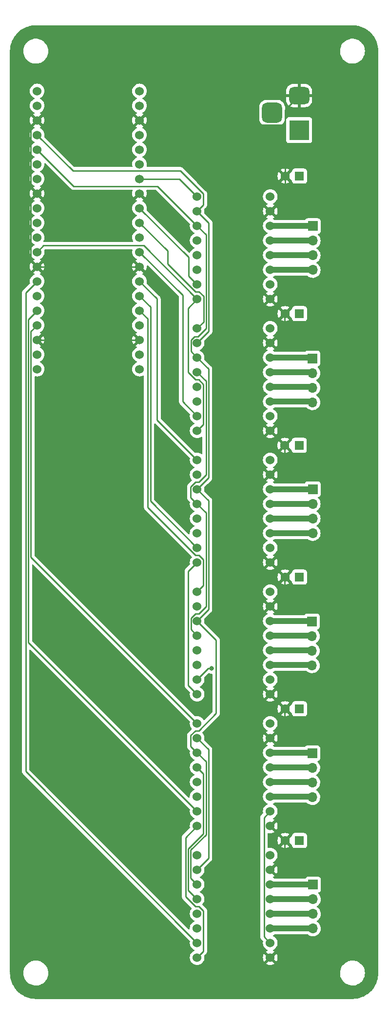
<source format=gbl>
G04 #@! TF.GenerationSoftware,KiCad,Pcbnew,(6.0.7)*
G04 #@! TF.CreationDate,2023-02-18T18:42:52+09:00*
G04 #@! TF.ProjectId,driver,64726976-6572-42e6-9b69-6361645f7063,rev?*
G04 #@! TF.SameCoordinates,Original*
G04 #@! TF.FileFunction,Copper,L2,Bot*
G04 #@! TF.FilePolarity,Positive*
%FSLAX46Y46*%
G04 Gerber Fmt 4.6, Leading zero omitted, Abs format (unit mm)*
G04 Created by KiCad (PCBNEW (6.0.7)) date 2023-02-18 18:42:52*
%MOMM*%
%LPD*%
G01*
G04 APERTURE LIST*
G04 Aperture macros list*
%AMRoundRect*
0 Rectangle with rounded corners*
0 $1 Rounding radius*
0 $2 $3 $4 $5 $6 $7 $8 $9 X,Y pos of 4 corners*
0 Add a 4 corners polygon primitive as box body*
4,1,4,$2,$3,$4,$5,$6,$7,$8,$9,$2,$3,0*
0 Add four circle primitives for the rounded corners*
1,1,$1+$1,$2,$3*
1,1,$1+$1,$4,$5*
1,1,$1+$1,$6,$7*
1,1,$1+$1,$8,$9*
0 Add four rect primitives between the rounded corners*
20,1,$1+$1,$2,$3,$4,$5,0*
20,1,$1+$1,$4,$5,$6,$7,0*
20,1,$1+$1,$6,$7,$8,$9,0*
20,1,$1+$1,$8,$9,$2,$3,0*%
G04 Aperture macros list end*
G04 #@! TA.AperFunction,ComponentPad*
%ADD10O,1.700000X1.700000*%
G04 #@! TD*
G04 #@! TA.AperFunction,ComponentPad*
%ADD11R,1.700000X1.700000*%
G04 #@! TD*
G04 #@! TA.AperFunction,ComponentPad*
%ADD12C,1.524000*%
G04 #@! TD*
G04 #@! TA.AperFunction,ComponentPad*
%ADD13R,1.600000X1.600000*%
G04 #@! TD*
G04 #@! TA.AperFunction,ComponentPad*
%ADD14C,1.600000*%
G04 #@! TD*
G04 #@! TA.AperFunction,ComponentPad*
%ADD15R,3.500000X3.500000*%
G04 #@! TD*
G04 #@! TA.AperFunction,ComponentPad*
%ADD16RoundRect,0.750000X-1.000000X0.750000X-1.000000X-0.750000X1.000000X-0.750000X1.000000X0.750000X0*%
G04 #@! TD*
G04 #@! TA.AperFunction,ComponentPad*
%ADD17RoundRect,0.875000X-0.875000X0.875000X-0.875000X-0.875000X0.875000X-0.875000X0.875000X0.875000X0*%
G04 #@! TD*
G04 #@! TA.AperFunction,ViaPad*
%ADD18C,0.800000*%
G04 #@! TD*
G04 #@! TA.AperFunction,Conductor*
%ADD19C,0.250000*%
G04 #@! TD*
G04 #@! TA.AperFunction,Conductor*
%ADD20C,1.000000*%
G04 #@! TD*
G04 APERTURE END LIST*
D10*
X136850000Y-149945000D03*
X136850000Y-147405000D03*
X136850000Y-144865000D03*
D11*
X136850000Y-142325000D03*
D12*
X116840000Y-137160000D03*
X116840000Y-139700000D03*
X116840000Y-142240000D03*
X116840000Y-144780000D03*
X116840000Y-147320000D03*
X116840000Y-149860000D03*
X116840000Y-152400000D03*
X116840000Y-154940000D03*
X129540000Y-137160000D03*
X129540000Y-139700000D03*
X129540000Y-142240000D03*
X129540000Y-144780000D03*
X129540000Y-147320000D03*
X129540000Y-149860000D03*
X129540000Y-152400000D03*
X129540000Y-154940000D03*
D13*
X134620000Y-157480000D03*
D14*
X132120000Y-157480000D03*
D12*
X116840000Y-45720000D03*
X116840000Y-48260000D03*
X116840000Y-50800000D03*
X116840000Y-53340000D03*
X116840000Y-55880000D03*
X116840000Y-58420000D03*
X116840000Y-60960000D03*
X116840000Y-63500000D03*
X129540000Y-45720000D03*
X129540000Y-48260000D03*
X129540000Y-50800000D03*
X129540000Y-53340000D03*
X129540000Y-55880000D03*
X129540000Y-58420000D03*
X129540000Y-60960000D03*
X129540000Y-63500000D03*
D15*
X134561500Y-34194000D03*
D16*
X134561500Y-28194000D03*
D17*
X129861500Y-31194000D03*
D12*
X116840000Y-160020000D03*
X116840000Y-162560000D03*
X116840000Y-165100000D03*
X116840000Y-167640000D03*
X116840000Y-170180000D03*
X116840000Y-172720000D03*
X116840000Y-175260000D03*
X116840000Y-177800000D03*
X129540000Y-160020000D03*
X129540000Y-162560000D03*
X129540000Y-165100000D03*
X129540000Y-167640000D03*
X129540000Y-170180000D03*
X129540000Y-172720000D03*
X129540000Y-175260000D03*
X129540000Y-177800000D03*
X116840000Y-114300000D03*
X116840000Y-116840000D03*
X116840000Y-119380000D03*
X116840000Y-121920000D03*
X116840000Y-124460000D03*
X116840000Y-127000000D03*
X116840000Y-129540000D03*
X116840000Y-132080000D03*
X129540000Y-114300000D03*
X129540000Y-116840000D03*
X129540000Y-119380000D03*
X129540000Y-121920000D03*
X129540000Y-124460000D03*
X129540000Y-127000000D03*
X129540000Y-129540000D03*
X129540000Y-132080000D03*
X116840000Y-91440000D03*
X116840000Y-93980000D03*
X116840000Y-96520000D03*
X116840000Y-99060000D03*
X116840000Y-101600000D03*
X116840000Y-104140000D03*
X116840000Y-106680000D03*
X116840000Y-109220000D03*
X129540000Y-91440000D03*
X129540000Y-93980000D03*
X129540000Y-96520000D03*
X129540000Y-99060000D03*
X129540000Y-101600000D03*
X129540000Y-104140000D03*
X129540000Y-106680000D03*
X129540000Y-109220000D03*
D13*
X134620000Y-111760000D03*
D14*
X132120000Y-111760000D03*
D13*
X134620000Y-66040000D03*
D14*
X132120000Y-66040000D03*
D13*
X134620000Y-134620000D03*
D14*
X132120000Y-134620000D03*
D12*
X116840000Y-68580000D03*
X116840000Y-71120000D03*
X116840000Y-73660000D03*
X116840000Y-76200000D03*
X116840000Y-78740000D03*
X116840000Y-81280000D03*
X116840000Y-83820000D03*
X116840000Y-86360000D03*
X129540000Y-68580000D03*
X129540000Y-71120000D03*
X129540000Y-73660000D03*
X129540000Y-76200000D03*
X129540000Y-78740000D03*
X129540000Y-81280000D03*
X129540000Y-83820000D03*
X129540000Y-86360000D03*
D13*
X134580000Y-88900000D03*
D14*
X132080000Y-88900000D03*
D12*
X89060400Y-27401000D03*
X89060400Y-29941000D03*
X89060400Y-32481000D03*
X89060400Y-35021000D03*
X89060400Y-37561000D03*
X89060400Y-40101000D03*
X89060400Y-42641000D03*
X89060400Y-45181000D03*
X89060400Y-47721000D03*
X89060400Y-50261000D03*
X89060400Y-52801000D03*
X89060400Y-55341000D03*
X89060400Y-57881000D03*
X89060400Y-60421000D03*
X89060400Y-62961000D03*
X89060400Y-65501000D03*
X89060400Y-68041000D03*
X89060400Y-70581000D03*
X89060400Y-73121000D03*
X89060400Y-75661000D03*
X106840400Y-75661000D03*
X106840400Y-73121000D03*
X106840400Y-70581000D03*
X106840400Y-68041000D03*
X106840400Y-65501000D03*
X106840400Y-62961000D03*
X106840400Y-60421000D03*
X106840400Y-57881000D03*
X106840400Y-55341000D03*
X106840400Y-52801000D03*
X106840400Y-50261000D03*
X106840400Y-47721000D03*
X106840400Y-45181000D03*
X106840400Y-42641000D03*
X106840400Y-40101000D03*
X106840400Y-37561000D03*
X106840400Y-35021000D03*
X106840400Y-32481000D03*
X106840400Y-29941000D03*
X106840400Y-27401000D03*
D13*
X134620000Y-42164000D03*
D14*
X132120000Y-42164000D03*
D11*
X136875000Y-73800000D03*
D10*
X136875000Y-76340000D03*
X136875000Y-78880000D03*
X136875000Y-81420000D03*
D11*
X136800000Y-119450000D03*
D10*
X136800000Y-121990000D03*
X136800000Y-124530000D03*
X136800000Y-127070000D03*
D11*
X136925000Y-50850000D03*
D10*
X136925000Y-53390000D03*
X136925000Y-55930000D03*
X136925000Y-58470000D03*
D11*
X136925000Y-96500000D03*
D10*
X136925000Y-99040000D03*
X136925000Y-101580000D03*
X136925000Y-104120000D03*
D11*
X136975000Y-165125000D03*
D10*
X136975000Y-167665000D03*
X136975000Y-170205000D03*
X136975000Y-172745000D03*
D18*
X137525000Y-31150000D03*
X137525000Y-24925000D03*
X131325000Y-24925000D03*
X97825000Y-73300000D03*
X98000000Y-32925000D03*
X140250000Y-169375000D03*
X140250000Y-146075000D03*
X139775000Y-123550000D03*
X140600000Y-100025000D03*
X141250000Y-79775000D03*
X141575000Y-58375000D03*
X125225000Y-58325000D03*
X125725000Y-79650000D03*
X125725000Y-99975000D03*
X125725000Y-123750000D03*
X125325000Y-146050000D03*
X126125000Y-169575000D03*
X112900000Y-169325000D03*
X112875000Y-153450000D03*
X113000000Y-146150000D03*
X112925000Y-100800000D03*
X119380000Y-127636400D03*
D19*
X132080000Y-157480000D02*
X129540000Y-154940000D01*
X89060400Y-32481000D02*
X87967900Y-33573500D01*
X129540000Y-71120000D02*
X132080000Y-68580000D01*
X132120000Y-33321000D02*
X107680400Y-33321000D01*
X132120000Y-45680000D02*
X129540000Y-48260000D01*
X132080000Y-137160000D02*
X129540000Y-139700000D01*
X132120000Y-66040000D02*
X132080000Y-66040000D01*
X132120000Y-30635500D02*
X132120000Y-33321000D01*
X132120000Y-111760000D02*
X132080000Y-111760000D01*
X132080000Y-91440000D02*
X132080000Y-88900000D01*
X107680400Y-33321000D02*
X106840400Y-32481000D01*
X132120000Y-134620000D02*
X132080000Y-134620000D01*
X132080000Y-114300000D02*
X129540000Y-116840000D01*
X87967900Y-44088500D02*
X89060400Y-45181000D01*
X132080000Y-111760000D02*
X129540000Y-109220000D01*
X87973000Y-46268400D02*
X89060400Y-45181000D01*
X132080000Y-68580000D02*
X132080000Y-66040000D01*
X97950400Y-57881000D02*
X89060400Y-57881000D01*
X132080000Y-134620000D02*
X132080000Y-137160000D01*
X132080000Y-66040000D02*
X129540000Y-63500000D01*
X97950400Y-70581000D02*
X89060400Y-70581000D01*
X106840400Y-70581000D02*
X97950400Y-70581000D01*
X134561500Y-28194000D02*
X132120000Y-30635500D01*
X132120000Y-42164000D02*
X132120000Y-45680000D01*
X132080000Y-111760000D02*
X132080000Y-114300000D01*
X87973000Y-56793600D02*
X87973000Y-46268400D01*
X89060400Y-57881000D02*
X87973000Y-56793600D01*
X129540000Y-162560000D02*
X132080000Y-160020000D01*
X132120000Y-33321000D02*
X132120000Y-42164000D01*
X129540000Y-93980000D02*
X132080000Y-91440000D01*
X87967900Y-33573500D02*
X87967900Y-44088500D01*
X132080000Y-134620000D02*
X129540000Y-132080000D01*
X132080000Y-160020000D02*
X132080000Y-157480000D01*
X97950400Y-70581000D02*
X97950400Y-57881000D01*
X132120000Y-157480000D02*
X132080000Y-157480000D01*
X132080000Y-88900000D02*
X129540000Y-86360000D01*
X106840400Y-57881000D02*
X97950400Y-57881000D01*
D20*
X136875000Y-50800000D02*
X136925000Y-50850000D01*
X129540000Y-50800000D02*
X136875000Y-50800000D01*
X136875000Y-53340000D02*
X136925000Y-53390000D01*
X129540000Y-53340000D02*
X136875000Y-53340000D01*
X129540000Y-55880000D02*
X136875000Y-55880000D01*
X136875000Y-55880000D02*
X136925000Y-55930000D01*
X129540000Y-58420000D02*
X136875000Y-58420000D01*
X136875000Y-58420000D02*
X136925000Y-58470000D01*
X129540000Y-73660000D02*
X136735000Y-73660000D01*
X136735000Y-73660000D02*
X136875000Y-73800000D01*
X136735000Y-76200000D02*
X136875000Y-76340000D01*
X129540000Y-76200000D02*
X136735000Y-76200000D01*
X129540000Y-78740000D02*
X136735000Y-78740000D01*
X136735000Y-78740000D02*
X136875000Y-78880000D01*
X129540000Y-81280000D02*
X136735000Y-81280000D01*
X136735000Y-81280000D02*
X136875000Y-81420000D01*
X129540000Y-96520000D02*
X136905000Y-96520000D01*
X136905000Y-96520000D02*
X136925000Y-96500000D01*
X129540000Y-99060000D02*
X136905000Y-99060000D01*
X136905000Y-99060000D02*
X136925000Y-99040000D01*
X136905000Y-101600000D02*
X136925000Y-101580000D01*
X129540000Y-101600000D02*
X136905000Y-101600000D01*
X136905000Y-104140000D02*
X136925000Y-104120000D01*
X129540000Y-104140000D02*
X136905000Y-104140000D01*
X136730000Y-119380000D02*
X136800000Y-119450000D01*
X129540000Y-119380000D02*
X136730000Y-119380000D01*
X129540000Y-121920000D02*
X136730000Y-121920000D01*
X136730000Y-121920000D02*
X136800000Y-121990000D01*
X136730000Y-124460000D02*
X136800000Y-124530000D01*
X129540000Y-124460000D02*
X136730000Y-124460000D01*
X136730000Y-127000000D02*
X136800000Y-127070000D01*
X129540000Y-127000000D02*
X136730000Y-127000000D01*
X136765000Y-142240000D02*
X136850000Y-142325000D01*
X129540000Y-142240000D02*
X136765000Y-142240000D01*
X136765000Y-144780000D02*
X136850000Y-144865000D01*
X129540000Y-144780000D02*
X136765000Y-144780000D01*
X129540000Y-147320000D02*
X136765000Y-147320000D01*
X136765000Y-147320000D02*
X136850000Y-147405000D01*
X136765000Y-149860000D02*
X136850000Y-149945000D01*
X129540000Y-149860000D02*
X136765000Y-149860000D01*
X136950000Y-165100000D02*
X136975000Y-165125000D01*
X129540000Y-165100000D02*
X136950000Y-165100000D01*
X136950000Y-167640000D02*
X136975000Y-167665000D01*
X129540000Y-167640000D02*
X136950000Y-167640000D01*
X129540000Y-170180000D02*
X136950000Y-170180000D01*
X136950000Y-170180000D02*
X136975000Y-170205000D01*
X129540000Y-172720000D02*
X136950000Y-172720000D01*
X136950000Y-172720000D02*
X136975000Y-172745000D01*
D19*
X128450500Y-153489500D02*
X129540000Y-152400000D01*
X129540000Y-175260000D02*
X128450500Y-174170500D01*
X128450500Y-174170500D02*
X128450500Y-153489500D01*
X113761000Y-42641000D02*
X116840000Y-45720000D01*
X106840400Y-42641000D02*
X113761000Y-42641000D01*
X115387400Y-56268000D02*
X115387400Y-59507400D01*
X106840400Y-47721000D02*
X115387400Y-56268000D01*
X115387400Y-59507400D02*
X116840000Y-60960000D01*
X117951800Y-63029200D02*
X117951800Y-67468200D01*
X117152600Y-62230000D02*
X117951800Y-63029200D01*
X111702700Y-55123300D02*
X111702700Y-57392700D01*
X111702700Y-57392700D02*
X116540000Y-62230000D01*
X106840400Y-50261000D02*
X111702700Y-55123300D01*
X116540000Y-62230000D02*
X117152600Y-62230000D01*
X117951800Y-67468200D02*
X116840000Y-68580000D01*
X106840400Y-55341000D02*
X114340200Y-62840800D01*
X114340200Y-81320200D02*
X116840000Y-83820000D01*
X114340200Y-62840800D02*
X114340200Y-81320200D01*
X109868500Y-63449100D02*
X109868500Y-84468500D01*
X106840400Y-60421000D02*
X109868500Y-63449100D01*
X109868500Y-84468500D02*
X116840000Y-91440000D01*
X108754700Y-64875300D02*
X106840400Y-62961000D01*
X108754800Y-64875300D02*
X108754700Y-64875300D01*
X116840000Y-106680000D02*
X108754800Y-98594800D01*
X108754800Y-98594800D02*
X108754800Y-64875300D01*
X116550200Y-107950000D02*
X108248100Y-99647900D01*
X108248100Y-66908700D02*
X106840400Y-65501000D01*
X116840000Y-114300000D02*
X117929400Y-113210600D01*
X117929400Y-113210600D02*
X117929400Y-108760900D01*
X117118500Y-107950000D02*
X116550200Y-107950000D01*
X108248100Y-99647900D02*
X108248100Y-66908700D01*
X117929400Y-108760900D02*
X117118500Y-107950000D01*
X116840000Y-129540000D02*
X118743600Y-127636400D01*
X118743600Y-127636400D02*
X119380000Y-127636400D01*
X87972200Y-108292200D02*
X87972200Y-69129200D01*
X116840000Y-137160000D02*
X87972200Y-108292200D01*
X87972200Y-69129200D02*
X89060400Y-68041000D01*
X87521900Y-123081900D02*
X87521900Y-67039500D01*
X116840000Y-152400000D02*
X87521900Y-123081900D01*
X87521900Y-67039500D02*
X89060400Y-65501000D01*
X87067400Y-145487400D02*
X116840000Y-175260000D01*
X89060400Y-60421000D02*
X87067400Y-62414000D01*
X87067400Y-62414000D02*
X87067400Y-145487400D01*
X117929400Y-45235800D02*
X117929400Y-47170600D01*
X117929400Y-47170600D02*
X116840000Y-48260000D01*
X95267100Y-41227700D02*
X113921300Y-41227700D01*
X116840000Y-139700000D02*
X118837500Y-141697500D01*
X116840000Y-48260000D02*
X118852900Y-50272900D01*
X118852900Y-69107100D02*
X116840000Y-71120000D01*
X113921300Y-41227700D02*
X117929400Y-45235800D01*
X118837500Y-141697500D02*
X118837500Y-160562500D01*
X118837500Y-160562500D02*
X116840000Y-162560000D01*
X89060400Y-35021000D02*
X95267100Y-41227700D01*
X118852900Y-50272900D02*
X118852900Y-69107100D01*
X115745700Y-159126200D02*
X115745700Y-164005700D01*
X115745700Y-164005700D02*
X116840000Y-165100000D01*
X115752300Y-72572300D02*
X116840000Y-73660000D01*
X118386200Y-143786200D02*
X118386200Y-156485700D01*
X120136100Y-135406200D02*
X117112300Y-138430000D01*
X118402200Y-52362200D02*
X118402200Y-68591500D01*
X115740500Y-139206900D02*
X115740500Y-141140500D01*
X109951000Y-43911000D02*
X116840000Y-50800000D01*
X89060400Y-37561000D02*
X95410400Y-43911000D01*
X115740500Y-141140500D02*
X116840000Y-142240000D01*
X118830000Y-75650000D02*
X116840000Y-73660000D01*
X116392900Y-70021000D02*
X115752300Y-70661600D01*
X95410400Y-43911000D02*
X109951000Y-43911000D01*
X118830000Y-94530000D02*
X118830000Y-75650000D01*
X120136100Y-122676100D02*
X120136100Y-135406200D01*
X115752300Y-70661600D02*
X115752300Y-72572300D01*
X116517400Y-138430000D02*
X115740500Y-139206900D01*
X116840000Y-50800000D02*
X118402200Y-52362200D01*
X116972700Y-70021000D02*
X116392900Y-70021000D01*
X118830000Y-98510000D02*
X116840000Y-96520000D01*
X116840000Y-119380000D02*
X118830000Y-117390000D01*
X116840000Y-119380000D02*
X120136100Y-122676100D01*
X116840000Y-96520000D02*
X118830000Y-94530000D01*
X116840000Y-142240000D02*
X118386200Y-143786200D01*
X117112300Y-138430000D02*
X116517400Y-138430000D01*
X118402200Y-68591500D02*
X116972700Y-70021000D01*
X118386200Y-156485700D02*
X115745700Y-159126200D01*
X118830000Y-117390000D02*
X118830000Y-98510000D01*
X118379700Y-93982600D02*
X118379700Y-77739700D01*
X117935900Y-145875900D02*
X116840000Y-144780000D01*
X117935900Y-156299100D02*
X117935900Y-145875900D01*
X115735400Y-97955400D02*
X115735400Y-96085900D01*
X118379700Y-100599700D02*
X116840000Y-99060000D01*
X117107900Y-118110000D02*
X118379700Y-116838200D01*
X117112300Y-95250000D02*
X118379700Y-93982600D01*
X115750500Y-120830500D02*
X115750500Y-118920900D01*
X116840000Y-167640000D02*
X115288700Y-166088700D01*
X115288700Y-166088700D02*
X115288700Y-158946300D01*
X116561400Y-118110000D02*
X117107900Y-118110000D01*
X115288700Y-158946300D02*
X117935900Y-156299100D01*
X116571300Y-95250000D02*
X117112300Y-95250000D01*
X118379700Y-116838200D02*
X118379700Y-100599700D01*
X118379700Y-77739700D02*
X116840000Y-76200000D01*
X116840000Y-99060000D02*
X115735400Y-97955400D01*
X115735400Y-96085900D02*
X116571300Y-95250000D01*
X116840000Y-121920000D02*
X115750500Y-120830500D01*
X115750500Y-118920900D02*
X116561400Y-118110000D01*
X117134300Y-168910000D02*
X117930600Y-169706300D01*
X116524100Y-77470000D02*
X117112500Y-77470000D01*
X115247800Y-65092200D02*
X115247800Y-76193700D01*
X117929400Y-78286900D02*
X117929400Y-85270600D01*
X117930600Y-176709400D02*
X116840000Y-177800000D01*
X107576400Y-54236400D02*
X116840000Y-63500000D01*
X117112500Y-77470000D02*
X117929400Y-78286900D01*
X115247800Y-76193700D02*
X116524100Y-77470000D01*
X116840000Y-154940000D02*
X114826300Y-156953700D01*
X115300200Y-110759800D02*
X115300200Y-130540200D01*
X89060400Y-55341000D02*
X90165000Y-54236400D01*
X114826300Y-167218900D02*
X116517400Y-168910000D01*
X116840000Y-109220000D02*
X115300200Y-110759800D01*
X116840000Y-63500000D02*
X115247800Y-65092200D01*
X115300200Y-130540200D02*
X116840000Y-132080000D01*
X117929400Y-85270600D02*
X116840000Y-86360000D01*
X116517400Y-168910000D02*
X117134300Y-168910000D01*
X117930600Y-169706300D02*
X117930600Y-176709400D01*
X114826300Y-156953700D02*
X114826300Y-167218900D01*
X90165000Y-54236400D02*
X107576400Y-54236400D01*
G04 #@! TA.AperFunction,Conductor*
G36*
X143795018Y-15985000D02*
G01*
X143809851Y-15987310D01*
X143809855Y-15987310D01*
X143818724Y-15988691D01*
X143839183Y-15986016D01*
X143861007Y-15985072D01*
X144210965Y-16000352D01*
X144221913Y-16001310D01*
X144599498Y-16051019D01*
X144610307Y-16052926D01*
X144982114Y-16135353D01*
X144992731Y-16138198D01*
X145355939Y-16252718D01*
X145366254Y-16256471D01*
X145718123Y-16402220D01*
X145728067Y-16406858D01*
X146065867Y-16582705D01*
X146075387Y-16588201D01*
X146396574Y-16792820D01*
X146405578Y-16799124D01*
X146707716Y-17030962D01*
X146716137Y-17038028D01*
X146996914Y-17295314D01*
X147004686Y-17303086D01*
X147261972Y-17583863D01*
X147269038Y-17592284D01*
X147500876Y-17894422D01*
X147507180Y-17903426D01*
X147711799Y-18224613D01*
X147717294Y-18234132D01*
X147886881Y-18559904D01*
X147893138Y-18571924D01*
X147897780Y-18581877D01*
X148029958Y-18900983D01*
X148043526Y-18933739D01*
X148047285Y-18944068D01*
X148161802Y-19307268D01*
X148164647Y-19317885D01*
X148231579Y-19619794D01*
X148247073Y-19689685D01*
X148248981Y-19700502D01*
X148291006Y-20019723D01*
X148298690Y-20078086D01*
X148299648Y-20089035D01*
X148302518Y-20154757D01*
X148314603Y-20431552D01*
X148313223Y-20456429D01*
X148311309Y-20468724D01*
X148312473Y-20477626D01*
X148312473Y-20477628D01*
X148315436Y-20500283D01*
X148316500Y-20516621D01*
X148316500Y-180425633D01*
X148315000Y-180445018D01*
X148312690Y-180459851D01*
X148312690Y-180459855D01*
X148311309Y-180468724D01*
X148313984Y-180489183D01*
X148314928Y-180511007D01*
X148301909Y-180809177D01*
X148299648Y-180860964D01*
X148298690Y-180871913D01*
X148253346Y-181216345D01*
X148248982Y-181249490D01*
X148247074Y-181260307D01*
X148189987Y-181517812D01*
X148164647Y-181632114D01*
X148161802Y-181642732D01*
X148047285Y-182005932D01*
X148043529Y-182016254D01*
X147940439Y-182265136D01*
X147897784Y-182368114D01*
X147893142Y-182378067D01*
X147785305Y-182585221D01*
X147717295Y-182715867D01*
X147711799Y-182725387D01*
X147507180Y-183046574D01*
X147500876Y-183055578D01*
X147269038Y-183357716D01*
X147261972Y-183366137D01*
X147004686Y-183646914D01*
X146996914Y-183654686D01*
X146716137Y-183911972D01*
X146707716Y-183919038D01*
X146405578Y-184150876D01*
X146396574Y-184157180D01*
X146075387Y-184361799D01*
X146065868Y-184367294D01*
X145728067Y-184543142D01*
X145718123Y-184547780D01*
X145366254Y-184693529D01*
X145355939Y-184697282D01*
X144992732Y-184811802D01*
X144982115Y-184814647D01*
X144610307Y-184897074D01*
X144599498Y-184898981D01*
X144221914Y-184948690D01*
X144210965Y-184949648D01*
X143868446Y-184964603D01*
X143843571Y-184963223D01*
X143831276Y-184961309D01*
X143822374Y-184962473D01*
X143822372Y-184962473D01*
X143807323Y-184964441D01*
X143799714Y-184965436D01*
X143783379Y-184966500D01*
X88874367Y-184966500D01*
X88854982Y-184965000D01*
X88840149Y-184962690D01*
X88840145Y-184962690D01*
X88831276Y-184961309D01*
X88810817Y-184963984D01*
X88788993Y-184964928D01*
X88439035Y-184949648D01*
X88428086Y-184948690D01*
X88050502Y-184898981D01*
X88039693Y-184897074D01*
X87667885Y-184814647D01*
X87657268Y-184811802D01*
X87294061Y-184697282D01*
X87283746Y-184693529D01*
X86931877Y-184547780D01*
X86921933Y-184543142D01*
X86584132Y-184367294D01*
X86574613Y-184361799D01*
X86253426Y-184157180D01*
X86244422Y-184150876D01*
X85942284Y-183919038D01*
X85933863Y-183911972D01*
X85653086Y-183654686D01*
X85645314Y-183646914D01*
X85388028Y-183366137D01*
X85380962Y-183357716D01*
X85149124Y-183055578D01*
X85142820Y-183046574D01*
X84938201Y-182725387D01*
X84932705Y-182715867D01*
X84864695Y-182585221D01*
X84756858Y-182378067D01*
X84752216Y-182368114D01*
X84709562Y-182265136D01*
X84606471Y-182016254D01*
X84602715Y-182005932D01*
X84488198Y-181642732D01*
X84485353Y-181632114D01*
X84460013Y-181517812D01*
X84402926Y-181260307D01*
X84401018Y-181249490D01*
X84396655Y-181216345D01*
X84351310Y-180871913D01*
X84350352Y-180860964D01*
X84348091Y-180809177D01*
X84335561Y-180522206D01*
X84337188Y-180495805D01*
X84337769Y-180492352D01*
X84337770Y-180492345D01*
X84338576Y-180487552D01*
X84338729Y-180475000D01*
X84335484Y-180452344D01*
X86661575Y-180452344D01*
X86661822Y-180456628D01*
X86661822Y-180456629D01*
X86663325Y-180482693D01*
X86678516Y-180746164D01*
X86679341Y-180750371D01*
X86679342Y-180750376D01*
X86700073Y-180856041D01*
X86735177Y-181034966D01*
X86736564Y-181039016D01*
X86736565Y-181039021D01*
X86812331Y-181260315D01*
X86830509Y-181313407D01*
X86832436Y-181317238D01*
X86933314Y-181517812D01*
X86962747Y-181576334D01*
X86965173Y-181579863D01*
X86965176Y-181579869D01*
X87004950Y-181637740D01*
X87129445Y-181818881D01*
X87327518Y-182036560D01*
X87330807Y-182039310D01*
X87550009Y-182222592D01*
X87550014Y-182222596D01*
X87553301Y-182225344D01*
X87616735Y-182265136D01*
X87798976Y-182379456D01*
X87798980Y-182379458D01*
X87802616Y-182381739D01*
X87875293Y-182414554D01*
X88066937Y-182501085D01*
X88066941Y-182501087D01*
X88070849Y-182502851D01*
X88074968Y-182504071D01*
X88348924Y-182585221D01*
X88348929Y-182585222D01*
X88353037Y-182586439D01*
X88357271Y-182587087D01*
X88357276Y-182587088D01*
X88639717Y-182630307D01*
X88639719Y-182630307D01*
X88643959Y-182630956D01*
X88793772Y-182633310D01*
X88933940Y-182635512D01*
X88933946Y-182635512D01*
X88938231Y-182635579D01*
X89230408Y-182600222D01*
X89515082Y-182525539D01*
X89786988Y-182412912D01*
X90041092Y-182264425D01*
X90272694Y-182082827D01*
X90320605Y-182033387D01*
X90474523Y-181874554D01*
X90477506Y-181871476D01*
X90651741Y-181634285D01*
X90691732Y-181560631D01*
X90790122Y-181379418D01*
X90790123Y-181379416D01*
X90792172Y-181375642D01*
X90896203Y-181100333D01*
X90961907Y-180813453D01*
X90967537Y-180750376D01*
X90987849Y-180522776D01*
X90987849Y-180522774D01*
X90988069Y-180520310D01*
X90988167Y-180511011D01*
X90988518Y-180477484D01*
X90988518Y-180477483D01*
X90988544Y-180475000D01*
X90987000Y-180452344D01*
X141661575Y-180452344D01*
X141661822Y-180456628D01*
X141661822Y-180456629D01*
X141663325Y-180482693D01*
X141678516Y-180746164D01*
X141679341Y-180750371D01*
X141679342Y-180750376D01*
X141700073Y-180856041D01*
X141735177Y-181034966D01*
X141736564Y-181039016D01*
X141736565Y-181039021D01*
X141812331Y-181260315D01*
X141830509Y-181313407D01*
X141832436Y-181317238D01*
X141933314Y-181517812D01*
X141962747Y-181576334D01*
X141965173Y-181579863D01*
X141965176Y-181579869D01*
X142004950Y-181637740D01*
X142129445Y-181818881D01*
X142327518Y-182036560D01*
X142330807Y-182039310D01*
X142550009Y-182222592D01*
X142550014Y-182222596D01*
X142553301Y-182225344D01*
X142616735Y-182265136D01*
X142798976Y-182379456D01*
X142798980Y-182379458D01*
X142802616Y-182381739D01*
X142875293Y-182414554D01*
X143066937Y-182501085D01*
X143066941Y-182501087D01*
X143070849Y-182502851D01*
X143074968Y-182504071D01*
X143348924Y-182585221D01*
X143348929Y-182585222D01*
X143353037Y-182586439D01*
X143357271Y-182587087D01*
X143357276Y-182587088D01*
X143639717Y-182630307D01*
X143639719Y-182630307D01*
X143643959Y-182630956D01*
X143793772Y-182633310D01*
X143933940Y-182635512D01*
X143933946Y-182635512D01*
X143938231Y-182635579D01*
X144230408Y-182600222D01*
X144515082Y-182525539D01*
X144786988Y-182412912D01*
X145041092Y-182264425D01*
X145272694Y-182082827D01*
X145320605Y-182033387D01*
X145474523Y-181874554D01*
X145477506Y-181871476D01*
X145651741Y-181634285D01*
X145691732Y-181560631D01*
X145790122Y-181379418D01*
X145790123Y-181379416D01*
X145792172Y-181375642D01*
X145896203Y-181100333D01*
X145961907Y-180813453D01*
X145967537Y-180750376D01*
X145987849Y-180522776D01*
X145987849Y-180522774D01*
X145988069Y-180520310D01*
X145988167Y-180511011D01*
X145988518Y-180477484D01*
X145988518Y-180477483D01*
X145988544Y-180475000D01*
X145986055Y-180438487D01*
X145968819Y-180185650D01*
X145968818Y-180185644D01*
X145968527Y-180181373D01*
X145908845Y-179893180D01*
X145810603Y-179615753D01*
X145675618Y-179354226D01*
X145665447Y-179339753D01*
X145508856Y-179116948D01*
X145508855Y-179116947D01*
X145506389Y-179113438D01*
X145306048Y-178897844D01*
X145283936Y-178879745D01*
X145081618Y-178714151D01*
X145078300Y-178711435D01*
X144827361Y-178557660D01*
X144808706Y-178549471D01*
X144561802Y-178441087D01*
X144561798Y-178441086D01*
X144557874Y-178439363D01*
X144274826Y-178358735D01*
X144270584Y-178358131D01*
X144270578Y-178358130D01*
X143987705Y-178317871D01*
X143983454Y-178317266D01*
X143828306Y-178316454D01*
X143693436Y-178315747D01*
X143693430Y-178315747D01*
X143689150Y-178315725D01*
X143684906Y-178316284D01*
X143684902Y-178316284D01*
X143556341Y-178333210D01*
X143397360Y-178354140D01*
X143393220Y-178355273D01*
X143393218Y-178355273D01*
X143376261Y-178359912D01*
X143113483Y-178431800D01*
X143109533Y-178433485D01*
X142846714Y-178545586D01*
X142846707Y-178545590D01*
X142842772Y-178547268D01*
X142690386Y-178638469D01*
X142593918Y-178696204D01*
X142593914Y-178696207D01*
X142590236Y-178698408D01*
X142360549Y-178882422D01*
X142357605Y-178885524D01*
X142357601Y-178885528D01*
X142177464Y-179075353D01*
X142157961Y-179095905D01*
X141986220Y-179334908D01*
X141848504Y-179595007D01*
X141747362Y-179871390D01*
X141684666Y-180158943D01*
X141684330Y-180163213D01*
X141662144Y-180445119D01*
X141662140Y-180445119D01*
X141662143Y-180445133D01*
X141661575Y-180452344D01*
X90987000Y-180452344D01*
X90986055Y-180438487D01*
X90968819Y-180185650D01*
X90968818Y-180185644D01*
X90968527Y-180181373D01*
X90908845Y-179893180D01*
X90810603Y-179615753D01*
X90675618Y-179354226D01*
X90665447Y-179339753D01*
X90508856Y-179116948D01*
X90508855Y-179116947D01*
X90506389Y-179113438D01*
X90306048Y-178897844D01*
X90283936Y-178879745D01*
X90081618Y-178714151D01*
X90078300Y-178711435D01*
X89827361Y-178557660D01*
X89808706Y-178549471D01*
X89561802Y-178441087D01*
X89561798Y-178441086D01*
X89557874Y-178439363D01*
X89274826Y-178358735D01*
X89270584Y-178358131D01*
X89270578Y-178358130D01*
X88987705Y-178317871D01*
X88983454Y-178317266D01*
X88828306Y-178316454D01*
X88693436Y-178315747D01*
X88693430Y-178315747D01*
X88689150Y-178315725D01*
X88684906Y-178316284D01*
X88684902Y-178316284D01*
X88556341Y-178333210D01*
X88397360Y-178354140D01*
X88393220Y-178355273D01*
X88393218Y-178355273D01*
X88376261Y-178359912D01*
X88113483Y-178431800D01*
X88109533Y-178433485D01*
X87846714Y-178545586D01*
X87846707Y-178545590D01*
X87842772Y-178547268D01*
X87690386Y-178638469D01*
X87593918Y-178696204D01*
X87593914Y-178696207D01*
X87590236Y-178698408D01*
X87360549Y-178882422D01*
X87357605Y-178885524D01*
X87357601Y-178885528D01*
X87177464Y-179075353D01*
X87157961Y-179095905D01*
X86986220Y-179334908D01*
X86848504Y-179595007D01*
X86747362Y-179871390D01*
X86684666Y-180158943D01*
X86684330Y-180163213D01*
X86662144Y-180445119D01*
X86662140Y-180445119D01*
X86662143Y-180445133D01*
X86661575Y-180452344D01*
X84335484Y-180452344D01*
X84334773Y-180447376D01*
X84333500Y-180429514D01*
X84333500Y-62393943D01*
X86429180Y-62393943D01*
X86429926Y-62401835D01*
X86433341Y-62437961D01*
X86433900Y-62449819D01*
X86433900Y-145408633D01*
X86433373Y-145419816D01*
X86431698Y-145427309D01*
X86431947Y-145435235D01*
X86431947Y-145435236D01*
X86433838Y-145495386D01*
X86433900Y-145499345D01*
X86433900Y-145527256D01*
X86434397Y-145531190D01*
X86434397Y-145531191D01*
X86434405Y-145531256D01*
X86435338Y-145543093D01*
X86436727Y-145587289D01*
X86442378Y-145606739D01*
X86446387Y-145626100D01*
X86448926Y-145646197D01*
X86451845Y-145653568D01*
X86451845Y-145653570D01*
X86465204Y-145687312D01*
X86469049Y-145698542D01*
X86481382Y-145740993D01*
X86485415Y-145747812D01*
X86485417Y-145747817D01*
X86491693Y-145758428D01*
X86500388Y-145776176D01*
X86507848Y-145795017D01*
X86512510Y-145801433D01*
X86512510Y-145801434D01*
X86533836Y-145830787D01*
X86540352Y-145840707D01*
X86562858Y-145878762D01*
X86577179Y-145893083D01*
X86590019Y-145908116D01*
X86601928Y-145924507D01*
X86608034Y-145929558D01*
X86636005Y-145952698D01*
X86644784Y-145960688D01*
X115561874Y-174877778D01*
X115595900Y-174940090D01*
X115594486Y-174999484D01*
X115584022Y-175038537D01*
X115564647Y-175260000D01*
X115584022Y-175481463D01*
X115641560Y-175696196D01*
X115643882Y-175701177D01*
X115643883Y-175701178D01*
X115733186Y-175892689D01*
X115733189Y-175892694D01*
X115735512Y-175897676D01*
X115863023Y-176079781D01*
X116020219Y-176236977D01*
X116024727Y-176240134D01*
X116024730Y-176240136D01*
X116100495Y-176293187D01*
X116202323Y-176364488D01*
X116207305Y-176366811D01*
X116207310Y-176366814D01*
X116312373Y-176415805D01*
X116365658Y-176462722D01*
X116385119Y-176530999D01*
X116364577Y-176598959D01*
X116312373Y-176644195D01*
X116207311Y-176693186D01*
X116207306Y-176693189D01*
X116202324Y-176695512D01*
X116197817Y-176698668D01*
X116197815Y-176698669D01*
X116024730Y-176819864D01*
X116024727Y-176819866D01*
X116020219Y-176823023D01*
X115863023Y-176980219D01*
X115859866Y-176984727D01*
X115859864Y-176984730D01*
X115744918Y-177148891D01*
X115735512Y-177162324D01*
X115733189Y-177167306D01*
X115733186Y-177167311D01*
X115643883Y-177358822D01*
X115641560Y-177363804D01*
X115584022Y-177578537D01*
X115564647Y-177800000D01*
X115584022Y-178021463D01*
X115641560Y-178236196D01*
X115643882Y-178241177D01*
X115643883Y-178241178D01*
X115733186Y-178432689D01*
X115733189Y-178432694D01*
X115735512Y-178437676D01*
X115738668Y-178442183D01*
X115738669Y-178442185D01*
X115821097Y-178559904D01*
X115863023Y-178619781D01*
X116020219Y-178776977D01*
X116024727Y-178780134D01*
X116024730Y-178780136D01*
X116100495Y-178833187D01*
X116202323Y-178904488D01*
X116207305Y-178906811D01*
X116207310Y-178906814D01*
X116397810Y-178995645D01*
X116403804Y-178998440D01*
X116409112Y-178999862D01*
X116409114Y-178999863D01*
X116474949Y-179017503D01*
X116618537Y-179055978D01*
X116840000Y-179075353D01*
X117061463Y-179055978D01*
X117205051Y-179017503D01*
X117270886Y-178999863D01*
X117270888Y-178999862D01*
X117276196Y-178998440D01*
X117282190Y-178995645D01*
X117472690Y-178906814D01*
X117472695Y-178906811D01*
X117477677Y-178904488D01*
X117542959Y-178858777D01*
X128845777Y-178858777D01*
X128855074Y-178870793D01*
X128898069Y-178900898D01*
X128907555Y-178906376D01*
X129098993Y-178995645D01*
X129109285Y-178999391D01*
X129313309Y-179054059D01*
X129324104Y-179055962D01*
X129534525Y-179074372D01*
X129545475Y-179074372D01*
X129755896Y-179055962D01*
X129766691Y-179054059D01*
X129970715Y-178999391D01*
X129981007Y-178995645D01*
X130172445Y-178906376D01*
X130181931Y-178900898D01*
X130225764Y-178870207D01*
X130234139Y-178859729D01*
X130227071Y-178846281D01*
X129552812Y-178172022D01*
X129538868Y-178164408D01*
X129537035Y-178164539D01*
X129530420Y-178168790D01*
X128852207Y-178847003D01*
X128845777Y-178858777D01*
X117542959Y-178858777D01*
X117579505Y-178833187D01*
X117655270Y-178780136D01*
X117655273Y-178780134D01*
X117659781Y-178776977D01*
X117816977Y-178619781D01*
X117858904Y-178559904D01*
X117941331Y-178442185D01*
X117941332Y-178442183D01*
X117944488Y-178437676D01*
X117946811Y-178432694D01*
X117946814Y-178432689D01*
X118036117Y-178241178D01*
X118036118Y-178241177D01*
X118038440Y-178236196D01*
X118095978Y-178021463D01*
X118114874Y-177805475D01*
X128265628Y-177805475D01*
X128284038Y-178015896D01*
X128285941Y-178026691D01*
X128340609Y-178230715D01*
X128344355Y-178241007D01*
X128433623Y-178432441D01*
X128439103Y-178441932D01*
X128469794Y-178485765D01*
X128480271Y-178494140D01*
X128493718Y-178487072D01*
X129167978Y-177812812D01*
X129174356Y-177801132D01*
X129904408Y-177801132D01*
X129904539Y-177802965D01*
X129908790Y-177809580D01*
X130587003Y-178487793D01*
X130598777Y-178494223D01*
X130610793Y-178484926D01*
X130640897Y-178441932D01*
X130646377Y-178432441D01*
X130735645Y-178241007D01*
X130739391Y-178230715D01*
X130794059Y-178026691D01*
X130795962Y-178015896D01*
X130814372Y-177805475D01*
X130814372Y-177794525D01*
X130795962Y-177584104D01*
X130794059Y-177573309D01*
X130739391Y-177369285D01*
X130735645Y-177358993D01*
X130646377Y-177167559D01*
X130640897Y-177158068D01*
X130610206Y-177114235D01*
X130599729Y-177105860D01*
X130586282Y-177112928D01*
X129912022Y-177787188D01*
X129904408Y-177801132D01*
X129174356Y-177801132D01*
X129175592Y-177798868D01*
X129175461Y-177797035D01*
X129171210Y-177790420D01*
X128492997Y-177112207D01*
X128481223Y-177105777D01*
X128469207Y-177115074D01*
X128439103Y-177158068D01*
X128433623Y-177167559D01*
X128344355Y-177358993D01*
X128340609Y-177369285D01*
X128285941Y-177573309D01*
X128284038Y-177584104D01*
X128265628Y-177794525D01*
X128265628Y-177805475D01*
X118114874Y-177805475D01*
X118115353Y-177800000D01*
X118095978Y-177578537D01*
X118085514Y-177539484D01*
X118087204Y-177468507D01*
X118118126Y-177417778D01*
X118322847Y-177213057D01*
X118331137Y-177205513D01*
X118337618Y-177201400D01*
X118384259Y-177151732D01*
X118387013Y-177148891D01*
X118406734Y-177129170D01*
X118409212Y-177125975D01*
X118416918Y-177116953D01*
X118441758Y-177090501D01*
X118447186Y-177084721D01*
X118456946Y-177066968D01*
X118467799Y-177050445D01*
X118475353Y-177040706D01*
X118480213Y-177034441D01*
X118497776Y-176993857D01*
X118502983Y-176983227D01*
X118524295Y-176944460D01*
X118526266Y-176936783D01*
X118526268Y-176936778D01*
X118529332Y-176924842D01*
X118535738Y-176906130D01*
X118540633Y-176894819D01*
X118543781Y-176887545D01*
X118545021Y-176879717D01*
X118545023Y-176879710D01*
X118550699Y-176843876D01*
X118553105Y-176832256D01*
X118562128Y-176797111D01*
X118562128Y-176797110D01*
X118564100Y-176789430D01*
X118564100Y-176769176D01*
X118565651Y-176749465D01*
X118567580Y-176737286D01*
X118568820Y-176729457D01*
X118564659Y-176685438D01*
X118564100Y-176673581D01*
X118564100Y-169785067D01*
X118564627Y-169773884D01*
X118566302Y-169766391D01*
X118564162Y-169698314D01*
X118564100Y-169694355D01*
X118564100Y-169666444D01*
X118563595Y-169662444D01*
X118562662Y-169650601D01*
X118561522Y-169614329D01*
X118561273Y-169606410D01*
X118555622Y-169586958D01*
X118551614Y-169567606D01*
X118550067Y-169555363D01*
X118549074Y-169547503D01*
X118546156Y-169540132D01*
X118532800Y-169506397D01*
X118528955Y-169495170D01*
X118528321Y-169492987D01*
X118516618Y-169452707D01*
X118512584Y-169445885D01*
X118512581Y-169445879D01*
X118506306Y-169435268D01*
X118497610Y-169417518D01*
X118493072Y-169406056D01*
X118493069Y-169406051D01*
X118490152Y-169398683D01*
X118471694Y-169373277D01*
X118464173Y-169362925D01*
X118457657Y-169353007D01*
X118439175Y-169321757D01*
X118435142Y-169314937D01*
X118420818Y-169300613D01*
X118407976Y-169285578D01*
X118396072Y-169269193D01*
X118362006Y-169241011D01*
X118353227Y-169233022D01*
X117787577Y-168667372D01*
X117753551Y-168605060D01*
X117758616Y-168534245D01*
X117787577Y-168489182D01*
X117813082Y-168463677D01*
X117813087Y-168463671D01*
X117816977Y-168459781D01*
X117944488Y-168277676D01*
X117946811Y-168272694D01*
X117946814Y-168272689D01*
X118036117Y-168081178D01*
X118036118Y-168081177D01*
X118038440Y-168076196D01*
X118095978Y-167861463D01*
X118115353Y-167640000D01*
X118095978Y-167418537D01*
X118054219Y-167262691D01*
X118039863Y-167209114D01*
X118039862Y-167209112D01*
X118038440Y-167203804D01*
X118021155Y-167166736D01*
X117946814Y-167007311D01*
X117946811Y-167007306D01*
X117944488Y-167002324D01*
X117941331Y-166997815D01*
X117820136Y-166824730D01*
X117820134Y-166824727D01*
X117816977Y-166820219D01*
X117659781Y-166663023D01*
X117655273Y-166659866D01*
X117655270Y-166659864D01*
X117562127Y-166594645D01*
X117477677Y-166535512D01*
X117472695Y-166533189D01*
X117472690Y-166533186D01*
X117367627Y-166484195D01*
X117314342Y-166437278D01*
X117294881Y-166369001D01*
X117315423Y-166301041D01*
X117367627Y-166255805D01*
X117472690Y-166206814D01*
X117472695Y-166206811D01*
X117477677Y-166204488D01*
X117647872Y-166085316D01*
X117655270Y-166080136D01*
X117655273Y-166080134D01*
X117659781Y-166076977D01*
X117816977Y-165919781D01*
X117944488Y-165737676D01*
X117946811Y-165732694D01*
X117946814Y-165732689D01*
X118036117Y-165541178D01*
X118036118Y-165541177D01*
X118038440Y-165536196D01*
X118095978Y-165321463D01*
X118115353Y-165100000D01*
X118095978Y-164878537D01*
X118038440Y-164663804D01*
X118036117Y-164658822D01*
X117946814Y-164467311D01*
X117946811Y-164467306D01*
X117944488Y-164462324D01*
X117816977Y-164280219D01*
X117659781Y-164123023D01*
X117655273Y-164119866D01*
X117655270Y-164119864D01*
X117579505Y-164066813D01*
X117477677Y-163995512D01*
X117472695Y-163993189D01*
X117472690Y-163993186D01*
X117367627Y-163944195D01*
X117314342Y-163897278D01*
X117294881Y-163829001D01*
X117315423Y-163761041D01*
X117367627Y-163715805D01*
X117472690Y-163666814D01*
X117472695Y-163666811D01*
X117477677Y-163664488D01*
X117579505Y-163593187D01*
X117655270Y-163540136D01*
X117655273Y-163540134D01*
X117659781Y-163536977D01*
X117816977Y-163379781D01*
X117904894Y-163254223D01*
X117941331Y-163202185D01*
X117941332Y-163202183D01*
X117944488Y-163197676D01*
X117946811Y-163192694D01*
X117946814Y-163192689D01*
X118036117Y-163001178D01*
X118036118Y-163001177D01*
X118038440Y-162996196D01*
X118095978Y-162781463D01*
X118115353Y-162560000D01*
X118095978Y-162338537D01*
X118085514Y-162299484D01*
X118087204Y-162228507D01*
X118118126Y-162177778D01*
X119229747Y-161066157D01*
X119238037Y-161058613D01*
X119244518Y-161054500D01*
X119291159Y-161004832D01*
X119293913Y-161001991D01*
X119313635Y-160982269D01*
X119316112Y-160979076D01*
X119323817Y-160970055D01*
X119348659Y-160943600D01*
X119354086Y-160937821D01*
X119357907Y-160930871D01*
X119363846Y-160920068D01*
X119374702Y-160903541D01*
X119382257Y-160893802D01*
X119382258Y-160893800D01*
X119387114Y-160887540D01*
X119404674Y-160846960D01*
X119409891Y-160836312D01*
X119427375Y-160804509D01*
X119427376Y-160804507D01*
X119431195Y-160797560D01*
X119436233Y-160777937D01*
X119442637Y-160759234D01*
X119447533Y-160747920D01*
X119447533Y-160747919D01*
X119450681Y-160740645D01*
X119451920Y-160732822D01*
X119451923Y-160732812D01*
X119457599Y-160696976D01*
X119460005Y-160685356D01*
X119469028Y-160650211D01*
X119469028Y-160650210D01*
X119471000Y-160642530D01*
X119471000Y-160622276D01*
X119472551Y-160602565D01*
X119474480Y-160590386D01*
X119475720Y-160582557D01*
X119471559Y-160538538D01*
X119471000Y-160526681D01*
X119471000Y-153469443D01*
X127812280Y-153469443D01*
X127813026Y-153477335D01*
X127816441Y-153513461D01*
X127817000Y-153525319D01*
X127817000Y-174091733D01*
X127816473Y-174102916D01*
X127814798Y-174110409D01*
X127815047Y-174118335D01*
X127815047Y-174118336D01*
X127816938Y-174178486D01*
X127817000Y-174182445D01*
X127817000Y-174210356D01*
X127817497Y-174214290D01*
X127817497Y-174214291D01*
X127817505Y-174214356D01*
X127818438Y-174226193D01*
X127819827Y-174270389D01*
X127824630Y-174286920D01*
X127825478Y-174289839D01*
X127829487Y-174309200D01*
X127832026Y-174329297D01*
X127834945Y-174336668D01*
X127834945Y-174336670D01*
X127848304Y-174370412D01*
X127852149Y-174381642D01*
X127864482Y-174424093D01*
X127868515Y-174430912D01*
X127868517Y-174430917D01*
X127874793Y-174441528D01*
X127883488Y-174459276D01*
X127890948Y-174478117D01*
X127895610Y-174484533D01*
X127895610Y-174484534D01*
X127916936Y-174513887D01*
X127923452Y-174523807D01*
X127945958Y-174561862D01*
X127960279Y-174576183D01*
X127973119Y-174591216D01*
X127985028Y-174607607D01*
X128002818Y-174622324D01*
X128019105Y-174635798D01*
X128027884Y-174643788D01*
X128261874Y-174877778D01*
X128295900Y-174940090D01*
X128294486Y-174999484D01*
X128284022Y-175038537D01*
X128264647Y-175260000D01*
X128284022Y-175481463D01*
X128341560Y-175696196D01*
X128343882Y-175701177D01*
X128343883Y-175701178D01*
X128433186Y-175892689D01*
X128433189Y-175892694D01*
X128435512Y-175897676D01*
X128563023Y-176079781D01*
X128720219Y-176236977D01*
X128724727Y-176240134D01*
X128724730Y-176240136D01*
X128800495Y-176293187D01*
X128902323Y-176364488D01*
X128907305Y-176366811D01*
X128907310Y-176366814D01*
X129012965Y-176416081D01*
X129066250Y-176462998D01*
X129085711Y-176531275D01*
X129065169Y-176599235D01*
X129012965Y-176644471D01*
X128907559Y-176693623D01*
X128898068Y-176699103D01*
X128854235Y-176729794D01*
X128845860Y-176740271D01*
X128852928Y-176753718D01*
X129527188Y-177427978D01*
X129541132Y-177435592D01*
X129542965Y-177435461D01*
X129549580Y-177431210D01*
X130227793Y-176752997D01*
X130234223Y-176741223D01*
X130224926Y-176729207D01*
X130181931Y-176699102D01*
X130172445Y-176693624D01*
X130067035Y-176644471D01*
X130013750Y-176597554D01*
X129994289Y-176529277D01*
X130014831Y-176461317D01*
X130067035Y-176416081D01*
X130172690Y-176366814D01*
X130172695Y-176366811D01*
X130177677Y-176364488D01*
X130279505Y-176293187D01*
X130355270Y-176240136D01*
X130355273Y-176240134D01*
X130359781Y-176236977D01*
X130516977Y-176079781D01*
X130644488Y-175897676D01*
X130646811Y-175892694D01*
X130646814Y-175892689D01*
X130736117Y-175701178D01*
X130736118Y-175701177D01*
X130738440Y-175696196D01*
X130795978Y-175481463D01*
X130815353Y-175260000D01*
X130795978Y-175038537D01*
X130738440Y-174823804D01*
X130654497Y-174643788D01*
X130646814Y-174627311D01*
X130646811Y-174627306D01*
X130644488Y-174622324D01*
X130575506Y-174523807D01*
X130520136Y-174444730D01*
X130520134Y-174444727D01*
X130516977Y-174440219D01*
X130359781Y-174283023D01*
X130355273Y-174279866D01*
X130355270Y-174279864D01*
X130210487Y-174178486D01*
X130177677Y-174155512D01*
X130172695Y-174153189D01*
X130172690Y-174153186D01*
X130073113Y-174106753D01*
X130067627Y-174104195D01*
X130014342Y-174057278D01*
X129994881Y-173989001D01*
X130015423Y-173921041D01*
X130067627Y-173875805D01*
X130172690Y-173826814D01*
X130172695Y-173826811D01*
X130177677Y-173824488D01*
X130232397Y-173786173D01*
X130282219Y-173751287D01*
X130354490Y-173728500D01*
X135987281Y-173728500D01*
X136055402Y-173748502D01*
X136067767Y-173757556D01*
X136193126Y-173861632D01*
X136386000Y-173974338D01*
X136390825Y-173976180D01*
X136390826Y-173976181D01*
X136463612Y-174003975D01*
X136594692Y-174054030D01*
X136599760Y-174055061D01*
X136599763Y-174055062D01*
X136707017Y-174076883D01*
X136813597Y-174098567D01*
X136818772Y-174098757D01*
X136818774Y-174098757D01*
X137031673Y-174106564D01*
X137031677Y-174106564D01*
X137036837Y-174106753D01*
X137041957Y-174106097D01*
X137041959Y-174106097D01*
X137253288Y-174079025D01*
X137253289Y-174079025D01*
X137258416Y-174078368D01*
X137314440Y-174061560D01*
X137467429Y-174015661D01*
X137467434Y-174015659D01*
X137472384Y-174014174D01*
X137672994Y-173915896D01*
X137854860Y-173786173D01*
X138013096Y-173628489D01*
X138143453Y-173447077D01*
X138242430Y-173246811D01*
X138307370Y-173033069D01*
X138336529Y-172811590D01*
X138338156Y-172745000D01*
X138319852Y-172522361D01*
X138265431Y-172305702D01*
X138176354Y-172100840D01*
X138055014Y-171913277D01*
X137904670Y-171748051D01*
X137900619Y-171744852D01*
X137900615Y-171744848D01*
X137733414Y-171612800D01*
X137733410Y-171612798D01*
X137729359Y-171609598D01*
X137688053Y-171586796D01*
X137638084Y-171536364D01*
X137623312Y-171466921D01*
X137648428Y-171400516D01*
X137675780Y-171373909D01*
X137729200Y-171335805D01*
X137854860Y-171246173D01*
X138013096Y-171088489D01*
X138143453Y-170907077D01*
X138187638Y-170817676D01*
X138240136Y-170711453D01*
X138240137Y-170711451D01*
X138242430Y-170706811D01*
X138307370Y-170493069D01*
X138336529Y-170271590D01*
X138338156Y-170205000D01*
X138319852Y-169982361D01*
X138265431Y-169765702D01*
X138176354Y-169560840D01*
X138106400Y-169452707D01*
X138057822Y-169377617D01*
X138057820Y-169377614D01*
X138055014Y-169373277D01*
X137904670Y-169208051D01*
X137900619Y-169204852D01*
X137900615Y-169204848D01*
X137733414Y-169072800D01*
X137733410Y-169072798D01*
X137729359Y-169069598D01*
X137688053Y-169046796D01*
X137638084Y-168996364D01*
X137623312Y-168926921D01*
X137648428Y-168860516D01*
X137675780Y-168833909D01*
X137729200Y-168795805D01*
X137854860Y-168706173D01*
X138013096Y-168548489D01*
X138143453Y-168367077D01*
X138187638Y-168277676D01*
X138240136Y-168171453D01*
X138240137Y-168171451D01*
X138242430Y-168166811D01*
X138307370Y-167953069D01*
X138336529Y-167731590D01*
X138338156Y-167665000D01*
X138319852Y-167442361D01*
X138265431Y-167225702D01*
X138176354Y-167020840D01*
X138055014Y-166833277D01*
X138039586Y-166816322D01*
X137907798Y-166671488D01*
X137876746Y-166607642D01*
X137885141Y-166537143D01*
X137930317Y-166482375D01*
X137956761Y-166468706D01*
X138063297Y-166428767D01*
X138071705Y-166425615D01*
X138188261Y-166338261D01*
X138275615Y-166221705D01*
X138326745Y-166085316D01*
X138333500Y-166023134D01*
X138333500Y-164226866D01*
X138326745Y-164164684D01*
X138275615Y-164028295D01*
X138188261Y-163911739D01*
X138071705Y-163824385D01*
X137935316Y-163773255D01*
X137873134Y-163766500D01*
X136076866Y-163766500D01*
X136014684Y-163773255D01*
X135878295Y-163824385D01*
X135761739Y-163911739D01*
X135674385Y-164028295D01*
X135674139Y-164028951D01*
X135626825Y-164076157D01*
X135566567Y-164091500D01*
X130354490Y-164091500D01*
X130282219Y-164068713D01*
X130182186Y-163998669D01*
X130182184Y-163998668D01*
X130177677Y-163995512D01*
X130172695Y-163993189D01*
X130172690Y-163993186D01*
X130067035Y-163943919D01*
X130013750Y-163897002D01*
X129994289Y-163828725D01*
X130014831Y-163760765D01*
X130067035Y-163715529D01*
X130172445Y-163666376D01*
X130181931Y-163660898D01*
X130225764Y-163630207D01*
X130234139Y-163619729D01*
X130227071Y-163606281D01*
X129269885Y-162649095D01*
X129235859Y-162586783D01*
X129237694Y-162561132D01*
X129904408Y-162561132D01*
X129904539Y-162562965D01*
X129908790Y-162569580D01*
X130587003Y-163247793D01*
X130598777Y-163254223D01*
X130610793Y-163244926D01*
X130640897Y-163201932D01*
X130646377Y-163192441D01*
X130735645Y-163001007D01*
X130739391Y-162990715D01*
X130794059Y-162786691D01*
X130795962Y-162775896D01*
X130814372Y-162565475D01*
X130814372Y-162554525D01*
X130795962Y-162344104D01*
X130794059Y-162333309D01*
X130739391Y-162129285D01*
X130735645Y-162118993D01*
X130646377Y-161927559D01*
X130640897Y-161918068D01*
X130610206Y-161874235D01*
X130599729Y-161865860D01*
X130586282Y-161872928D01*
X129912022Y-162547188D01*
X129904408Y-162561132D01*
X129237694Y-162561132D01*
X129240924Y-162515968D01*
X129269885Y-162470905D01*
X130227793Y-161512997D01*
X130234223Y-161501223D01*
X130224926Y-161489207D01*
X130181931Y-161459102D01*
X130172445Y-161453624D01*
X130067035Y-161404471D01*
X130013750Y-161357554D01*
X129994289Y-161289277D01*
X130014831Y-161221317D01*
X130067035Y-161176081D01*
X130172690Y-161126814D01*
X130172695Y-161126811D01*
X130177677Y-161124488D01*
X130350601Y-161003405D01*
X130355270Y-161000136D01*
X130355273Y-161000134D01*
X130359781Y-160996977D01*
X130516977Y-160839781D01*
X130546541Y-160797560D01*
X130641331Y-160662185D01*
X130641332Y-160662183D01*
X130644488Y-160657676D01*
X130646811Y-160652694D01*
X130646814Y-160652689D01*
X130736117Y-160461178D01*
X130736118Y-160461177D01*
X130738440Y-160456196D01*
X130795978Y-160241463D01*
X130815353Y-160020000D01*
X130795978Y-159798537D01*
X130738440Y-159583804D01*
X130697131Y-159495217D01*
X130646814Y-159387311D01*
X130646811Y-159387306D01*
X130644488Y-159382324D01*
X130516977Y-159200219D01*
X130359781Y-159043023D01*
X130355273Y-159039866D01*
X130355270Y-159039864D01*
X130279505Y-158986813D01*
X130177677Y-158915512D01*
X130172695Y-158913189D01*
X130172690Y-158913186D01*
X129981178Y-158823883D01*
X129981177Y-158823882D01*
X129976196Y-158821560D01*
X129970888Y-158820138D01*
X129970886Y-158820137D01*
X129837387Y-158784366D01*
X129761463Y-158764022D01*
X129540000Y-158744647D01*
X129318537Y-158764022D01*
X129313222Y-158765446D01*
X129313223Y-158765446D01*
X129242611Y-158784366D01*
X129171634Y-158782676D01*
X129112839Y-158742882D01*
X129084891Y-158677617D01*
X129084000Y-158662659D01*
X129084000Y-158566062D01*
X131398493Y-158566062D01*
X131407789Y-158578077D01*
X131458994Y-158613931D01*
X131468489Y-158619414D01*
X131665947Y-158711490D01*
X131676239Y-158715236D01*
X131886688Y-158771625D01*
X131897481Y-158773528D01*
X132114525Y-158792517D01*
X132125475Y-158792517D01*
X132342519Y-158773528D01*
X132353312Y-158771625D01*
X132563761Y-158715236D01*
X132574053Y-158711490D01*
X132771511Y-158619414D01*
X132781006Y-158613931D01*
X132833048Y-158577491D01*
X132841424Y-158567012D01*
X132834356Y-158553566D01*
X132132812Y-157852022D01*
X132118868Y-157844408D01*
X132117035Y-157844539D01*
X132110420Y-157848790D01*
X131404923Y-158554287D01*
X131398493Y-158566062D01*
X129084000Y-158566062D01*
X129084000Y-157485475D01*
X130807483Y-157485475D01*
X130826472Y-157702519D01*
X130828375Y-157713312D01*
X130884764Y-157923761D01*
X130888510Y-157934053D01*
X130980586Y-158131511D01*
X130986069Y-158141006D01*
X131022509Y-158193048D01*
X131032988Y-158201424D01*
X131046434Y-158194356D01*
X131747978Y-157492812D01*
X131754356Y-157481132D01*
X132484408Y-157481132D01*
X132484539Y-157482965D01*
X132488790Y-157489580D01*
X133194287Y-158195077D01*
X133236029Y-158217871D01*
X133246029Y-158220047D01*
X133296227Y-158270253D01*
X133311451Y-158323814D01*
X133311500Y-158324717D01*
X133311500Y-158328134D01*
X133318255Y-158390316D01*
X133369385Y-158526705D01*
X133456739Y-158643261D01*
X133573295Y-158730615D01*
X133709684Y-158781745D01*
X133771866Y-158788500D01*
X135468134Y-158788500D01*
X135530316Y-158781745D01*
X135666705Y-158730615D01*
X135783261Y-158643261D01*
X135870615Y-158526705D01*
X135921745Y-158390316D01*
X135928500Y-158328134D01*
X135928500Y-156631866D01*
X135921745Y-156569684D01*
X135870615Y-156433295D01*
X135783261Y-156316739D01*
X135666705Y-156229385D01*
X135530316Y-156178255D01*
X135468134Y-156171500D01*
X133771866Y-156171500D01*
X133709684Y-156178255D01*
X133573295Y-156229385D01*
X133456739Y-156316739D01*
X133369385Y-156433295D01*
X133318255Y-156569684D01*
X133311500Y-156631866D01*
X133311500Y-156635185D01*
X133287847Y-156702110D01*
X133241844Y-156737804D01*
X133242859Y-156739734D01*
X133232000Y-156745442D01*
X133231755Y-156745632D01*
X133231597Y-156745653D01*
X133193566Y-156765644D01*
X132492022Y-157467188D01*
X132484408Y-157481132D01*
X131754356Y-157481132D01*
X131755592Y-157478868D01*
X131755461Y-157477035D01*
X131751210Y-157470420D01*
X131045713Y-156764923D01*
X131033938Y-156758493D01*
X131021923Y-156767789D01*
X130986069Y-156818994D01*
X130980586Y-156828489D01*
X130888510Y-157025947D01*
X130884764Y-157036239D01*
X130828375Y-157246688D01*
X130826472Y-157257481D01*
X130807483Y-157474525D01*
X130807483Y-157485475D01*
X129084000Y-157485475D01*
X129084000Y-156392988D01*
X131398576Y-156392988D01*
X131405644Y-156406434D01*
X132107188Y-157107978D01*
X132121132Y-157115592D01*
X132122965Y-157115461D01*
X132129580Y-157111210D01*
X132835077Y-156405713D01*
X132841507Y-156393938D01*
X132832211Y-156381923D01*
X132781006Y-156346069D01*
X132771511Y-156340586D01*
X132574053Y-156248510D01*
X132563761Y-156244764D01*
X132353312Y-156188375D01*
X132342519Y-156186472D01*
X132125475Y-156167483D01*
X132114525Y-156167483D01*
X131897481Y-156186472D01*
X131886688Y-156188375D01*
X131676239Y-156244764D01*
X131665947Y-156248510D01*
X131468489Y-156340586D01*
X131458994Y-156346069D01*
X131406952Y-156382509D01*
X131398576Y-156392988D01*
X129084000Y-156392988D01*
X129084000Y-156296822D01*
X129104002Y-156228701D01*
X129157658Y-156182208D01*
X129227932Y-156172104D01*
X129242612Y-156175115D01*
X129313312Y-156194059D01*
X129324104Y-156195962D01*
X129534525Y-156214372D01*
X129545475Y-156214372D01*
X129755896Y-156195962D01*
X129766691Y-156194059D01*
X129970715Y-156139391D01*
X129981007Y-156135645D01*
X130172445Y-156046376D01*
X130181931Y-156040898D01*
X130225764Y-156010207D01*
X130234139Y-155999729D01*
X130227071Y-155986281D01*
X129269885Y-155029095D01*
X129235859Y-154966783D01*
X129237694Y-154941132D01*
X129904408Y-154941132D01*
X129904539Y-154942965D01*
X129908790Y-154949580D01*
X130587003Y-155627793D01*
X130598777Y-155634223D01*
X130610793Y-155624926D01*
X130640897Y-155581932D01*
X130646377Y-155572441D01*
X130735645Y-155381007D01*
X130739391Y-155370715D01*
X130794059Y-155166691D01*
X130795962Y-155155896D01*
X130814372Y-154945475D01*
X130814372Y-154934525D01*
X130795962Y-154724104D01*
X130794059Y-154713309D01*
X130739391Y-154509285D01*
X130735645Y-154498993D01*
X130646377Y-154307559D01*
X130640897Y-154298068D01*
X130610206Y-154254235D01*
X130599729Y-154245860D01*
X130586282Y-154252928D01*
X129912022Y-154927188D01*
X129904408Y-154941132D01*
X129237694Y-154941132D01*
X129240924Y-154895968D01*
X129269885Y-154850905D01*
X130227793Y-153892997D01*
X130234223Y-153881223D01*
X130224926Y-153869207D01*
X130181931Y-153839102D01*
X130172445Y-153833624D01*
X130067035Y-153784471D01*
X130013750Y-153737554D01*
X129994289Y-153669277D01*
X130014831Y-153601317D01*
X130067035Y-153556081D01*
X130172690Y-153506814D01*
X130172695Y-153506811D01*
X130177677Y-153504488D01*
X130302053Y-153417399D01*
X130355270Y-153380136D01*
X130355273Y-153380134D01*
X130359781Y-153376977D01*
X130516977Y-153219781D01*
X130523484Y-153210489D01*
X130641331Y-153042185D01*
X130641332Y-153042183D01*
X130644488Y-153037676D01*
X130646811Y-153032694D01*
X130646814Y-153032689D01*
X130736117Y-152841178D01*
X130736118Y-152841177D01*
X130738440Y-152836196D01*
X130795978Y-152621463D01*
X130815353Y-152400000D01*
X130795978Y-152178537D01*
X130738440Y-151963804D01*
X130736117Y-151958822D01*
X130646814Y-151767311D01*
X130646811Y-151767306D01*
X130644488Y-151762324D01*
X130516977Y-151580219D01*
X130359781Y-151423023D01*
X130355273Y-151419866D01*
X130355270Y-151419864D01*
X130279505Y-151366813D01*
X130177677Y-151295512D01*
X130172695Y-151293189D01*
X130172690Y-151293186D01*
X130067627Y-151244195D01*
X130014342Y-151197278D01*
X129994881Y-151129001D01*
X130015423Y-151061041D01*
X130067627Y-151015805D01*
X130172690Y-150966814D01*
X130172695Y-150966811D01*
X130177677Y-150964488D01*
X130238014Y-150922240D01*
X130282219Y-150891287D01*
X130354490Y-150868500D01*
X135795005Y-150868500D01*
X135863126Y-150888502D01*
X135890242Y-150912002D01*
X135896250Y-150918938D01*
X136068126Y-151061632D01*
X136261000Y-151174338D01*
X136469692Y-151254030D01*
X136474760Y-151255061D01*
X136474763Y-151255062D01*
X136582017Y-151276883D01*
X136688597Y-151298567D01*
X136693772Y-151298757D01*
X136693774Y-151298757D01*
X136906673Y-151306564D01*
X136906677Y-151306564D01*
X136911837Y-151306753D01*
X136916957Y-151306097D01*
X136916959Y-151306097D01*
X137128288Y-151279025D01*
X137128289Y-151279025D01*
X137133416Y-151278368D01*
X137138366Y-151276883D01*
X137342429Y-151215661D01*
X137342434Y-151215659D01*
X137347384Y-151214174D01*
X137547994Y-151115896D01*
X137729860Y-150986173D01*
X137888096Y-150828489D01*
X138018453Y-150647077D01*
X138117430Y-150446811D01*
X138161677Y-150301178D01*
X138180865Y-150238023D01*
X138180865Y-150238021D01*
X138182370Y-150233069D01*
X138211529Y-150011590D01*
X138213156Y-149945000D01*
X138194852Y-149722361D01*
X138140431Y-149505702D01*
X138051354Y-149300840D01*
X137930014Y-149113277D01*
X137779670Y-148948051D01*
X137775619Y-148944852D01*
X137775615Y-148944848D01*
X137608414Y-148812800D01*
X137608410Y-148812798D01*
X137604359Y-148809598D01*
X137563053Y-148786796D01*
X137513084Y-148736364D01*
X137498312Y-148666921D01*
X137523428Y-148600516D01*
X137550780Y-148573909D01*
X137594603Y-148542650D01*
X137729860Y-148446173D01*
X137888096Y-148288489D01*
X138018453Y-148107077D01*
X138117430Y-147906811D01*
X138161677Y-147761178D01*
X138180865Y-147698023D01*
X138180865Y-147698021D01*
X138182370Y-147693069D01*
X138211529Y-147471590D01*
X138213156Y-147405000D01*
X138194852Y-147182361D01*
X138140431Y-146965702D01*
X138051354Y-146760840D01*
X137930014Y-146573277D01*
X137779670Y-146408051D01*
X137775619Y-146404852D01*
X137775615Y-146404848D01*
X137608414Y-146272800D01*
X137608410Y-146272798D01*
X137604359Y-146269598D01*
X137563053Y-146246796D01*
X137513084Y-146196364D01*
X137498312Y-146126921D01*
X137523428Y-146060516D01*
X137550780Y-146033909D01*
X137594603Y-146002650D01*
X137729860Y-145906173D01*
X137735958Y-145900097D01*
X137884435Y-145752137D01*
X137888096Y-145748489D01*
X137893483Y-145740993D01*
X138015435Y-145571277D01*
X138018453Y-145567077D01*
X138083613Y-145435236D01*
X138115136Y-145371453D01*
X138115137Y-145371451D01*
X138117430Y-145366811D01*
X138161677Y-145221178D01*
X138180865Y-145158023D01*
X138180865Y-145158021D01*
X138182370Y-145153069D01*
X138211529Y-144931590D01*
X138213156Y-144865000D01*
X138194852Y-144642361D01*
X138140431Y-144425702D01*
X138051354Y-144220840D01*
X137930014Y-144033277D01*
X137867641Y-143964730D01*
X137782798Y-143871488D01*
X137751746Y-143807642D01*
X137760141Y-143737143D01*
X137805317Y-143682375D01*
X137831761Y-143668706D01*
X137938297Y-143628767D01*
X137946705Y-143625615D01*
X138063261Y-143538261D01*
X138150615Y-143421705D01*
X138201745Y-143285316D01*
X138208500Y-143223134D01*
X138208500Y-141426866D01*
X138201745Y-141364684D01*
X138150615Y-141228295D01*
X138063261Y-141111739D01*
X137946705Y-141024385D01*
X137810316Y-140973255D01*
X137748134Y-140966500D01*
X135951866Y-140966500D01*
X135889684Y-140973255D01*
X135753295Y-141024385D01*
X135636739Y-141111739D01*
X135631358Y-141118919D01*
X135584782Y-141181065D01*
X135527923Y-141223580D01*
X135483956Y-141231500D01*
X130354490Y-141231500D01*
X130282219Y-141208713D01*
X130182186Y-141138669D01*
X130182184Y-141138668D01*
X130177677Y-141135512D01*
X130172695Y-141133189D01*
X130172690Y-141133186D01*
X130089052Y-141094185D01*
X130067035Y-141083919D01*
X130013750Y-141037002D01*
X129994289Y-140968725D01*
X130014831Y-140900765D01*
X130067035Y-140855529D01*
X130172445Y-140806376D01*
X130181931Y-140800898D01*
X130225764Y-140770207D01*
X130234139Y-140759729D01*
X130227071Y-140746281D01*
X129552812Y-140072022D01*
X129538868Y-140064408D01*
X129537035Y-140064539D01*
X129530420Y-140068790D01*
X128852207Y-140747003D01*
X128845777Y-140758777D01*
X128855074Y-140770793D01*
X128898069Y-140800898D01*
X128907555Y-140806376D01*
X129012965Y-140855529D01*
X129066250Y-140902446D01*
X129085711Y-140970723D01*
X129065169Y-141038683D01*
X129012965Y-141083919D01*
X128907311Y-141133186D01*
X128907306Y-141133189D01*
X128902324Y-141135512D01*
X128897817Y-141138668D01*
X128897815Y-141138669D01*
X128724730Y-141259864D01*
X128724727Y-141259866D01*
X128720219Y-141263023D01*
X128563023Y-141420219D01*
X128559866Y-141424727D01*
X128559864Y-141424730D01*
X128457309Y-141571194D01*
X128435512Y-141602324D01*
X128433189Y-141607306D01*
X128433186Y-141607311D01*
X128363109Y-141757592D01*
X128341560Y-141803804D01*
X128284022Y-142018537D01*
X128264647Y-142240000D01*
X128284022Y-142461463D01*
X128341560Y-142676196D01*
X128343882Y-142681177D01*
X128343883Y-142681178D01*
X128433186Y-142872689D01*
X128433189Y-142872694D01*
X128435512Y-142877676D01*
X128563023Y-143059781D01*
X128720219Y-143216977D01*
X128724727Y-143220134D01*
X128724730Y-143220136D01*
X128729012Y-143223134D01*
X128902323Y-143344488D01*
X128907305Y-143346811D01*
X128907310Y-143346814D01*
X129012373Y-143395805D01*
X129065658Y-143442722D01*
X129085119Y-143510999D01*
X129064577Y-143578959D01*
X129012373Y-143624195D01*
X128907311Y-143673186D01*
X128907306Y-143673189D01*
X128902324Y-143675512D01*
X128897817Y-143678668D01*
X128897815Y-143678669D01*
X128724730Y-143799864D01*
X128724727Y-143799866D01*
X128720219Y-143803023D01*
X128563023Y-143960219D01*
X128435512Y-144142324D01*
X128433189Y-144147306D01*
X128433186Y-144147311D01*
X128398899Y-144220840D01*
X128341560Y-144343804D01*
X128284022Y-144558537D01*
X128264647Y-144780000D01*
X128284022Y-145001463D01*
X128341560Y-145216196D01*
X128343882Y-145221177D01*
X128343883Y-145221178D01*
X128433186Y-145412689D01*
X128433189Y-145412694D01*
X128435512Y-145417676D01*
X128438668Y-145422183D01*
X128438669Y-145422185D01*
X128512241Y-145527256D01*
X128563023Y-145599781D01*
X128720219Y-145756977D01*
X128724727Y-145760134D01*
X128724730Y-145760136D01*
X128783710Y-145801434D01*
X128902323Y-145884488D01*
X128907305Y-145886811D01*
X128907310Y-145886814D01*
X129012373Y-145935805D01*
X129065658Y-145982722D01*
X129085119Y-146050999D01*
X129064577Y-146118959D01*
X129012373Y-146164195D01*
X128907311Y-146213186D01*
X128907306Y-146213189D01*
X128902324Y-146215512D01*
X128897817Y-146218668D01*
X128897815Y-146218669D01*
X128724730Y-146339864D01*
X128724727Y-146339866D01*
X128720219Y-146343023D01*
X128563023Y-146500219D01*
X128435512Y-146682324D01*
X128433189Y-146687306D01*
X128433186Y-146687311D01*
X128398899Y-146760840D01*
X128341560Y-146883804D01*
X128284022Y-147098537D01*
X128264647Y-147320000D01*
X128284022Y-147541463D01*
X128341560Y-147756196D01*
X128343882Y-147761177D01*
X128343883Y-147761178D01*
X128433186Y-147952689D01*
X128433189Y-147952694D01*
X128435512Y-147957676D01*
X128563023Y-148139781D01*
X128720219Y-148296977D01*
X128724727Y-148300134D01*
X128724730Y-148300136D01*
X128765238Y-148328500D01*
X128902323Y-148424488D01*
X128907305Y-148426811D01*
X128907310Y-148426814D01*
X129012373Y-148475805D01*
X129065658Y-148522722D01*
X129085119Y-148590999D01*
X129064577Y-148658959D01*
X129012373Y-148704195D01*
X128907311Y-148753186D01*
X128907306Y-148753189D01*
X128902324Y-148755512D01*
X128897817Y-148758668D01*
X128897815Y-148758669D01*
X128724730Y-148879864D01*
X128724727Y-148879866D01*
X128720219Y-148883023D01*
X128563023Y-149040219D01*
X128435512Y-149222324D01*
X128433189Y-149227306D01*
X128433186Y-149227311D01*
X128398899Y-149300840D01*
X128341560Y-149423804D01*
X128284022Y-149638537D01*
X128264647Y-149860000D01*
X128284022Y-150081463D01*
X128341560Y-150296196D01*
X128343882Y-150301177D01*
X128343883Y-150301178D01*
X128433186Y-150492689D01*
X128433189Y-150492694D01*
X128435512Y-150497676D01*
X128563023Y-150679781D01*
X128720219Y-150836977D01*
X128724727Y-150840134D01*
X128724730Y-150840136D01*
X128765238Y-150868500D01*
X128902323Y-150964488D01*
X128907305Y-150966811D01*
X128907310Y-150966814D01*
X129012373Y-151015805D01*
X129065658Y-151062722D01*
X129085119Y-151130999D01*
X129064577Y-151198959D01*
X129012373Y-151244195D01*
X128907311Y-151293186D01*
X128907306Y-151293189D01*
X128902324Y-151295512D01*
X128897817Y-151298668D01*
X128897815Y-151298669D01*
X128724730Y-151419864D01*
X128724727Y-151419866D01*
X128720219Y-151423023D01*
X128563023Y-151580219D01*
X128435512Y-151762324D01*
X128433189Y-151767306D01*
X128433186Y-151767311D01*
X128343883Y-151958822D01*
X128341560Y-151963804D01*
X128284022Y-152178537D01*
X128264647Y-152400000D01*
X128284022Y-152621463D01*
X128285446Y-152626776D01*
X128285447Y-152626783D01*
X128294485Y-152660514D01*
X128292796Y-152731490D01*
X128261874Y-152782221D01*
X128058247Y-152985848D01*
X128049961Y-152993388D01*
X128043482Y-152997500D01*
X128038057Y-153003277D01*
X127996857Y-153047151D01*
X127994102Y-153049993D01*
X127974365Y-153069730D01*
X127971885Y-153072927D01*
X127964182Y-153081947D01*
X127933914Y-153114179D01*
X127930095Y-153121125D01*
X127930093Y-153121128D01*
X127924152Y-153131934D01*
X127913301Y-153148453D01*
X127900886Y-153164459D01*
X127897741Y-153171728D01*
X127897738Y-153171732D01*
X127883326Y-153205037D01*
X127878109Y-153215687D01*
X127856805Y-153254440D01*
X127854834Y-153262115D01*
X127854834Y-153262116D01*
X127851767Y-153274062D01*
X127845363Y-153292766D01*
X127837319Y-153311355D01*
X127836080Y-153319178D01*
X127836077Y-153319188D01*
X127830401Y-153355024D01*
X127827995Y-153366644D01*
X127817000Y-153409470D01*
X127817000Y-153429724D01*
X127815449Y-153449434D01*
X127812280Y-153469443D01*
X119471000Y-153469443D01*
X119471000Y-141776268D01*
X119471527Y-141765085D01*
X119473202Y-141757592D01*
X119471062Y-141689501D01*
X119471000Y-141685544D01*
X119471000Y-141657644D01*
X119470496Y-141653653D01*
X119469563Y-141641811D01*
X119468683Y-141613788D01*
X119468174Y-141597611D01*
X119462521Y-141578152D01*
X119458512Y-141558793D01*
X119457805Y-141553197D01*
X119455974Y-141538703D01*
X119453058Y-141531337D01*
X119453056Y-141531331D01*
X119439700Y-141497598D01*
X119435855Y-141486368D01*
X119425730Y-141451517D01*
X119425730Y-141451516D01*
X119423519Y-141443907D01*
X119414873Y-141429287D01*
X119413205Y-141426466D01*
X119404508Y-141408713D01*
X119399972Y-141397258D01*
X119397052Y-141389883D01*
X119371063Y-141354112D01*
X119364547Y-141344192D01*
X119342042Y-141306138D01*
X119327721Y-141291817D01*
X119314880Y-141276783D01*
X119302972Y-141260393D01*
X119268895Y-141232202D01*
X119260116Y-141224212D01*
X118118126Y-140082221D01*
X118084100Y-140019909D01*
X118085515Y-139960514D01*
X118094553Y-139926783D01*
X118094554Y-139926777D01*
X118095978Y-139921463D01*
X118114874Y-139705475D01*
X128265628Y-139705475D01*
X128284038Y-139915896D01*
X128285941Y-139926691D01*
X128340609Y-140130715D01*
X128344355Y-140141007D01*
X128433623Y-140332441D01*
X128439103Y-140341932D01*
X128469794Y-140385765D01*
X128480271Y-140394140D01*
X128493718Y-140387072D01*
X129167978Y-139712812D01*
X129174356Y-139701132D01*
X129904408Y-139701132D01*
X129904539Y-139702965D01*
X129908790Y-139709580D01*
X130587003Y-140387793D01*
X130598777Y-140394223D01*
X130610793Y-140384926D01*
X130640897Y-140341932D01*
X130646377Y-140332441D01*
X130735645Y-140141007D01*
X130739391Y-140130715D01*
X130794059Y-139926691D01*
X130795962Y-139915896D01*
X130814372Y-139705475D01*
X130814372Y-139694525D01*
X130795962Y-139484104D01*
X130794059Y-139473309D01*
X130739391Y-139269285D01*
X130735645Y-139258993D01*
X130646377Y-139067559D01*
X130640897Y-139058068D01*
X130610206Y-139014235D01*
X130599729Y-139005860D01*
X130586282Y-139012928D01*
X129912022Y-139687188D01*
X129904408Y-139701132D01*
X129174356Y-139701132D01*
X129175592Y-139698868D01*
X129175461Y-139697035D01*
X129171210Y-139690420D01*
X128492997Y-139012207D01*
X128481223Y-139005777D01*
X128469207Y-139015074D01*
X128439103Y-139058068D01*
X128433623Y-139067559D01*
X128344355Y-139258993D01*
X128340609Y-139269285D01*
X128285941Y-139473309D01*
X128284038Y-139484104D01*
X128265628Y-139694525D01*
X128265628Y-139705475D01*
X118114874Y-139705475D01*
X118115353Y-139700000D01*
X118095978Y-139478537D01*
X118038440Y-139263804D01*
X118025836Y-139236775D01*
X117946814Y-139067311D01*
X117946811Y-139067306D01*
X117944488Y-139062324D01*
X117915889Y-139021480D01*
X117820136Y-138884730D01*
X117820134Y-138884727D01*
X117816977Y-138880219D01*
X117776576Y-138839818D01*
X117742550Y-138777506D01*
X117747615Y-138706691D01*
X117776576Y-138661628D01*
X119278205Y-137160000D01*
X128264647Y-137160000D01*
X128284022Y-137381463D01*
X128341560Y-137596196D01*
X128343882Y-137601177D01*
X128343883Y-137601178D01*
X128433186Y-137792689D01*
X128433189Y-137792694D01*
X128435512Y-137797676D01*
X128563023Y-137979781D01*
X128720219Y-138136977D01*
X128724727Y-138140134D01*
X128724730Y-138140136D01*
X128800495Y-138193187D01*
X128902323Y-138264488D01*
X128907305Y-138266811D01*
X128907310Y-138266814D01*
X129012965Y-138316081D01*
X129066250Y-138362998D01*
X129085711Y-138431275D01*
X129065169Y-138499235D01*
X129012965Y-138544471D01*
X128907559Y-138593623D01*
X128898068Y-138599103D01*
X128854235Y-138629794D01*
X128845860Y-138640271D01*
X128852928Y-138653718D01*
X129527188Y-139327978D01*
X129541132Y-139335592D01*
X129542965Y-139335461D01*
X129549580Y-139331210D01*
X130227793Y-138652997D01*
X130234223Y-138641223D01*
X130224926Y-138629207D01*
X130181931Y-138599102D01*
X130172445Y-138593624D01*
X130067035Y-138544471D01*
X130013750Y-138497554D01*
X129994289Y-138429277D01*
X130014831Y-138361317D01*
X130067035Y-138316081D01*
X130172690Y-138266814D01*
X130172695Y-138266811D01*
X130177677Y-138264488D01*
X130279505Y-138193187D01*
X130355270Y-138140136D01*
X130355273Y-138140134D01*
X130359781Y-138136977D01*
X130516977Y-137979781D01*
X130644488Y-137797676D01*
X130646811Y-137792694D01*
X130646814Y-137792689D01*
X130736117Y-137601178D01*
X130736118Y-137601177D01*
X130738440Y-137596196D01*
X130795978Y-137381463D01*
X130815353Y-137160000D01*
X130795978Y-136938537D01*
X130738440Y-136723804D01*
X130736117Y-136718822D01*
X130646814Y-136527311D01*
X130646811Y-136527306D01*
X130644488Y-136522324D01*
X130641331Y-136517815D01*
X130520136Y-136344730D01*
X130520134Y-136344727D01*
X130516977Y-136340219D01*
X130359781Y-136183023D01*
X130355273Y-136179866D01*
X130355270Y-136179864D01*
X130279505Y-136126813D01*
X130177677Y-136055512D01*
X130172695Y-136053189D01*
X130172690Y-136053186D01*
X129981178Y-135963883D01*
X129981177Y-135963882D01*
X129976196Y-135961560D01*
X129970888Y-135960138D01*
X129970886Y-135960137D01*
X129851438Y-135928131D01*
X129761463Y-135904022D01*
X129540000Y-135884647D01*
X129318537Y-135904022D01*
X129228562Y-135928131D01*
X129109114Y-135960137D01*
X129109112Y-135960138D01*
X129103804Y-135961560D01*
X129098823Y-135963882D01*
X129098822Y-135963883D01*
X128907311Y-136053186D01*
X128907306Y-136053189D01*
X128902324Y-136055512D01*
X128897817Y-136058668D01*
X128897815Y-136058669D01*
X128724730Y-136179864D01*
X128724727Y-136179866D01*
X128720219Y-136183023D01*
X128563023Y-136340219D01*
X128559866Y-136344727D01*
X128559864Y-136344730D01*
X128438669Y-136517815D01*
X128435512Y-136522324D01*
X128433189Y-136527306D01*
X128433186Y-136527311D01*
X128343883Y-136718822D01*
X128341560Y-136723804D01*
X128284022Y-136938537D01*
X128264647Y-137160000D01*
X119278205Y-137160000D01*
X120528353Y-135909852D01*
X120536639Y-135902312D01*
X120543118Y-135898200D01*
X120589744Y-135848548D01*
X120592498Y-135845707D01*
X120612235Y-135825970D01*
X120614715Y-135822773D01*
X120622420Y-135813751D01*
X120647259Y-135787300D01*
X120652686Y-135781521D01*
X120656505Y-135774575D01*
X120656507Y-135774572D01*
X120662448Y-135763766D01*
X120673299Y-135747247D01*
X120680858Y-135737501D01*
X120685714Y-135731241D01*
X120688859Y-135723972D01*
X120688862Y-135723968D01*
X120696610Y-135706062D01*
X131398493Y-135706062D01*
X131407789Y-135718077D01*
X131458994Y-135753931D01*
X131468489Y-135759414D01*
X131665947Y-135851490D01*
X131676239Y-135855236D01*
X131886688Y-135911625D01*
X131897481Y-135913528D01*
X132114525Y-135932517D01*
X132125475Y-135932517D01*
X132342519Y-135913528D01*
X132353312Y-135911625D01*
X132563761Y-135855236D01*
X132574053Y-135851490D01*
X132771511Y-135759414D01*
X132781006Y-135753931D01*
X132833048Y-135717491D01*
X132841424Y-135707012D01*
X132834356Y-135693566D01*
X132132812Y-134992022D01*
X132118868Y-134984408D01*
X132117035Y-134984539D01*
X132110420Y-134988790D01*
X131404923Y-135694287D01*
X131398493Y-135706062D01*
X120696610Y-135706062D01*
X120703274Y-135690663D01*
X120708491Y-135680013D01*
X120729795Y-135641260D01*
X120734833Y-135621637D01*
X120741237Y-135602934D01*
X120746133Y-135591620D01*
X120746133Y-135591619D01*
X120749281Y-135584345D01*
X120750520Y-135576522D01*
X120750523Y-135576512D01*
X120756199Y-135540676D01*
X120758605Y-135529056D01*
X120767628Y-135493911D01*
X120767628Y-135493910D01*
X120769600Y-135486230D01*
X120769600Y-135465976D01*
X120771151Y-135446265D01*
X120773080Y-135434086D01*
X120774320Y-135426257D01*
X120770159Y-135382238D01*
X120769600Y-135370381D01*
X120769600Y-134625475D01*
X130807483Y-134625475D01*
X130826472Y-134842519D01*
X130828375Y-134853312D01*
X130884764Y-135063761D01*
X130888510Y-135074053D01*
X130980586Y-135271511D01*
X130986069Y-135281006D01*
X131022509Y-135333048D01*
X131032988Y-135341424D01*
X131046434Y-135334356D01*
X131747978Y-134632812D01*
X131754356Y-134621132D01*
X132484408Y-134621132D01*
X132484539Y-134622965D01*
X132488790Y-134629580D01*
X133194287Y-135335077D01*
X133236029Y-135357871D01*
X133246029Y-135360047D01*
X133296227Y-135410253D01*
X133311451Y-135463814D01*
X133311500Y-135464717D01*
X133311500Y-135468134D01*
X133318255Y-135530316D01*
X133369385Y-135666705D01*
X133456739Y-135783261D01*
X133573295Y-135870615D01*
X133709684Y-135921745D01*
X133771866Y-135928500D01*
X135468134Y-135928500D01*
X135530316Y-135921745D01*
X135666705Y-135870615D01*
X135783261Y-135783261D01*
X135870615Y-135666705D01*
X135921745Y-135530316D01*
X135928500Y-135468134D01*
X135928500Y-133771866D01*
X135921745Y-133709684D01*
X135870615Y-133573295D01*
X135783261Y-133456739D01*
X135666705Y-133369385D01*
X135530316Y-133318255D01*
X135468134Y-133311500D01*
X133771866Y-133311500D01*
X133709684Y-133318255D01*
X133573295Y-133369385D01*
X133456739Y-133456739D01*
X133369385Y-133573295D01*
X133318255Y-133709684D01*
X133311500Y-133771866D01*
X133311500Y-133775185D01*
X133287847Y-133842110D01*
X133241844Y-133877804D01*
X133242859Y-133879734D01*
X133232000Y-133885442D01*
X133231755Y-133885632D01*
X133231597Y-133885653D01*
X133193566Y-133905644D01*
X132492022Y-134607188D01*
X132484408Y-134621132D01*
X131754356Y-134621132D01*
X131755592Y-134618868D01*
X131755461Y-134617035D01*
X131751210Y-134610420D01*
X131045713Y-133904923D01*
X131033938Y-133898493D01*
X131021923Y-133907789D01*
X130986069Y-133958994D01*
X130980586Y-133968489D01*
X130888510Y-134165947D01*
X130884764Y-134176239D01*
X130828375Y-134386688D01*
X130826472Y-134397481D01*
X130807483Y-134614525D01*
X130807483Y-134625475D01*
X120769600Y-134625475D01*
X120769600Y-133532988D01*
X131398576Y-133532988D01*
X131405644Y-133546434D01*
X132107188Y-134247978D01*
X132121132Y-134255592D01*
X132122965Y-134255461D01*
X132129580Y-134251210D01*
X132835077Y-133545713D01*
X132841507Y-133533938D01*
X132832211Y-133521923D01*
X132781006Y-133486069D01*
X132771511Y-133480586D01*
X132574053Y-133388510D01*
X132563761Y-133384764D01*
X132353312Y-133328375D01*
X132342519Y-133326472D01*
X132125475Y-133307483D01*
X132114525Y-133307483D01*
X131897481Y-133326472D01*
X131886688Y-133328375D01*
X131676239Y-133384764D01*
X131665947Y-133388510D01*
X131468489Y-133480586D01*
X131458994Y-133486069D01*
X131406952Y-133522509D01*
X131398576Y-133532988D01*
X120769600Y-133532988D01*
X120769600Y-133138777D01*
X128845777Y-133138777D01*
X128855074Y-133150793D01*
X128898069Y-133180898D01*
X128907555Y-133186376D01*
X129098993Y-133275645D01*
X129109285Y-133279391D01*
X129313309Y-133334059D01*
X129324104Y-133335962D01*
X129534525Y-133354372D01*
X129545475Y-133354372D01*
X129755896Y-133335962D01*
X129766691Y-133334059D01*
X129970715Y-133279391D01*
X129981007Y-133275645D01*
X130172445Y-133186376D01*
X130181931Y-133180898D01*
X130225764Y-133150207D01*
X130234139Y-133139729D01*
X130227071Y-133126281D01*
X129552812Y-132452022D01*
X129538868Y-132444408D01*
X129537035Y-132444539D01*
X129530420Y-132448790D01*
X128852207Y-133127003D01*
X128845777Y-133138777D01*
X120769600Y-133138777D01*
X120769600Y-132085475D01*
X128265628Y-132085475D01*
X128284038Y-132295896D01*
X128285941Y-132306691D01*
X128340609Y-132510715D01*
X128344355Y-132521007D01*
X128433623Y-132712441D01*
X128439103Y-132721932D01*
X128469794Y-132765765D01*
X128480271Y-132774140D01*
X128493718Y-132767072D01*
X129167978Y-132092812D01*
X129174356Y-132081132D01*
X129904408Y-132081132D01*
X129904539Y-132082965D01*
X129908790Y-132089580D01*
X130587003Y-132767793D01*
X130598777Y-132774223D01*
X130610793Y-132764926D01*
X130640897Y-132721932D01*
X130646377Y-132712441D01*
X130735645Y-132521007D01*
X130739391Y-132510715D01*
X130794059Y-132306691D01*
X130795962Y-132295896D01*
X130814372Y-132085475D01*
X130814372Y-132074525D01*
X130795962Y-131864104D01*
X130794059Y-131853309D01*
X130739391Y-131649285D01*
X130735645Y-131638993D01*
X130646377Y-131447559D01*
X130640897Y-131438068D01*
X130610206Y-131394235D01*
X130599729Y-131385860D01*
X130586282Y-131392928D01*
X129912022Y-132067188D01*
X129904408Y-132081132D01*
X129174356Y-132081132D01*
X129175592Y-132078868D01*
X129175461Y-132077035D01*
X129171210Y-132070420D01*
X128492997Y-131392207D01*
X128481223Y-131385777D01*
X128469207Y-131395074D01*
X128439103Y-131438068D01*
X128433623Y-131447559D01*
X128344355Y-131638993D01*
X128340609Y-131649285D01*
X128285941Y-131853309D01*
X128284038Y-131864104D01*
X128265628Y-132074525D01*
X128265628Y-132085475D01*
X120769600Y-132085475D01*
X120769600Y-129540000D01*
X128264647Y-129540000D01*
X128284022Y-129761463D01*
X128341560Y-129976196D01*
X128343882Y-129981177D01*
X128343883Y-129981178D01*
X128433186Y-130172689D01*
X128433189Y-130172694D01*
X128435512Y-130177676D01*
X128563023Y-130359781D01*
X128720219Y-130516977D01*
X128724727Y-130520134D01*
X128724730Y-130520136D01*
X128764790Y-130548186D01*
X128902323Y-130644488D01*
X128907305Y-130646811D01*
X128907310Y-130646814D01*
X129012965Y-130696081D01*
X129066250Y-130742998D01*
X129085711Y-130811275D01*
X129065169Y-130879235D01*
X129012965Y-130924471D01*
X128907559Y-130973623D01*
X128898068Y-130979103D01*
X128854235Y-131009794D01*
X128845860Y-131020271D01*
X128852928Y-131033718D01*
X129527188Y-131707978D01*
X129541132Y-131715592D01*
X129542965Y-131715461D01*
X129549580Y-131711210D01*
X130227793Y-131032997D01*
X130234223Y-131021223D01*
X130224926Y-131009207D01*
X130181931Y-130979102D01*
X130172445Y-130973624D01*
X130067035Y-130924471D01*
X130013750Y-130877554D01*
X129994289Y-130809277D01*
X130014831Y-130741317D01*
X130067035Y-130696081D01*
X130172690Y-130646814D01*
X130172695Y-130646811D01*
X130177677Y-130644488D01*
X130315210Y-130548186D01*
X130355270Y-130520136D01*
X130355273Y-130520134D01*
X130359781Y-130516977D01*
X130516977Y-130359781D01*
X130644488Y-130177676D01*
X130646811Y-130172694D01*
X130646814Y-130172689D01*
X130736117Y-129981178D01*
X130736118Y-129981177D01*
X130738440Y-129976196D01*
X130795978Y-129761463D01*
X130815353Y-129540000D01*
X130795978Y-129318537D01*
X130738440Y-129103804D01*
X130736117Y-129098822D01*
X130646814Y-128907311D01*
X130646811Y-128907306D01*
X130644488Y-128902324D01*
X130516977Y-128720219D01*
X130359781Y-128563023D01*
X130355273Y-128559866D01*
X130355270Y-128559864D01*
X130220774Y-128465689D01*
X130177677Y-128435512D01*
X130172695Y-128433189D01*
X130172690Y-128433186D01*
X130067627Y-128384195D01*
X130014342Y-128337278D01*
X129994881Y-128269001D01*
X130015423Y-128201041D01*
X130067627Y-128155805D01*
X130172690Y-128106814D01*
X130172695Y-128106811D01*
X130177677Y-128104488D01*
X130197913Y-128090319D01*
X130282219Y-128031287D01*
X130354490Y-128008500D01*
X135759248Y-128008500D01*
X135827369Y-128028502D01*
X135845179Y-128042701D01*
X135846250Y-128043938D01*
X135850225Y-128047238D01*
X135850228Y-128047241D01*
X136014145Y-128183327D01*
X136018126Y-128186632D01*
X136211000Y-128299338D01*
X136419692Y-128379030D01*
X136424760Y-128380061D01*
X136424763Y-128380062D01*
X136503180Y-128396016D01*
X136638597Y-128423567D01*
X136643772Y-128423757D01*
X136643774Y-128423757D01*
X136856673Y-128431564D01*
X136856677Y-128431564D01*
X136861837Y-128431753D01*
X136866957Y-128431097D01*
X136866959Y-128431097D01*
X137078288Y-128404025D01*
X137078289Y-128404025D01*
X137083416Y-128403368D01*
X137088366Y-128401883D01*
X137292429Y-128340661D01*
X137292434Y-128340659D01*
X137297384Y-128339174D01*
X137497994Y-128240896D01*
X137679860Y-128111173D01*
X137684235Y-128106814D01*
X137834435Y-127957137D01*
X137838096Y-127953489D01*
X137968453Y-127772077D01*
X138037343Y-127632689D01*
X138065136Y-127576453D01*
X138065137Y-127576451D01*
X138067430Y-127571811D01*
X138103248Y-127453921D01*
X138130865Y-127363023D01*
X138130865Y-127363021D01*
X138132370Y-127358069D01*
X138161529Y-127136590D01*
X138162195Y-127109352D01*
X138163074Y-127073365D01*
X138163074Y-127073361D01*
X138163156Y-127070000D01*
X138144852Y-126847361D01*
X138090431Y-126630702D01*
X138001354Y-126425840D01*
X137880014Y-126238277D01*
X137729670Y-126073051D01*
X137725619Y-126069852D01*
X137725615Y-126069848D01*
X137558414Y-125937800D01*
X137558410Y-125937798D01*
X137554359Y-125934598D01*
X137513053Y-125911796D01*
X137463084Y-125861364D01*
X137448312Y-125791921D01*
X137473428Y-125725516D01*
X137500780Y-125698909D01*
X137557515Y-125658440D01*
X137679860Y-125571173D01*
X137684235Y-125566814D01*
X137834435Y-125417137D01*
X137838096Y-125413489D01*
X137968453Y-125232077D01*
X138037343Y-125092689D01*
X138065136Y-125036453D01*
X138065137Y-125036451D01*
X138067430Y-125031811D01*
X138099900Y-124924940D01*
X138130865Y-124823023D01*
X138130865Y-124823021D01*
X138132370Y-124818069D01*
X138161529Y-124596590D01*
X138163156Y-124530000D01*
X138144852Y-124307361D01*
X138090431Y-124090702D01*
X138001354Y-123885840D01*
X137880014Y-123698277D01*
X137729670Y-123533051D01*
X137725619Y-123529852D01*
X137725615Y-123529848D01*
X137558414Y-123397800D01*
X137558410Y-123397798D01*
X137554359Y-123394598D01*
X137513053Y-123371796D01*
X137463084Y-123321364D01*
X137448312Y-123251921D01*
X137473428Y-123185516D01*
X137500780Y-123158909D01*
X137557515Y-123118440D01*
X137679860Y-123031173D01*
X137684235Y-123026814D01*
X137782892Y-122928500D01*
X137838096Y-122873489D01*
X137876895Y-122819495D01*
X137965435Y-122696277D01*
X137968453Y-122692077D01*
X138035332Y-122556758D01*
X138065136Y-122496453D01*
X138065137Y-122496451D01*
X138067430Y-122491811D01*
X138106849Y-122362068D01*
X138130865Y-122283023D01*
X138130865Y-122283021D01*
X138132370Y-122278069D01*
X138161529Y-122056590D01*
X138163156Y-121990000D01*
X138144852Y-121767361D01*
X138090431Y-121550702D01*
X138001354Y-121345840D01*
X137880014Y-121158277D01*
X137831290Y-121104730D01*
X137732798Y-120996488D01*
X137701746Y-120932642D01*
X137710141Y-120862143D01*
X137755317Y-120807375D01*
X137781761Y-120793706D01*
X137888297Y-120753767D01*
X137896705Y-120750615D01*
X138013261Y-120663261D01*
X138100615Y-120546705D01*
X138151745Y-120410316D01*
X138158500Y-120348134D01*
X138158500Y-118551866D01*
X138151745Y-118489684D01*
X138100615Y-118353295D01*
X138013261Y-118236739D01*
X137896705Y-118149385D01*
X137760316Y-118098255D01*
X137698134Y-118091500D01*
X135901866Y-118091500D01*
X135839684Y-118098255D01*
X135703295Y-118149385D01*
X135586739Y-118236739D01*
X135581358Y-118243919D01*
X135581357Y-118243920D01*
X135523540Y-118321065D01*
X135466681Y-118363580D01*
X135422714Y-118371500D01*
X130354490Y-118371500D01*
X130282219Y-118348713D01*
X130182186Y-118278669D01*
X130182184Y-118278668D01*
X130177677Y-118275512D01*
X130172695Y-118273189D01*
X130172690Y-118273186D01*
X130067035Y-118223919D01*
X130013750Y-118177002D01*
X129994289Y-118108725D01*
X130014831Y-118040765D01*
X130067035Y-117995529D01*
X130172445Y-117946376D01*
X130181931Y-117940898D01*
X130225764Y-117910207D01*
X130234139Y-117899729D01*
X130227071Y-117886281D01*
X129552812Y-117212022D01*
X129538868Y-117204408D01*
X129537035Y-117204539D01*
X129530420Y-117208790D01*
X128852207Y-117887003D01*
X128845777Y-117898777D01*
X128855074Y-117910793D01*
X128898069Y-117940898D01*
X128907555Y-117946376D01*
X129012965Y-117995529D01*
X129066250Y-118042446D01*
X129085711Y-118110723D01*
X129065169Y-118178683D01*
X129012965Y-118223919D01*
X128907311Y-118273186D01*
X128907306Y-118273189D01*
X128902324Y-118275512D01*
X128897817Y-118278668D01*
X128897815Y-118278669D01*
X128724730Y-118399864D01*
X128724727Y-118399866D01*
X128720219Y-118403023D01*
X128563023Y-118560219D01*
X128435512Y-118742324D01*
X128433189Y-118747306D01*
X128433186Y-118747311D01*
X128343883Y-118938822D01*
X128341560Y-118943804D01*
X128284022Y-119158537D01*
X128264647Y-119380000D01*
X128284022Y-119601463D01*
X128341560Y-119816196D01*
X128343882Y-119821177D01*
X128343883Y-119821178D01*
X128433186Y-120012689D01*
X128433189Y-120012694D01*
X128435512Y-120017676D01*
X128563023Y-120199781D01*
X128720219Y-120356977D01*
X128724727Y-120360134D01*
X128724730Y-120360136D01*
X128765238Y-120388500D01*
X128902323Y-120484488D01*
X128907305Y-120486811D01*
X128907310Y-120486814D01*
X129012373Y-120535805D01*
X129065658Y-120582722D01*
X129085119Y-120650999D01*
X129064577Y-120718959D01*
X129012373Y-120764195D01*
X128907311Y-120813186D01*
X128907306Y-120813189D01*
X128902324Y-120815512D01*
X128897817Y-120818668D01*
X128897815Y-120818669D01*
X128724730Y-120939864D01*
X128724727Y-120939866D01*
X128720219Y-120943023D01*
X128563023Y-121100219D01*
X128559866Y-121104727D01*
X128559864Y-121104730D01*
X128438669Y-121277815D01*
X128435512Y-121282324D01*
X128433189Y-121287306D01*
X128433186Y-121287311D01*
X128403679Y-121350590D01*
X128341560Y-121483804D01*
X128284022Y-121698537D01*
X128264647Y-121920000D01*
X128284022Y-122141463D01*
X128341560Y-122356196D01*
X128343882Y-122361177D01*
X128343883Y-122361178D01*
X128433186Y-122552689D01*
X128433189Y-122552694D01*
X128435512Y-122557676D01*
X128438668Y-122562183D01*
X128438669Y-122562185D01*
X128554962Y-122728268D01*
X128563023Y-122739781D01*
X128720219Y-122896977D01*
X128724727Y-122900134D01*
X128724730Y-122900136D01*
X128793804Y-122948502D01*
X128902323Y-123024488D01*
X128907305Y-123026811D01*
X128907310Y-123026814D01*
X129012373Y-123075805D01*
X129065658Y-123122722D01*
X129085119Y-123190999D01*
X129064577Y-123258959D01*
X129012373Y-123304195D01*
X128907311Y-123353186D01*
X128907306Y-123353189D01*
X128902324Y-123355512D01*
X128897817Y-123358668D01*
X128897815Y-123358669D01*
X128724730Y-123479864D01*
X128724727Y-123479866D01*
X128720219Y-123483023D01*
X128563023Y-123640219D01*
X128559866Y-123644727D01*
X128559864Y-123644730D01*
X128438669Y-123817815D01*
X128435512Y-123822324D01*
X128433189Y-123827306D01*
X128433186Y-123827311D01*
X128403679Y-123890590D01*
X128341560Y-124023804D01*
X128284022Y-124238537D01*
X128264647Y-124460000D01*
X128284022Y-124681463D01*
X128341560Y-124896196D01*
X128343882Y-124901177D01*
X128343883Y-124901178D01*
X128433186Y-125092689D01*
X128433189Y-125092694D01*
X128435512Y-125097676D01*
X128563023Y-125279781D01*
X128720219Y-125436977D01*
X128724727Y-125440134D01*
X128724730Y-125440136D01*
X128765238Y-125468500D01*
X128902323Y-125564488D01*
X128907305Y-125566811D01*
X128907310Y-125566814D01*
X129012373Y-125615805D01*
X129065658Y-125662722D01*
X129085119Y-125730999D01*
X129064577Y-125798959D01*
X129012373Y-125844195D01*
X128907311Y-125893186D01*
X128907306Y-125893189D01*
X128902324Y-125895512D01*
X128897817Y-125898668D01*
X128897815Y-125898669D01*
X128724730Y-126019864D01*
X128724727Y-126019866D01*
X128720219Y-126023023D01*
X128563023Y-126180219D01*
X128559866Y-126184727D01*
X128559864Y-126184730D01*
X128438669Y-126357815D01*
X128435512Y-126362324D01*
X128433189Y-126367306D01*
X128433186Y-126367311D01*
X128403679Y-126430590D01*
X128341560Y-126563804D01*
X128284022Y-126778537D01*
X128264647Y-127000000D01*
X128284022Y-127221463D01*
X128341560Y-127436196D01*
X128343882Y-127441177D01*
X128343883Y-127441178D01*
X128433186Y-127632689D01*
X128433189Y-127632694D01*
X128435512Y-127637676D01*
X128563023Y-127819781D01*
X128720219Y-127976977D01*
X128724727Y-127980134D01*
X128724730Y-127980136D01*
X128765238Y-128008500D01*
X128902323Y-128104488D01*
X128907305Y-128106811D01*
X128907310Y-128106814D01*
X129012373Y-128155805D01*
X129065658Y-128202722D01*
X129085119Y-128270999D01*
X129064577Y-128338959D01*
X129012373Y-128384195D01*
X128907311Y-128433186D01*
X128907306Y-128433189D01*
X128902324Y-128435512D01*
X128897817Y-128438668D01*
X128897815Y-128438669D01*
X128724730Y-128559864D01*
X128724727Y-128559866D01*
X128720219Y-128563023D01*
X128563023Y-128720219D01*
X128435512Y-128902324D01*
X128433189Y-128907306D01*
X128433186Y-128907311D01*
X128343883Y-129098822D01*
X128341560Y-129103804D01*
X128284022Y-129318537D01*
X128264647Y-129540000D01*
X120769600Y-129540000D01*
X120769600Y-122754863D01*
X120770127Y-122743679D01*
X120771801Y-122736191D01*
X120769662Y-122668132D01*
X120769600Y-122664175D01*
X120769600Y-122636244D01*
X120769094Y-122632238D01*
X120768161Y-122620392D01*
X120767022Y-122584137D01*
X120766773Y-122576210D01*
X120761122Y-122556758D01*
X120757114Y-122537406D01*
X120755567Y-122525163D01*
X120754574Y-122517303D01*
X120751656Y-122509932D01*
X120738300Y-122476197D01*
X120734455Y-122464970D01*
X120733821Y-122462787D01*
X120722118Y-122422507D01*
X120718084Y-122415685D01*
X120718081Y-122415679D01*
X120711806Y-122405068D01*
X120703110Y-122387318D01*
X120698572Y-122375856D01*
X120698569Y-122375851D01*
X120695652Y-122368483D01*
X120669673Y-122332725D01*
X120663157Y-122322807D01*
X120644675Y-122291557D01*
X120640642Y-122284737D01*
X120626318Y-122270413D01*
X120613476Y-122255378D01*
X120601572Y-122238993D01*
X120567506Y-122210811D01*
X120558727Y-122202822D01*
X118118126Y-119762221D01*
X118084100Y-119699909D01*
X118085515Y-119640514D01*
X118094553Y-119606783D01*
X118094554Y-119606776D01*
X118095978Y-119601463D01*
X118115353Y-119380000D01*
X118095978Y-119158537D01*
X118085514Y-119119484D01*
X118087204Y-119048507D01*
X118118126Y-118997778D01*
X119222253Y-117893652D01*
X119230539Y-117886112D01*
X119237018Y-117882000D01*
X119283644Y-117832348D01*
X119286398Y-117829507D01*
X119306135Y-117809770D01*
X119308615Y-117806573D01*
X119316320Y-117797551D01*
X119341159Y-117771100D01*
X119346586Y-117765321D01*
X119350405Y-117758375D01*
X119350407Y-117758372D01*
X119356348Y-117747566D01*
X119367199Y-117731047D01*
X119374758Y-117721301D01*
X119379614Y-117715041D01*
X119382759Y-117707772D01*
X119382762Y-117707768D01*
X119397174Y-117674463D01*
X119402391Y-117663813D01*
X119423695Y-117625060D01*
X119428733Y-117605437D01*
X119435137Y-117586734D01*
X119440033Y-117575420D01*
X119440033Y-117575419D01*
X119443181Y-117568145D01*
X119444420Y-117560322D01*
X119444423Y-117560312D01*
X119450099Y-117524476D01*
X119452505Y-117512856D01*
X119461528Y-117477711D01*
X119461528Y-117477710D01*
X119463500Y-117470030D01*
X119463500Y-117449776D01*
X119465051Y-117430065D01*
X119466980Y-117417886D01*
X119468220Y-117410057D01*
X119464059Y-117366038D01*
X119463500Y-117354181D01*
X119463500Y-116845475D01*
X128265628Y-116845475D01*
X128284038Y-117055896D01*
X128285941Y-117066691D01*
X128340609Y-117270715D01*
X128344355Y-117281007D01*
X128433623Y-117472441D01*
X128439103Y-117481932D01*
X128469794Y-117525765D01*
X128480271Y-117534140D01*
X128493718Y-117527072D01*
X129167978Y-116852812D01*
X129174356Y-116841132D01*
X129904408Y-116841132D01*
X129904539Y-116842965D01*
X129908790Y-116849580D01*
X130587003Y-117527793D01*
X130598777Y-117534223D01*
X130610793Y-117524926D01*
X130640897Y-117481932D01*
X130646377Y-117472441D01*
X130735645Y-117281007D01*
X130739391Y-117270715D01*
X130794059Y-117066691D01*
X130795962Y-117055896D01*
X130814372Y-116845475D01*
X130814372Y-116834525D01*
X130795962Y-116624104D01*
X130794059Y-116613309D01*
X130739391Y-116409285D01*
X130735645Y-116398993D01*
X130646377Y-116207559D01*
X130640897Y-116198068D01*
X130610206Y-116154235D01*
X130599729Y-116145860D01*
X130586282Y-116152928D01*
X129912022Y-116827188D01*
X129904408Y-116841132D01*
X129174356Y-116841132D01*
X129175592Y-116838868D01*
X129175461Y-116837035D01*
X129171210Y-116830420D01*
X128492997Y-116152207D01*
X128481223Y-116145777D01*
X128469207Y-116155074D01*
X128439103Y-116198068D01*
X128433623Y-116207559D01*
X128344355Y-116398993D01*
X128340609Y-116409285D01*
X128285941Y-116613309D01*
X128284038Y-116624104D01*
X128265628Y-116834525D01*
X128265628Y-116845475D01*
X119463500Y-116845475D01*
X119463500Y-114300000D01*
X128264647Y-114300000D01*
X128284022Y-114521463D01*
X128341560Y-114736196D01*
X128343882Y-114741177D01*
X128343883Y-114741178D01*
X128433186Y-114932689D01*
X128433189Y-114932694D01*
X128435512Y-114937676D01*
X128563023Y-115119781D01*
X128720219Y-115276977D01*
X128724727Y-115280134D01*
X128724730Y-115280136D01*
X128799669Y-115332609D01*
X128902323Y-115404488D01*
X128907305Y-115406811D01*
X128907310Y-115406814D01*
X129012965Y-115456081D01*
X129066250Y-115502998D01*
X129085711Y-115571275D01*
X129065169Y-115639235D01*
X129012965Y-115684471D01*
X128907559Y-115733623D01*
X128898068Y-115739103D01*
X128854235Y-115769794D01*
X128845860Y-115780271D01*
X128852928Y-115793718D01*
X129527188Y-116467978D01*
X129541132Y-116475592D01*
X129542965Y-116475461D01*
X129549580Y-116471210D01*
X130227793Y-115792997D01*
X130234223Y-115781223D01*
X130224926Y-115769207D01*
X130181931Y-115739102D01*
X130172445Y-115733624D01*
X130067035Y-115684471D01*
X130013750Y-115637554D01*
X129994289Y-115569277D01*
X130014831Y-115501317D01*
X130067035Y-115456081D01*
X130172690Y-115406814D01*
X130172695Y-115406811D01*
X130177677Y-115404488D01*
X130280331Y-115332609D01*
X130355270Y-115280136D01*
X130355273Y-115280134D01*
X130359781Y-115276977D01*
X130516977Y-115119781D01*
X130644488Y-114937676D01*
X130646811Y-114932694D01*
X130646814Y-114932689D01*
X130736117Y-114741178D01*
X130736118Y-114741177D01*
X130738440Y-114736196D01*
X130795978Y-114521463D01*
X130815353Y-114300000D01*
X130795978Y-114078537D01*
X130738440Y-113863804D01*
X130736117Y-113858822D01*
X130646814Y-113667311D01*
X130646811Y-113667306D01*
X130644488Y-113662324D01*
X130516977Y-113480219D01*
X130359781Y-113323023D01*
X130355273Y-113319866D01*
X130355270Y-113319864D01*
X130248030Y-113244774D01*
X130177677Y-113195512D01*
X130172695Y-113193189D01*
X130172690Y-113193186D01*
X129981178Y-113103883D01*
X129981177Y-113103882D01*
X129976196Y-113101560D01*
X129970888Y-113100138D01*
X129970886Y-113100137D01*
X129851438Y-113068131D01*
X129761463Y-113044022D01*
X129540000Y-113024647D01*
X129318537Y-113044022D01*
X129228562Y-113068131D01*
X129109114Y-113100137D01*
X129109112Y-113100138D01*
X129103804Y-113101560D01*
X129098823Y-113103882D01*
X129098822Y-113103883D01*
X128907311Y-113193186D01*
X128907306Y-113193189D01*
X128902324Y-113195512D01*
X128897817Y-113198668D01*
X128897815Y-113198669D01*
X128724730Y-113319864D01*
X128724727Y-113319866D01*
X128720219Y-113323023D01*
X128563023Y-113480219D01*
X128435512Y-113662324D01*
X128433189Y-113667306D01*
X128433186Y-113667311D01*
X128343883Y-113858822D01*
X128341560Y-113863804D01*
X128284022Y-114078537D01*
X128264647Y-114300000D01*
X119463500Y-114300000D01*
X119463500Y-112846062D01*
X131398493Y-112846062D01*
X131407789Y-112858077D01*
X131458994Y-112893931D01*
X131468489Y-112899414D01*
X131665947Y-112991490D01*
X131676239Y-112995236D01*
X131886688Y-113051625D01*
X131897481Y-113053528D01*
X132114525Y-113072517D01*
X132125475Y-113072517D01*
X132342519Y-113053528D01*
X132353312Y-113051625D01*
X132563761Y-112995236D01*
X132574053Y-112991490D01*
X132771511Y-112899414D01*
X132781006Y-112893931D01*
X132833048Y-112857491D01*
X132841424Y-112847012D01*
X132834356Y-112833566D01*
X132132812Y-112132022D01*
X132118868Y-112124408D01*
X132117035Y-112124539D01*
X132110420Y-112128790D01*
X131404923Y-112834287D01*
X131398493Y-112846062D01*
X119463500Y-112846062D01*
X119463500Y-111765475D01*
X130807483Y-111765475D01*
X130826472Y-111982519D01*
X130828375Y-111993312D01*
X130884764Y-112203761D01*
X130888510Y-112214053D01*
X130980586Y-112411511D01*
X130986069Y-112421006D01*
X131022509Y-112473048D01*
X131032988Y-112481424D01*
X131046434Y-112474356D01*
X131747978Y-111772812D01*
X131754356Y-111761132D01*
X132484408Y-111761132D01*
X132484539Y-111762965D01*
X132488790Y-111769580D01*
X133194287Y-112475077D01*
X133236029Y-112497871D01*
X133246029Y-112500047D01*
X133296227Y-112550253D01*
X133311451Y-112603814D01*
X133311500Y-112604717D01*
X133311500Y-112608134D01*
X133318255Y-112670316D01*
X133369385Y-112806705D01*
X133456739Y-112923261D01*
X133573295Y-113010615D01*
X133709684Y-113061745D01*
X133771866Y-113068500D01*
X135468134Y-113068500D01*
X135530316Y-113061745D01*
X135666705Y-113010615D01*
X135783261Y-112923261D01*
X135870615Y-112806705D01*
X135921745Y-112670316D01*
X135928500Y-112608134D01*
X135928500Y-110911866D01*
X135921745Y-110849684D01*
X135870615Y-110713295D01*
X135783261Y-110596739D01*
X135666705Y-110509385D01*
X135530316Y-110458255D01*
X135468134Y-110451500D01*
X133771866Y-110451500D01*
X133709684Y-110458255D01*
X133573295Y-110509385D01*
X133456739Y-110596739D01*
X133369385Y-110713295D01*
X133318255Y-110849684D01*
X133311500Y-110911866D01*
X133311500Y-110915185D01*
X133287847Y-110982110D01*
X133241844Y-111017804D01*
X133242859Y-111019734D01*
X133232000Y-111025442D01*
X133231755Y-111025632D01*
X133231597Y-111025653D01*
X133193566Y-111045644D01*
X132492022Y-111747188D01*
X132484408Y-111761132D01*
X131754356Y-111761132D01*
X131755592Y-111758868D01*
X131755461Y-111757035D01*
X131751210Y-111750420D01*
X131045713Y-111044923D01*
X131033938Y-111038493D01*
X131021923Y-111047789D01*
X130986069Y-111098994D01*
X130980586Y-111108489D01*
X130888510Y-111305947D01*
X130884764Y-111316239D01*
X130828375Y-111526688D01*
X130826472Y-111537481D01*
X130807483Y-111754525D01*
X130807483Y-111765475D01*
X119463500Y-111765475D01*
X119463500Y-110672988D01*
X131398576Y-110672988D01*
X131405644Y-110686434D01*
X132107188Y-111387978D01*
X132121132Y-111395592D01*
X132122965Y-111395461D01*
X132129580Y-111391210D01*
X132835077Y-110685713D01*
X132841507Y-110673938D01*
X132832211Y-110661923D01*
X132781006Y-110626069D01*
X132771511Y-110620586D01*
X132574053Y-110528510D01*
X132563761Y-110524764D01*
X132353312Y-110468375D01*
X132342519Y-110466472D01*
X132125475Y-110447483D01*
X132114525Y-110447483D01*
X131897481Y-110466472D01*
X131886688Y-110468375D01*
X131676239Y-110524764D01*
X131665947Y-110528510D01*
X131468489Y-110620586D01*
X131458994Y-110626069D01*
X131406952Y-110662509D01*
X131398576Y-110672988D01*
X119463500Y-110672988D01*
X119463500Y-110278777D01*
X128845777Y-110278777D01*
X128855074Y-110290793D01*
X128898069Y-110320898D01*
X128907555Y-110326376D01*
X129098993Y-110415645D01*
X129109285Y-110419391D01*
X129313309Y-110474059D01*
X129324104Y-110475962D01*
X129534525Y-110494372D01*
X129545475Y-110494372D01*
X129755896Y-110475962D01*
X129766691Y-110474059D01*
X129970715Y-110419391D01*
X129981007Y-110415645D01*
X130172445Y-110326376D01*
X130181931Y-110320898D01*
X130225764Y-110290207D01*
X130234139Y-110279729D01*
X130227071Y-110266281D01*
X129552812Y-109592022D01*
X129538868Y-109584408D01*
X129537035Y-109584539D01*
X129530420Y-109588790D01*
X128852207Y-110267003D01*
X128845777Y-110278777D01*
X119463500Y-110278777D01*
X119463500Y-109225475D01*
X128265628Y-109225475D01*
X128284038Y-109435896D01*
X128285941Y-109446691D01*
X128340609Y-109650715D01*
X128344355Y-109661007D01*
X128433623Y-109852441D01*
X128439103Y-109861932D01*
X128469794Y-109905765D01*
X128480271Y-109914140D01*
X128493718Y-109907072D01*
X129167978Y-109232812D01*
X129174356Y-109221132D01*
X129904408Y-109221132D01*
X129904539Y-109222965D01*
X129908790Y-109229580D01*
X130587003Y-109907793D01*
X130598777Y-109914223D01*
X130610793Y-109904926D01*
X130640897Y-109861932D01*
X130646377Y-109852441D01*
X130735645Y-109661007D01*
X130739391Y-109650715D01*
X130794059Y-109446691D01*
X130795962Y-109435896D01*
X130814372Y-109225475D01*
X130814372Y-109214525D01*
X130795962Y-109004104D01*
X130794059Y-108993309D01*
X130739391Y-108789285D01*
X130735645Y-108778993D01*
X130646377Y-108587559D01*
X130640897Y-108578068D01*
X130610206Y-108534235D01*
X130599729Y-108525860D01*
X130586282Y-108532928D01*
X129912022Y-109207188D01*
X129904408Y-109221132D01*
X129174356Y-109221132D01*
X129175592Y-109218868D01*
X129175461Y-109217035D01*
X129171210Y-109210420D01*
X128492997Y-108532207D01*
X128481223Y-108525777D01*
X128469207Y-108535074D01*
X128439103Y-108578068D01*
X128433623Y-108587559D01*
X128344355Y-108778993D01*
X128340609Y-108789285D01*
X128285941Y-108993309D01*
X128284038Y-109004104D01*
X128265628Y-109214525D01*
X128265628Y-109225475D01*
X119463500Y-109225475D01*
X119463500Y-106680000D01*
X128264647Y-106680000D01*
X128284022Y-106901463D01*
X128341560Y-107116196D01*
X128343882Y-107121177D01*
X128343883Y-107121178D01*
X128433186Y-107312689D01*
X128433189Y-107312694D01*
X128435512Y-107317676D01*
X128563023Y-107499781D01*
X128720219Y-107656977D01*
X128724727Y-107660134D01*
X128724730Y-107660136D01*
X128800495Y-107713187D01*
X128902323Y-107784488D01*
X128907305Y-107786811D01*
X128907310Y-107786814D01*
X129012965Y-107836081D01*
X129066250Y-107882998D01*
X129085711Y-107951275D01*
X129065169Y-108019235D01*
X129012965Y-108064471D01*
X128907559Y-108113623D01*
X128898068Y-108119103D01*
X128854235Y-108149794D01*
X128845860Y-108160271D01*
X128852928Y-108173718D01*
X129527188Y-108847978D01*
X129541132Y-108855592D01*
X129542965Y-108855461D01*
X129549580Y-108851210D01*
X130227793Y-108172997D01*
X130234223Y-108161223D01*
X130224926Y-108149207D01*
X130181931Y-108119102D01*
X130172445Y-108113624D01*
X130067035Y-108064471D01*
X130013750Y-108017554D01*
X129994289Y-107949277D01*
X130014831Y-107881317D01*
X130067035Y-107836081D01*
X130172690Y-107786814D01*
X130172695Y-107786811D01*
X130177677Y-107784488D01*
X130279505Y-107713187D01*
X130355270Y-107660136D01*
X130355273Y-107660134D01*
X130359781Y-107656977D01*
X130516977Y-107499781D01*
X130644488Y-107317676D01*
X130646811Y-107312694D01*
X130646814Y-107312689D01*
X130736117Y-107121178D01*
X130736118Y-107121177D01*
X130738440Y-107116196D01*
X130795978Y-106901463D01*
X130815353Y-106680000D01*
X130795978Y-106458537D01*
X130738440Y-106243804D01*
X130736117Y-106238822D01*
X130646814Y-106047311D01*
X130646811Y-106047306D01*
X130644488Y-106042324D01*
X130516977Y-105860219D01*
X130359781Y-105703023D01*
X130355273Y-105699866D01*
X130355270Y-105699864D01*
X130197812Y-105589611D01*
X130177677Y-105575512D01*
X130172695Y-105573189D01*
X130172690Y-105573186D01*
X130067627Y-105524195D01*
X130014342Y-105477278D01*
X129994881Y-105409001D01*
X130015423Y-105341041D01*
X130067627Y-105295805D01*
X130073272Y-105293173D01*
X130084597Y-105287892D01*
X130172690Y-105246814D01*
X130172695Y-105246811D01*
X130177677Y-105244488D01*
X130255646Y-105189894D01*
X130282219Y-105171287D01*
X130354490Y-105148500D01*
X135991482Y-105148500D01*
X136059603Y-105168502D01*
X136071966Y-105177555D01*
X136139149Y-105233331D01*
X136139155Y-105233335D01*
X136143126Y-105236632D01*
X136336000Y-105349338D01*
X136544692Y-105429030D01*
X136549760Y-105430061D01*
X136549763Y-105430062D01*
X136657017Y-105451883D01*
X136763597Y-105473567D01*
X136768772Y-105473757D01*
X136768774Y-105473757D01*
X136981673Y-105481564D01*
X136981677Y-105481564D01*
X136986837Y-105481753D01*
X136991957Y-105481097D01*
X136991959Y-105481097D01*
X137203288Y-105454025D01*
X137203289Y-105454025D01*
X137208416Y-105453368D01*
X137213366Y-105451883D01*
X137417429Y-105390661D01*
X137417434Y-105390659D01*
X137422384Y-105389174D01*
X137622994Y-105290896D01*
X137804860Y-105161173D01*
X137817578Y-105148500D01*
X137959435Y-105007137D01*
X137963096Y-105003489D01*
X138093453Y-104822077D01*
X138192430Y-104621811D01*
X138257370Y-104408069D01*
X138286529Y-104186590D01*
X138287534Y-104145475D01*
X138288074Y-104123365D01*
X138288074Y-104123361D01*
X138288156Y-104120000D01*
X138269852Y-103897361D01*
X138215431Y-103680702D01*
X138126354Y-103475840D01*
X138005014Y-103288277D01*
X137854670Y-103123051D01*
X137850619Y-103119852D01*
X137850615Y-103119848D01*
X137683414Y-102987800D01*
X137683410Y-102987798D01*
X137679359Y-102984598D01*
X137638053Y-102961796D01*
X137588084Y-102911364D01*
X137573312Y-102841921D01*
X137598428Y-102775516D01*
X137625780Y-102748909D01*
X137699070Y-102696632D01*
X137804860Y-102621173D01*
X137817578Y-102608500D01*
X137959435Y-102467137D01*
X137963096Y-102463489D01*
X138093453Y-102282077D01*
X138192430Y-102081811D01*
X138257370Y-101868069D01*
X138286529Y-101646590D01*
X138287534Y-101605475D01*
X138288074Y-101583365D01*
X138288074Y-101583361D01*
X138288156Y-101580000D01*
X138269852Y-101357361D01*
X138215431Y-101140702D01*
X138126354Y-100935840D01*
X138005014Y-100748277D01*
X137854670Y-100583051D01*
X137850619Y-100579852D01*
X137850615Y-100579848D01*
X137683414Y-100447800D01*
X137683410Y-100447798D01*
X137679359Y-100444598D01*
X137638053Y-100421796D01*
X137588084Y-100371364D01*
X137573312Y-100301921D01*
X137598428Y-100235516D01*
X137625780Y-100208909D01*
X137699070Y-100156632D01*
X137804860Y-100081173D01*
X137817578Y-100068500D01*
X137959435Y-99927137D01*
X137963096Y-99923489D01*
X137966374Y-99918928D01*
X138090435Y-99746277D01*
X138093453Y-99742077D01*
X138134095Y-99659845D01*
X138190136Y-99546453D01*
X138190137Y-99546451D01*
X138192430Y-99541811D01*
X138257370Y-99328069D01*
X138286529Y-99106590D01*
X138287534Y-99065475D01*
X138288074Y-99043365D01*
X138288074Y-99043361D01*
X138288156Y-99040000D01*
X138269852Y-98817361D01*
X138215431Y-98600702D01*
X138126354Y-98395840D01*
X138036151Y-98256407D01*
X138007822Y-98212617D01*
X138007820Y-98212614D01*
X138005014Y-98208277D01*
X137967038Y-98166542D01*
X137857798Y-98046488D01*
X137826746Y-97982642D01*
X137835141Y-97912143D01*
X137880317Y-97857375D01*
X137906761Y-97843706D01*
X138013297Y-97803767D01*
X138021705Y-97800615D01*
X138138261Y-97713261D01*
X138225615Y-97596705D01*
X138276745Y-97460316D01*
X138283500Y-97398134D01*
X138283500Y-95601866D01*
X138276745Y-95539684D01*
X138225615Y-95403295D01*
X138138261Y-95286739D01*
X138021705Y-95199385D01*
X137885316Y-95148255D01*
X137823134Y-95141500D01*
X136026866Y-95141500D01*
X135964684Y-95148255D01*
X135828295Y-95199385D01*
X135711739Y-95286739D01*
X135706358Y-95293919D01*
X135629767Y-95396113D01*
X135629765Y-95396116D01*
X135624385Y-95403295D01*
X135618622Y-95418669D01*
X135614475Y-95429731D01*
X135571832Y-95486495D01*
X135505271Y-95511194D01*
X135496493Y-95511500D01*
X130354490Y-95511500D01*
X130282219Y-95488713D01*
X130182186Y-95418669D01*
X130182184Y-95418668D01*
X130177677Y-95415512D01*
X130172695Y-95413189D01*
X130172690Y-95413186D01*
X130067035Y-95363919D01*
X130013750Y-95317002D01*
X129994289Y-95248725D01*
X130014831Y-95180765D01*
X130067035Y-95135529D01*
X130172445Y-95086376D01*
X130181931Y-95080898D01*
X130225764Y-95050207D01*
X130234139Y-95039729D01*
X130227071Y-95026281D01*
X129552812Y-94352022D01*
X129538868Y-94344408D01*
X129537035Y-94344539D01*
X129530420Y-94348790D01*
X128852207Y-95027003D01*
X128845777Y-95038777D01*
X128855074Y-95050793D01*
X128898069Y-95080898D01*
X128907555Y-95086376D01*
X129012965Y-95135529D01*
X129066250Y-95182446D01*
X129085711Y-95250723D01*
X129065169Y-95318683D01*
X129012965Y-95363919D01*
X128907311Y-95413186D01*
X128907306Y-95413189D01*
X128902324Y-95415512D01*
X128897817Y-95418668D01*
X128897815Y-95418669D01*
X128724730Y-95539864D01*
X128724727Y-95539866D01*
X128720219Y-95543023D01*
X128563023Y-95700219D01*
X128559866Y-95704727D01*
X128559864Y-95704730D01*
X128443818Y-95870462D01*
X128435512Y-95882324D01*
X128433189Y-95887306D01*
X128433186Y-95887311D01*
X128363832Y-96036042D01*
X128341560Y-96083804D01*
X128284022Y-96298537D01*
X128264647Y-96520000D01*
X128284022Y-96741463D01*
X128341560Y-96956196D01*
X128343882Y-96961177D01*
X128343883Y-96961178D01*
X128433186Y-97152689D01*
X128433189Y-97152694D01*
X128435512Y-97157676D01*
X128563023Y-97339781D01*
X128720219Y-97496977D01*
X128724727Y-97500134D01*
X128724730Y-97500136D01*
X128765238Y-97528500D01*
X128902323Y-97624488D01*
X128907305Y-97626811D01*
X128907310Y-97626814D01*
X129012373Y-97675805D01*
X129065658Y-97722722D01*
X129085119Y-97790999D01*
X129064577Y-97858959D01*
X129012373Y-97904195D01*
X128907311Y-97953186D01*
X128907306Y-97953189D01*
X128902324Y-97955512D01*
X128897817Y-97958668D01*
X128897815Y-97958669D01*
X128724730Y-98079864D01*
X128724727Y-98079866D01*
X128720219Y-98083023D01*
X128563023Y-98240219D01*
X128559866Y-98244727D01*
X128559864Y-98244730D01*
X128438669Y-98417815D01*
X128435512Y-98422324D01*
X128433189Y-98427306D01*
X128433186Y-98427311D01*
X128349993Y-98605720D01*
X128341560Y-98623804D01*
X128284022Y-98838537D01*
X128264647Y-99060000D01*
X128284022Y-99281463D01*
X128341560Y-99496196D01*
X128343882Y-99501177D01*
X128343883Y-99501178D01*
X128433186Y-99692689D01*
X128433189Y-99692694D01*
X128435512Y-99697676D01*
X128438668Y-99702183D01*
X128438669Y-99702185D01*
X128544503Y-99853331D01*
X128563023Y-99879781D01*
X128720219Y-100036977D01*
X128724727Y-100040134D01*
X128724730Y-100040136D01*
X128765238Y-100068500D01*
X128902323Y-100164488D01*
X128907305Y-100166811D01*
X128907310Y-100166814D01*
X129012373Y-100215805D01*
X129065658Y-100262722D01*
X129085119Y-100330999D01*
X129064577Y-100398959D01*
X129012373Y-100444195D01*
X128907311Y-100493186D01*
X128907306Y-100493189D01*
X128902324Y-100495512D01*
X128897817Y-100498668D01*
X128897815Y-100498669D01*
X128724730Y-100619864D01*
X128724727Y-100619866D01*
X128720219Y-100623023D01*
X128563023Y-100780219D01*
X128559866Y-100784727D01*
X128559864Y-100784730D01*
X128454056Y-100935840D01*
X128435512Y-100962324D01*
X128433189Y-100967306D01*
X128433186Y-100967311D01*
X128349993Y-101145720D01*
X128341560Y-101163804D01*
X128284022Y-101378537D01*
X128264647Y-101600000D01*
X128284022Y-101821463D01*
X128341560Y-102036196D01*
X128343882Y-102041177D01*
X128343883Y-102041178D01*
X128433186Y-102232689D01*
X128433189Y-102232694D01*
X128435512Y-102237676D01*
X128438668Y-102242183D01*
X128438669Y-102242185D01*
X128469543Y-102286277D01*
X128563023Y-102419781D01*
X128720219Y-102576977D01*
X128724727Y-102580134D01*
X128724730Y-102580136D01*
X128765238Y-102608500D01*
X128902323Y-102704488D01*
X128907305Y-102706811D01*
X128907310Y-102706814D01*
X129012373Y-102755805D01*
X129065658Y-102802722D01*
X129085119Y-102870999D01*
X129064577Y-102938959D01*
X129012373Y-102984195D01*
X128907311Y-103033186D01*
X128907306Y-103033189D01*
X128902324Y-103035512D01*
X128897817Y-103038668D01*
X128897815Y-103038669D01*
X128724730Y-103159864D01*
X128724727Y-103159866D01*
X128720219Y-103163023D01*
X128563023Y-103320219D01*
X128559866Y-103324727D01*
X128559864Y-103324730D01*
X128454056Y-103475840D01*
X128435512Y-103502324D01*
X128433189Y-103507306D01*
X128433186Y-103507311D01*
X128349993Y-103685720D01*
X128341560Y-103703804D01*
X128284022Y-103918537D01*
X128264647Y-104140000D01*
X128284022Y-104361463D01*
X128341560Y-104576196D01*
X128343882Y-104581177D01*
X128343883Y-104581178D01*
X128433186Y-104772689D01*
X128433189Y-104772694D01*
X128435512Y-104777676D01*
X128438668Y-104782183D01*
X128438669Y-104782185D01*
X128469543Y-104826277D01*
X128563023Y-104959781D01*
X128720219Y-105116977D01*
X128724727Y-105120134D01*
X128724730Y-105120136D01*
X128765238Y-105148500D01*
X128902323Y-105244488D01*
X128907305Y-105246811D01*
X128907310Y-105246814D01*
X128995403Y-105287892D01*
X129006729Y-105293173D01*
X129012373Y-105295805D01*
X129065658Y-105342722D01*
X129085119Y-105410999D01*
X129064577Y-105478959D01*
X129012373Y-105524195D01*
X128907311Y-105573186D01*
X128907306Y-105573189D01*
X128902324Y-105575512D01*
X128897817Y-105578668D01*
X128897815Y-105578669D01*
X128724730Y-105699864D01*
X128724727Y-105699866D01*
X128720219Y-105703023D01*
X128563023Y-105860219D01*
X128435512Y-106042324D01*
X128433189Y-106047306D01*
X128433186Y-106047311D01*
X128343883Y-106238822D01*
X128341560Y-106243804D01*
X128284022Y-106458537D01*
X128264647Y-106680000D01*
X119463500Y-106680000D01*
X119463500Y-98588767D01*
X119464027Y-98577584D01*
X119465702Y-98570091D01*
X119463562Y-98502014D01*
X119463500Y-98498055D01*
X119463500Y-98470144D01*
X119462995Y-98466144D01*
X119462062Y-98454301D01*
X119460922Y-98418030D01*
X119460673Y-98410111D01*
X119455021Y-98390657D01*
X119451013Y-98371300D01*
X119449468Y-98359070D01*
X119449468Y-98359069D01*
X119448474Y-98351203D01*
X119444013Y-98339935D01*
X119432196Y-98310088D01*
X119428351Y-98298858D01*
X119418229Y-98264017D01*
X119418229Y-98264016D01*
X119416018Y-98256407D01*
X119411985Y-98249588D01*
X119411983Y-98249583D01*
X119405707Y-98238972D01*
X119397012Y-98221224D01*
X119389552Y-98202383D01*
X119363564Y-98166613D01*
X119357048Y-98156693D01*
X119338580Y-98125465D01*
X119338578Y-98125462D01*
X119334542Y-98118638D01*
X119320221Y-98104317D01*
X119307380Y-98089283D01*
X119302832Y-98083023D01*
X119295472Y-98072893D01*
X119261395Y-98044702D01*
X119252616Y-98036712D01*
X118118126Y-96902221D01*
X118084100Y-96839909D01*
X118085515Y-96780514D01*
X118094553Y-96746783D01*
X118094554Y-96746776D01*
X118095978Y-96741463D01*
X118115353Y-96520000D01*
X118095978Y-96298537D01*
X118085514Y-96259484D01*
X118087204Y-96188507D01*
X118118126Y-96137778D01*
X118650622Y-95605283D01*
X119222253Y-95033652D01*
X119230539Y-95026112D01*
X119237018Y-95022000D01*
X119283644Y-94972348D01*
X119286398Y-94969507D01*
X119306135Y-94949770D01*
X119308615Y-94946573D01*
X119316320Y-94937551D01*
X119346586Y-94905321D01*
X119350405Y-94898375D01*
X119350407Y-94898372D01*
X119356348Y-94887566D01*
X119367199Y-94871047D01*
X119374758Y-94861301D01*
X119379614Y-94855041D01*
X119382759Y-94847772D01*
X119382762Y-94847768D01*
X119397174Y-94814463D01*
X119402391Y-94803813D01*
X119423695Y-94765060D01*
X119428733Y-94745437D01*
X119435137Y-94726734D01*
X119440033Y-94715420D01*
X119440033Y-94715419D01*
X119443181Y-94708145D01*
X119444420Y-94700322D01*
X119444423Y-94700312D01*
X119450099Y-94664476D01*
X119452505Y-94652856D01*
X119461528Y-94617711D01*
X119461528Y-94617710D01*
X119463500Y-94610030D01*
X119463500Y-94589776D01*
X119465051Y-94570065D01*
X119466980Y-94557886D01*
X119468220Y-94550057D01*
X119464059Y-94506038D01*
X119463500Y-94494181D01*
X119463500Y-93985475D01*
X128265628Y-93985475D01*
X128284038Y-94195896D01*
X128285941Y-94206691D01*
X128340609Y-94410715D01*
X128344355Y-94421007D01*
X128433623Y-94612441D01*
X128439103Y-94621932D01*
X128469794Y-94665765D01*
X128480271Y-94674140D01*
X128493718Y-94667072D01*
X129167978Y-93992812D01*
X129174356Y-93981132D01*
X129904408Y-93981132D01*
X129904539Y-93982965D01*
X129908790Y-93989580D01*
X130587003Y-94667793D01*
X130598777Y-94674223D01*
X130610793Y-94664926D01*
X130640897Y-94621932D01*
X130646377Y-94612441D01*
X130735645Y-94421007D01*
X130739391Y-94410715D01*
X130794059Y-94206691D01*
X130795962Y-94195896D01*
X130814372Y-93985475D01*
X130814372Y-93974525D01*
X130795962Y-93764104D01*
X130794059Y-93753309D01*
X130739391Y-93549285D01*
X130735645Y-93538993D01*
X130646377Y-93347559D01*
X130640897Y-93338068D01*
X130610206Y-93294235D01*
X130599729Y-93285860D01*
X130586282Y-93292928D01*
X129912022Y-93967188D01*
X129904408Y-93981132D01*
X129174356Y-93981132D01*
X129175592Y-93978868D01*
X129175461Y-93977035D01*
X129171210Y-93970420D01*
X128492997Y-93292207D01*
X128481223Y-93285777D01*
X128469207Y-93295074D01*
X128439103Y-93338068D01*
X128433623Y-93347559D01*
X128344355Y-93538993D01*
X128340609Y-93549285D01*
X128285941Y-93753309D01*
X128284038Y-93764104D01*
X128265628Y-93974525D01*
X128265628Y-93985475D01*
X119463500Y-93985475D01*
X119463500Y-91440000D01*
X128264647Y-91440000D01*
X128284022Y-91661463D01*
X128341560Y-91876196D01*
X128343882Y-91881177D01*
X128343883Y-91881178D01*
X128433186Y-92072689D01*
X128433189Y-92072694D01*
X128435512Y-92077676D01*
X128563023Y-92259781D01*
X128720219Y-92416977D01*
X128724727Y-92420134D01*
X128724730Y-92420136D01*
X128799669Y-92472609D01*
X128902323Y-92544488D01*
X128907305Y-92546811D01*
X128907310Y-92546814D01*
X129012965Y-92596081D01*
X129066250Y-92642998D01*
X129085711Y-92711275D01*
X129065169Y-92779235D01*
X129012965Y-92824471D01*
X128907559Y-92873623D01*
X128898068Y-92879103D01*
X128854235Y-92909794D01*
X128845860Y-92920271D01*
X128852928Y-92933718D01*
X129527188Y-93607978D01*
X129541132Y-93615592D01*
X129542965Y-93615461D01*
X129549580Y-93611210D01*
X130227793Y-92932997D01*
X130234223Y-92921223D01*
X130224926Y-92909207D01*
X130181931Y-92879102D01*
X130172445Y-92873624D01*
X130067035Y-92824471D01*
X130013750Y-92777554D01*
X129994289Y-92709277D01*
X130014831Y-92641317D01*
X130067035Y-92596081D01*
X130172690Y-92546814D01*
X130172695Y-92546811D01*
X130177677Y-92544488D01*
X130280331Y-92472609D01*
X130355270Y-92420136D01*
X130355273Y-92420134D01*
X130359781Y-92416977D01*
X130516977Y-92259781D01*
X130644488Y-92077676D01*
X130646811Y-92072694D01*
X130646814Y-92072689D01*
X130736117Y-91881178D01*
X130736118Y-91881177D01*
X130738440Y-91876196D01*
X130795978Y-91661463D01*
X130815353Y-91440000D01*
X130795978Y-91218537D01*
X130738440Y-91003804D01*
X130736117Y-90998822D01*
X130646814Y-90807311D01*
X130646811Y-90807306D01*
X130644488Y-90802324D01*
X130516977Y-90620219D01*
X130359781Y-90463023D01*
X130355273Y-90459866D01*
X130355270Y-90459864D01*
X130197812Y-90349611D01*
X130177677Y-90335512D01*
X130172695Y-90333189D01*
X130172690Y-90333186D01*
X129981178Y-90243883D01*
X129981177Y-90243882D01*
X129976196Y-90241560D01*
X129970888Y-90240138D01*
X129970886Y-90240137D01*
X129851438Y-90208131D01*
X129761463Y-90184022D01*
X129540000Y-90164647D01*
X129318537Y-90184022D01*
X129228562Y-90208131D01*
X129109114Y-90240137D01*
X129109112Y-90240138D01*
X129103804Y-90241560D01*
X129098823Y-90243882D01*
X129098822Y-90243883D01*
X128907311Y-90333186D01*
X128907306Y-90333189D01*
X128902324Y-90335512D01*
X128897817Y-90338668D01*
X128897815Y-90338669D01*
X128724730Y-90459864D01*
X128724727Y-90459866D01*
X128720219Y-90463023D01*
X128563023Y-90620219D01*
X128435512Y-90802324D01*
X128433189Y-90807306D01*
X128433186Y-90807311D01*
X128343883Y-90998822D01*
X128341560Y-91003804D01*
X128284022Y-91218537D01*
X128264647Y-91440000D01*
X119463500Y-91440000D01*
X119463500Y-89986062D01*
X131358493Y-89986062D01*
X131367789Y-89998077D01*
X131418994Y-90033931D01*
X131428489Y-90039414D01*
X131625947Y-90131490D01*
X131636239Y-90135236D01*
X131846688Y-90191625D01*
X131857481Y-90193528D01*
X132074525Y-90212517D01*
X132085475Y-90212517D01*
X132302519Y-90193528D01*
X132313312Y-90191625D01*
X132523761Y-90135236D01*
X132534053Y-90131490D01*
X132731511Y-90039414D01*
X132741006Y-90033931D01*
X132793048Y-89997491D01*
X132801424Y-89987012D01*
X132794356Y-89973566D01*
X132092812Y-89272022D01*
X132078868Y-89264408D01*
X132077035Y-89264539D01*
X132070420Y-89268790D01*
X131364923Y-89974287D01*
X131358493Y-89986062D01*
X119463500Y-89986062D01*
X119463500Y-88905475D01*
X130767483Y-88905475D01*
X130786472Y-89122519D01*
X130788375Y-89133312D01*
X130844764Y-89343761D01*
X130848510Y-89354053D01*
X130940586Y-89551511D01*
X130946069Y-89561006D01*
X130982509Y-89613048D01*
X130992988Y-89621424D01*
X131006434Y-89614356D01*
X131707978Y-88912812D01*
X131714356Y-88901132D01*
X132444408Y-88901132D01*
X132444539Y-88902965D01*
X132448790Y-88909580D01*
X133154287Y-89615077D01*
X133196029Y-89637871D01*
X133206029Y-89640047D01*
X133256227Y-89690253D01*
X133271451Y-89743814D01*
X133271500Y-89744717D01*
X133271500Y-89748134D01*
X133278255Y-89810316D01*
X133329385Y-89946705D01*
X133416739Y-90063261D01*
X133533295Y-90150615D01*
X133669684Y-90201745D01*
X133731866Y-90208500D01*
X135428134Y-90208500D01*
X135490316Y-90201745D01*
X135626705Y-90150615D01*
X135743261Y-90063261D01*
X135830615Y-89946705D01*
X135881745Y-89810316D01*
X135888500Y-89748134D01*
X135888500Y-88051866D01*
X135881745Y-87989684D01*
X135830615Y-87853295D01*
X135743261Y-87736739D01*
X135626705Y-87649385D01*
X135490316Y-87598255D01*
X135428134Y-87591500D01*
X133731866Y-87591500D01*
X133669684Y-87598255D01*
X133533295Y-87649385D01*
X133416739Y-87736739D01*
X133329385Y-87853295D01*
X133278255Y-87989684D01*
X133271500Y-88051866D01*
X133271500Y-88055185D01*
X133247847Y-88122110D01*
X133201844Y-88157804D01*
X133202859Y-88159734D01*
X133192000Y-88165442D01*
X133191755Y-88165632D01*
X133191597Y-88165653D01*
X133153566Y-88185644D01*
X132452022Y-88887188D01*
X132444408Y-88901132D01*
X131714356Y-88901132D01*
X131715592Y-88898868D01*
X131715461Y-88897035D01*
X131711210Y-88890420D01*
X131005713Y-88184923D01*
X130993938Y-88178493D01*
X130981923Y-88187789D01*
X130946069Y-88238994D01*
X130940586Y-88248489D01*
X130848510Y-88445947D01*
X130844764Y-88456239D01*
X130788375Y-88666688D01*
X130786472Y-88677481D01*
X130767483Y-88894525D01*
X130767483Y-88905475D01*
X119463500Y-88905475D01*
X119463500Y-87812988D01*
X131358576Y-87812988D01*
X131365644Y-87826434D01*
X132067188Y-88527978D01*
X132081132Y-88535592D01*
X132082965Y-88535461D01*
X132089580Y-88531210D01*
X132795077Y-87825713D01*
X132801507Y-87813938D01*
X132792211Y-87801923D01*
X132741006Y-87766069D01*
X132731511Y-87760586D01*
X132534053Y-87668510D01*
X132523761Y-87664764D01*
X132313312Y-87608375D01*
X132302519Y-87606472D01*
X132085475Y-87587483D01*
X132074525Y-87587483D01*
X131857481Y-87606472D01*
X131846688Y-87608375D01*
X131636239Y-87664764D01*
X131625947Y-87668510D01*
X131428489Y-87760586D01*
X131418994Y-87766069D01*
X131366952Y-87802509D01*
X131358576Y-87812988D01*
X119463500Y-87812988D01*
X119463500Y-87418777D01*
X128845777Y-87418777D01*
X128855074Y-87430793D01*
X128898069Y-87460898D01*
X128907555Y-87466376D01*
X129098993Y-87555645D01*
X129109285Y-87559391D01*
X129313309Y-87614059D01*
X129324104Y-87615962D01*
X129534525Y-87634372D01*
X129545475Y-87634372D01*
X129755896Y-87615962D01*
X129766691Y-87614059D01*
X129970715Y-87559391D01*
X129981007Y-87555645D01*
X130172445Y-87466376D01*
X130181931Y-87460898D01*
X130225764Y-87430207D01*
X130234139Y-87419729D01*
X130227071Y-87406281D01*
X129552812Y-86732022D01*
X129538868Y-86724408D01*
X129537035Y-86724539D01*
X129530420Y-86728790D01*
X128852207Y-87407003D01*
X128845777Y-87418777D01*
X119463500Y-87418777D01*
X119463500Y-86365475D01*
X128265628Y-86365475D01*
X128284038Y-86575896D01*
X128285941Y-86586691D01*
X128340609Y-86790715D01*
X128344355Y-86801007D01*
X128433623Y-86992441D01*
X128439103Y-87001932D01*
X128469794Y-87045765D01*
X128480271Y-87054140D01*
X128493718Y-87047072D01*
X129167978Y-86372812D01*
X129174356Y-86361132D01*
X129904408Y-86361132D01*
X129904539Y-86362965D01*
X129908790Y-86369580D01*
X130587003Y-87047793D01*
X130598777Y-87054223D01*
X130610793Y-87044926D01*
X130640897Y-87001932D01*
X130646377Y-86992441D01*
X130735645Y-86801007D01*
X130739391Y-86790715D01*
X130794059Y-86586691D01*
X130795962Y-86575896D01*
X130814372Y-86365475D01*
X130814372Y-86354525D01*
X130795962Y-86144104D01*
X130794059Y-86133309D01*
X130739391Y-85929285D01*
X130735645Y-85918993D01*
X130646377Y-85727559D01*
X130640897Y-85718068D01*
X130610206Y-85674235D01*
X130599729Y-85665860D01*
X130586282Y-85672928D01*
X129912022Y-86347188D01*
X129904408Y-86361132D01*
X129174356Y-86361132D01*
X129175592Y-86358868D01*
X129175461Y-86357035D01*
X129171210Y-86350420D01*
X128492997Y-85672207D01*
X128481223Y-85665777D01*
X128469207Y-85675074D01*
X128439103Y-85718068D01*
X128433623Y-85727559D01*
X128344355Y-85918993D01*
X128340609Y-85929285D01*
X128285941Y-86133309D01*
X128284038Y-86144104D01*
X128265628Y-86354525D01*
X128265628Y-86365475D01*
X119463500Y-86365475D01*
X119463500Y-83820000D01*
X128264647Y-83820000D01*
X128284022Y-84041463D01*
X128341560Y-84256196D01*
X128343882Y-84261177D01*
X128343883Y-84261178D01*
X128433186Y-84452689D01*
X128433189Y-84452694D01*
X128435512Y-84457676D01*
X128563023Y-84639781D01*
X128720219Y-84796977D01*
X128724727Y-84800134D01*
X128724730Y-84800136D01*
X128800495Y-84853187D01*
X128902323Y-84924488D01*
X128907305Y-84926811D01*
X128907310Y-84926814D01*
X129012965Y-84976081D01*
X129066250Y-85022998D01*
X129085711Y-85091275D01*
X129065169Y-85159235D01*
X129012965Y-85204471D01*
X128907559Y-85253623D01*
X128898068Y-85259103D01*
X128854235Y-85289794D01*
X128845860Y-85300271D01*
X128852928Y-85313718D01*
X129527188Y-85987978D01*
X129541132Y-85995592D01*
X129542965Y-85995461D01*
X129549580Y-85991210D01*
X130227793Y-85312997D01*
X130234223Y-85301223D01*
X130224926Y-85289207D01*
X130181931Y-85259102D01*
X130172445Y-85253624D01*
X130067035Y-85204471D01*
X130013750Y-85157554D01*
X129994289Y-85089277D01*
X130014831Y-85021317D01*
X130067035Y-84976081D01*
X130172690Y-84926814D01*
X130172695Y-84926811D01*
X130177677Y-84924488D01*
X130279505Y-84853187D01*
X130355270Y-84800136D01*
X130355273Y-84800134D01*
X130359781Y-84796977D01*
X130516977Y-84639781D01*
X130644488Y-84457676D01*
X130646811Y-84452694D01*
X130646814Y-84452689D01*
X130736117Y-84261178D01*
X130736118Y-84261177D01*
X130738440Y-84256196D01*
X130795978Y-84041463D01*
X130815353Y-83820000D01*
X130795978Y-83598537D01*
X130738440Y-83383804D01*
X130736117Y-83378822D01*
X130646814Y-83187311D01*
X130646811Y-83187306D01*
X130644488Y-83182324D01*
X130516977Y-83000219D01*
X130359781Y-82843023D01*
X130355273Y-82839866D01*
X130355270Y-82839864D01*
X130260588Y-82773567D01*
X130177677Y-82715512D01*
X130172695Y-82713189D01*
X130172690Y-82713186D01*
X130067627Y-82664195D01*
X130014342Y-82617278D01*
X129994881Y-82549001D01*
X130015423Y-82481041D01*
X130067627Y-82435805D01*
X130172690Y-82386814D01*
X130172695Y-82386811D01*
X130177677Y-82384488D01*
X130282219Y-82311287D01*
X130354490Y-82288500D01*
X135772362Y-82288500D01*
X135840483Y-82308502D01*
X135867599Y-82332002D01*
X135917865Y-82390031D01*
X135917869Y-82390035D01*
X135921250Y-82393938D01*
X136093126Y-82536632D01*
X136286000Y-82649338D01*
X136290825Y-82651180D01*
X136290826Y-82651181D01*
X136363612Y-82678975D01*
X136494692Y-82729030D01*
X136499760Y-82730061D01*
X136499763Y-82730062D01*
X136607017Y-82751883D01*
X136713597Y-82773567D01*
X136718772Y-82773757D01*
X136718774Y-82773757D01*
X136931673Y-82781564D01*
X136931677Y-82781564D01*
X136936837Y-82781753D01*
X136941957Y-82781097D01*
X136941959Y-82781097D01*
X137153288Y-82754025D01*
X137153289Y-82754025D01*
X137158416Y-82753368D01*
X137163366Y-82751883D01*
X137367429Y-82690661D01*
X137367434Y-82690659D01*
X137372384Y-82689174D01*
X137572994Y-82590896D01*
X137754860Y-82461173D01*
X137913096Y-82303489D01*
X138043453Y-82122077D01*
X138052547Y-82103678D01*
X138140136Y-81926453D01*
X138140137Y-81926451D01*
X138142430Y-81921811D01*
X138207370Y-81708069D01*
X138236529Y-81486590D01*
X138238156Y-81420000D01*
X138219852Y-81197361D01*
X138165431Y-80980702D01*
X138076354Y-80775840D01*
X137955014Y-80588277D01*
X137804670Y-80423051D01*
X137800619Y-80419852D01*
X137800615Y-80419848D01*
X137633414Y-80287800D01*
X137633410Y-80287798D01*
X137629359Y-80284598D01*
X137588053Y-80261796D01*
X137538084Y-80211364D01*
X137523312Y-80141921D01*
X137548428Y-80075516D01*
X137575780Y-80048909D01*
X137631729Y-80009001D01*
X137754860Y-79921173D01*
X137913096Y-79763489D01*
X138043453Y-79582077D01*
X138052547Y-79563678D01*
X138140136Y-79386453D01*
X138140137Y-79386451D01*
X138142430Y-79381811D01*
X138207370Y-79168069D01*
X138236529Y-78946590D01*
X138238156Y-78880000D01*
X138219852Y-78657361D01*
X138165431Y-78440702D01*
X138076354Y-78235840D01*
X137955014Y-78048277D01*
X137804670Y-77883051D01*
X137800619Y-77879852D01*
X137800615Y-77879848D01*
X137633414Y-77747800D01*
X137633410Y-77747798D01*
X137629359Y-77744598D01*
X137588053Y-77721796D01*
X137538084Y-77671364D01*
X137523312Y-77601921D01*
X137548428Y-77535516D01*
X137575780Y-77508909D01*
X137631729Y-77469001D01*
X137754860Y-77381173D01*
X137913096Y-77223489D01*
X138043453Y-77042077D01*
X138052547Y-77023678D01*
X138140136Y-76846453D01*
X138140137Y-76846451D01*
X138142430Y-76841811D01*
X138207370Y-76628069D01*
X138236529Y-76406590D01*
X138238156Y-76340000D01*
X138219852Y-76117361D01*
X138165431Y-75900702D01*
X138076354Y-75695840D01*
X138014508Y-75600240D01*
X137957822Y-75512617D01*
X137957820Y-75512614D01*
X137955014Y-75508277D01*
X137951532Y-75504450D01*
X137807798Y-75346488D01*
X137776746Y-75282642D01*
X137785141Y-75212143D01*
X137830317Y-75157375D01*
X137856761Y-75143706D01*
X137963297Y-75103767D01*
X137971705Y-75100615D01*
X138088261Y-75013261D01*
X138175615Y-74896705D01*
X138226745Y-74760316D01*
X138233500Y-74698134D01*
X138233500Y-72901866D01*
X138226745Y-72839684D01*
X138175615Y-72703295D01*
X138088261Y-72586739D01*
X137971705Y-72499385D01*
X137835316Y-72448255D01*
X137773134Y-72441500D01*
X135976866Y-72441500D01*
X135914684Y-72448255D01*
X135778295Y-72499385D01*
X135661739Y-72586739D01*
X135656358Y-72593919D01*
X135656356Y-72593921D01*
X135651001Y-72601066D01*
X135594141Y-72643581D01*
X135550176Y-72651500D01*
X130354490Y-72651500D01*
X130282219Y-72628713D01*
X130182186Y-72558669D01*
X130182184Y-72558668D01*
X130177677Y-72555512D01*
X130172695Y-72553189D01*
X130172690Y-72553186D01*
X130067035Y-72503919D01*
X130013750Y-72457002D01*
X129994289Y-72388725D01*
X130014831Y-72320765D01*
X130067035Y-72275529D01*
X130172445Y-72226376D01*
X130181931Y-72220898D01*
X130225764Y-72190207D01*
X130234139Y-72179729D01*
X130227071Y-72166281D01*
X129552812Y-71492022D01*
X129538868Y-71484408D01*
X129537035Y-71484539D01*
X129530420Y-71488790D01*
X128852207Y-72167003D01*
X128845777Y-72178777D01*
X128855074Y-72190793D01*
X128898069Y-72220898D01*
X128907555Y-72226376D01*
X129012965Y-72275529D01*
X129066250Y-72322446D01*
X129085711Y-72390723D01*
X129065169Y-72458683D01*
X129012965Y-72503919D01*
X128907311Y-72553186D01*
X128907306Y-72553189D01*
X128902324Y-72555512D01*
X128897817Y-72558668D01*
X128897815Y-72558669D01*
X128724730Y-72679864D01*
X128724727Y-72679866D01*
X128720219Y-72683023D01*
X128563023Y-72840219D01*
X128559866Y-72844727D01*
X128559864Y-72844730D01*
X128438669Y-73017815D01*
X128435512Y-73022324D01*
X128433189Y-73027306D01*
X128433186Y-73027311D01*
X128389498Y-73121000D01*
X128341560Y-73223804D01*
X128284022Y-73438537D01*
X128264647Y-73660000D01*
X128284022Y-73881463D01*
X128341560Y-74096196D01*
X128343882Y-74101177D01*
X128343883Y-74101178D01*
X128433186Y-74292689D01*
X128433189Y-74292694D01*
X128435512Y-74297676D01*
X128438668Y-74302183D01*
X128438669Y-74302185D01*
X128557007Y-74471189D01*
X128563023Y-74479781D01*
X128720219Y-74636977D01*
X128724727Y-74640134D01*
X128724730Y-74640136D01*
X128748859Y-74657031D01*
X128902323Y-74764488D01*
X128907305Y-74766811D01*
X128907310Y-74766814D01*
X129012373Y-74815805D01*
X129065658Y-74862722D01*
X129085119Y-74930999D01*
X129064577Y-74998959D01*
X129012373Y-75044195D01*
X128907311Y-75093186D01*
X128907306Y-75093189D01*
X128902324Y-75095512D01*
X128897817Y-75098668D01*
X128897815Y-75098669D01*
X128724730Y-75219864D01*
X128724727Y-75219866D01*
X128720219Y-75223023D01*
X128563023Y-75380219D01*
X128559866Y-75384727D01*
X128559864Y-75384730D01*
X128438669Y-75557815D01*
X128435512Y-75562324D01*
X128433189Y-75567306D01*
X128433186Y-75567311D01*
X128362013Y-75719942D01*
X128341560Y-75763804D01*
X128284022Y-75978537D01*
X128264647Y-76200000D01*
X128284022Y-76421463D01*
X128341560Y-76636196D01*
X128343882Y-76641177D01*
X128343883Y-76641178D01*
X128433186Y-76832689D01*
X128433189Y-76832694D01*
X128435512Y-76837676D01*
X128438668Y-76842183D01*
X128438669Y-76842185D01*
X128514560Y-76950568D01*
X128563023Y-77019781D01*
X128720219Y-77176977D01*
X128724727Y-77180134D01*
X128724730Y-77180136D01*
X128765238Y-77208500D01*
X128902323Y-77304488D01*
X128907305Y-77306811D01*
X128907310Y-77306814D01*
X129012373Y-77355805D01*
X129065658Y-77402722D01*
X129085119Y-77470999D01*
X129064577Y-77538959D01*
X129012373Y-77584195D01*
X128907311Y-77633186D01*
X128907306Y-77633189D01*
X128902324Y-77635512D01*
X128897817Y-77638668D01*
X128897815Y-77638669D01*
X128724730Y-77759864D01*
X128724727Y-77759866D01*
X128720219Y-77763023D01*
X128563023Y-77920219D01*
X128435512Y-78102324D01*
X128433189Y-78107306D01*
X128433186Y-78107311D01*
X128373252Y-78235840D01*
X128341560Y-78303804D01*
X128284022Y-78518537D01*
X128264647Y-78740000D01*
X128284022Y-78961463D01*
X128341560Y-79176196D01*
X128343882Y-79181177D01*
X128343883Y-79181178D01*
X128433186Y-79372689D01*
X128433189Y-79372694D01*
X128435512Y-79377676D01*
X128438668Y-79382183D01*
X128438669Y-79382185D01*
X128441658Y-79386453D01*
X128563023Y-79559781D01*
X128720219Y-79716977D01*
X128724727Y-79720134D01*
X128724730Y-79720136D01*
X128765238Y-79748500D01*
X128902323Y-79844488D01*
X128907305Y-79846811D01*
X128907310Y-79846814D01*
X129012373Y-79895805D01*
X129065658Y-79942722D01*
X129085119Y-80010999D01*
X129064577Y-80078959D01*
X129012373Y-80124195D01*
X128907311Y-80173186D01*
X128907306Y-80173189D01*
X128902324Y-80175512D01*
X128897817Y-80178668D01*
X128897815Y-80178669D01*
X128724730Y-80299864D01*
X128724727Y-80299866D01*
X128720219Y-80303023D01*
X128563023Y-80460219D01*
X128435512Y-80642324D01*
X128433189Y-80647306D01*
X128433186Y-80647311D01*
X128373252Y-80775840D01*
X128341560Y-80843804D01*
X128284022Y-81058537D01*
X128264647Y-81280000D01*
X128284022Y-81501463D01*
X128341560Y-81716196D01*
X128343882Y-81721177D01*
X128343883Y-81721178D01*
X128433186Y-81912689D01*
X128433189Y-81912694D01*
X128435512Y-81917676D01*
X128438668Y-81922183D01*
X128438669Y-81922185D01*
X128441658Y-81926453D01*
X128563023Y-82099781D01*
X128720219Y-82256977D01*
X128724727Y-82260134D01*
X128724730Y-82260136D01*
X128765238Y-82288500D01*
X128902323Y-82384488D01*
X128907305Y-82386811D01*
X128907310Y-82386814D01*
X129012373Y-82435805D01*
X129065658Y-82482722D01*
X129085119Y-82550999D01*
X129064577Y-82618959D01*
X129012373Y-82664195D01*
X128907311Y-82713186D01*
X128907306Y-82713189D01*
X128902324Y-82715512D01*
X128897817Y-82718668D01*
X128897815Y-82718669D01*
X128724730Y-82839864D01*
X128724727Y-82839866D01*
X128720219Y-82843023D01*
X128563023Y-83000219D01*
X128435512Y-83182324D01*
X128433189Y-83187306D01*
X128433186Y-83187311D01*
X128343883Y-83378822D01*
X128341560Y-83383804D01*
X128284022Y-83598537D01*
X128264647Y-83820000D01*
X119463500Y-83820000D01*
X119463500Y-75728767D01*
X119464027Y-75717584D01*
X119465702Y-75710091D01*
X119465404Y-75700590D01*
X119463562Y-75642014D01*
X119463500Y-75638055D01*
X119463500Y-75610144D01*
X119462995Y-75606144D01*
X119462062Y-75594301D01*
X119460922Y-75558030D01*
X119460673Y-75550111D01*
X119455021Y-75530657D01*
X119451013Y-75511300D01*
X119449468Y-75499070D01*
X119449468Y-75499069D01*
X119448474Y-75491203D01*
X119445555Y-75483830D01*
X119432196Y-75450088D01*
X119428351Y-75438858D01*
X119418229Y-75404017D01*
X119418229Y-75404016D01*
X119416018Y-75396407D01*
X119411985Y-75389588D01*
X119411983Y-75389583D01*
X119405707Y-75378972D01*
X119397012Y-75361224D01*
X119389552Y-75342383D01*
X119363564Y-75306613D01*
X119357048Y-75296693D01*
X119338580Y-75265465D01*
X119338578Y-75265462D01*
X119334542Y-75258638D01*
X119320221Y-75244317D01*
X119307380Y-75229283D01*
X119302832Y-75223023D01*
X119295472Y-75212893D01*
X119261395Y-75184702D01*
X119252616Y-75176712D01*
X118118126Y-74042221D01*
X118084100Y-73979909D01*
X118085515Y-73920514D01*
X118094553Y-73886783D01*
X118094554Y-73886776D01*
X118095978Y-73881463D01*
X118115353Y-73660000D01*
X118095978Y-73438537D01*
X118038440Y-73223804D01*
X117990502Y-73121000D01*
X117946814Y-73027311D01*
X117946811Y-73027306D01*
X117944488Y-73022324D01*
X117941331Y-73017815D01*
X117820136Y-72844730D01*
X117820134Y-72844727D01*
X117816977Y-72840219D01*
X117659781Y-72683023D01*
X117655273Y-72679866D01*
X117655270Y-72679864D01*
X117579505Y-72626813D01*
X117477677Y-72555512D01*
X117472695Y-72553189D01*
X117472690Y-72553186D01*
X117367627Y-72504195D01*
X117314342Y-72457278D01*
X117294881Y-72389001D01*
X117315423Y-72321041D01*
X117367627Y-72275805D01*
X117472690Y-72226814D01*
X117472695Y-72226811D01*
X117477677Y-72224488D01*
X117597104Y-72140864D01*
X117655270Y-72100136D01*
X117655273Y-72100134D01*
X117659781Y-72096977D01*
X117816977Y-71939781D01*
X117822994Y-71931189D01*
X117941331Y-71762185D01*
X117941332Y-71762183D01*
X117944488Y-71757676D01*
X117946811Y-71752694D01*
X117946814Y-71752689D01*
X118036117Y-71561178D01*
X118036118Y-71561177D01*
X118038440Y-71556196D01*
X118095978Y-71341463D01*
X118114874Y-71125475D01*
X128265628Y-71125475D01*
X128284038Y-71335896D01*
X128285941Y-71346691D01*
X128340609Y-71550715D01*
X128344355Y-71561007D01*
X128433623Y-71752441D01*
X128439103Y-71761932D01*
X128469794Y-71805765D01*
X128480271Y-71814140D01*
X128493718Y-71807072D01*
X129167978Y-71132812D01*
X129174356Y-71121132D01*
X129904408Y-71121132D01*
X129904539Y-71122965D01*
X129908790Y-71129580D01*
X130587003Y-71807793D01*
X130598777Y-71814223D01*
X130610793Y-71804926D01*
X130640897Y-71761932D01*
X130646377Y-71752441D01*
X130735645Y-71561007D01*
X130739391Y-71550715D01*
X130794059Y-71346691D01*
X130795962Y-71335896D01*
X130814372Y-71125475D01*
X130814372Y-71114525D01*
X130795962Y-70904104D01*
X130794059Y-70893309D01*
X130739391Y-70689285D01*
X130735645Y-70678993D01*
X130646377Y-70487559D01*
X130640897Y-70478068D01*
X130610206Y-70434235D01*
X130599729Y-70425860D01*
X130586282Y-70432928D01*
X129912022Y-71107188D01*
X129904408Y-71121132D01*
X129174356Y-71121132D01*
X129175592Y-71118868D01*
X129175461Y-71117035D01*
X129171210Y-71110420D01*
X128492997Y-70432207D01*
X128481223Y-70425777D01*
X128469207Y-70435074D01*
X128439103Y-70478068D01*
X128433623Y-70487559D01*
X128344355Y-70678993D01*
X128340609Y-70689285D01*
X128285941Y-70893309D01*
X128284038Y-70904104D01*
X128265628Y-71114525D01*
X128265628Y-71125475D01*
X118114874Y-71125475D01*
X118115353Y-71120000D01*
X118095978Y-70898537D01*
X118085514Y-70859484D01*
X118087204Y-70788507D01*
X118118126Y-70737778D01*
X119245147Y-69610757D01*
X119253437Y-69603213D01*
X119259918Y-69599100D01*
X119306559Y-69549432D01*
X119309313Y-69546591D01*
X119329034Y-69526870D01*
X119331512Y-69523675D01*
X119339218Y-69514653D01*
X119364058Y-69488201D01*
X119369486Y-69482421D01*
X119379246Y-69464668D01*
X119390099Y-69448145D01*
X119397653Y-69438406D01*
X119402513Y-69432141D01*
X119420076Y-69391557D01*
X119425283Y-69380927D01*
X119446595Y-69342160D01*
X119448566Y-69334483D01*
X119448568Y-69334478D01*
X119451632Y-69322542D01*
X119458038Y-69303830D01*
X119461004Y-69296978D01*
X119466081Y-69285245D01*
X119472997Y-69241581D01*
X119475404Y-69229960D01*
X119484428Y-69194811D01*
X119484428Y-69194810D01*
X119486400Y-69187130D01*
X119486400Y-69166869D01*
X119487951Y-69147158D01*
X119489879Y-69134985D01*
X119491119Y-69127157D01*
X119486959Y-69083146D01*
X119486400Y-69071289D01*
X119486400Y-68580000D01*
X128264647Y-68580000D01*
X128284022Y-68801463D01*
X128341560Y-69016196D01*
X128343882Y-69021177D01*
X128343883Y-69021178D01*
X128433186Y-69212689D01*
X128433189Y-69212694D01*
X128435512Y-69217676D01*
X128438668Y-69222183D01*
X128438669Y-69222185D01*
X128557276Y-69391573D01*
X128563023Y-69399781D01*
X128720219Y-69556977D01*
X128724727Y-69560134D01*
X128724730Y-69560136D01*
X128797025Y-69610757D01*
X128902323Y-69684488D01*
X128907305Y-69686811D01*
X128907310Y-69686814D01*
X129012965Y-69736081D01*
X129066250Y-69782998D01*
X129085711Y-69851275D01*
X129065169Y-69919235D01*
X129012965Y-69964471D01*
X128907559Y-70013623D01*
X128898068Y-70019103D01*
X128854235Y-70049794D01*
X128845860Y-70060271D01*
X128852928Y-70073718D01*
X129527188Y-70747978D01*
X129541132Y-70755592D01*
X129542965Y-70755461D01*
X129549580Y-70751210D01*
X130227793Y-70072997D01*
X130234223Y-70061223D01*
X130224926Y-70049207D01*
X130181931Y-70019102D01*
X130172445Y-70013624D01*
X130067035Y-69964471D01*
X130013750Y-69917554D01*
X129994289Y-69849277D01*
X130014831Y-69781317D01*
X130067035Y-69736081D01*
X130172690Y-69686814D01*
X130172695Y-69686811D01*
X130177677Y-69684488D01*
X130282975Y-69610757D01*
X130355270Y-69560136D01*
X130355273Y-69560134D01*
X130359781Y-69556977D01*
X130516977Y-69399781D01*
X130522725Y-69391573D01*
X130641331Y-69222185D01*
X130641332Y-69222183D01*
X130644488Y-69217676D01*
X130646811Y-69212694D01*
X130646814Y-69212689D01*
X130736117Y-69021178D01*
X130736118Y-69021177D01*
X130738440Y-69016196D01*
X130795978Y-68801463D01*
X130815353Y-68580000D01*
X130795978Y-68358537D01*
X130738440Y-68143804D01*
X130690502Y-68041000D01*
X130646814Y-67947311D01*
X130646811Y-67947306D01*
X130644488Y-67942324D01*
X130641331Y-67937815D01*
X130520136Y-67764730D01*
X130520134Y-67764727D01*
X130516977Y-67760219D01*
X130359781Y-67603023D01*
X130355273Y-67599866D01*
X130355270Y-67599864D01*
X130234210Y-67515097D01*
X130177677Y-67475512D01*
X130172695Y-67473189D01*
X130172690Y-67473186D01*
X129981178Y-67383883D01*
X129981177Y-67383882D01*
X129976196Y-67381560D01*
X129970888Y-67380138D01*
X129970886Y-67380137D01*
X129851438Y-67348131D01*
X129761463Y-67324022D01*
X129540000Y-67304647D01*
X129318537Y-67324022D01*
X129228562Y-67348131D01*
X129109114Y-67380137D01*
X129109112Y-67380138D01*
X129103804Y-67381560D01*
X129098823Y-67383882D01*
X129098822Y-67383883D01*
X128907311Y-67473186D01*
X128907306Y-67473189D01*
X128902324Y-67475512D01*
X128897817Y-67478668D01*
X128897815Y-67478669D01*
X128724730Y-67599864D01*
X128724727Y-67599866D01*
X128720219Y-67603023D01*
X128563023Y-67760219D01*
X128559866Y-67764727D01*
X128559864Y-67764730D01*
X128438669Y-67937815D01*
X128435512Y-67942324D01*
X128433189Y-67947306D01*
X128433186Y-67947311D01*
X128389498Y-68041000D01*
X128341560Y-68143804D01*
X128284022Y-68358537D01*
X128264647Y-68580000D01*
X119486400Y-68580000D01*
X119486400Y-67126062D01*
X131398493Y-67126062D01*
X131407789Y-67138077D01*
X131458994Y-67173931D01*
X131468489Y-67179414D01*
X131665947Y-67271490D01*
X131676239Y-67275236D01*
X131886688Y-67331625D01*
X131897481Y-67333528D01*
X132114525Y-67352517D01*
X132125475Y-67352517D01*
X132342519Y-67333528D01*
X132353312Y-67331625D01*
X132563761Y-67275236D01*
X132574053Y-67271490D01*
X132771511Y-67179414D01*
X132781006Y-67173931D01*
X132833048Y-67137491D01*
X132841424Y-67127012D01*
X132834356Y-67113566D01*
X132132812Y-66412022D01*
X132118868Y-66404408D01*
X132117035Y-66404539D01*
X132110420Y-66408790D01*
X131404923Y-67114287D01*
X131398493Y-67126062D01*
X119486400Y-67126062D01*
X119486400Y-66045475D01*
X130807483Y-66045475D01*
X130826472Y-66262519D01*
X130828375Y-66273312D01*
X130884764Y-66483761D01*
X130888510Y-66494053D01*
X130980586Y-66691511D01*
X130986069Y-66701006D01*
X131022509Y-66753048D01*
X131032988Y-66761424D01*
X131046434Y-66754356D01*
X131747978Y-66052812D01*
X131754356Y-66041132D01*
X132484408Y-66041132D01*
X132484539Y-66042965D01*
X132488790Y-66049580D01*
X133194287Y-66755077D01*
X133236029Y-66777871D01*
X133246029Y-66780047D01*
X133296227Y-66830253D01*
X133311451Y-66883814D01*
X133311500Y-66884717D01*
X133311500Y-66888134D01*
X133318255Y-66950316D01*
X133369385Y-67086705D01*
X133456739Y-67203261D01*
X133573295Y-67290615D01*
X133709684Y-67341745D01*
X133771866Y-67348500D01*
X135468134Y-67348500D01*
X135530316Y-67341745D01*
X135666705Y-67290615D01*
X135783261Y-67203261D01*
X135870615Y-67086705D01*
X135921745Y-66950316D01*
X135928500Y-66888134D01*
X135928500Y-65191866D01*
X135921745Y-65129684D01*
X135870615Y-64993295D01*
X135783261Y-64876739D01*
X135666705Y-64789385D01*
X135530316Y-64738255D01*
X135468134Y-64731500D01*
X133771866Y-64731500D01*
X133709684Y-64738255D01*
X133573295Y-64789385D01*
X133456739Y-64876739D01*
X133369385Y-64993295D01*
X133318255Y-65129684D01*
X133311500Y-65191866D01*
X133311500Y-65195185D01*
X133287847Y-65262110D01*
X133241844Y-65297804D01*
X133242859Y-65299734D01*
X133232000Y-65305442D01*
X133231755Y-65305632D01*
X133231597Y-65305653D01*
X133193566Y-65325644D01*
X132492022Y-66027188D01*
X132484408Y-66041132D01*
X131754356Y-66041132D01*
X131755592Y-66038868D01*
X131755461Y-66037035D01*
X131751210Y-66030420D01*
X131045713Y-65324923D01*
X131033938Y-65318493D01*
X131021923Y-65327789D01*
X130986069Y-65378994D01*
X130980586Y-65388489D01*
X130888510Y-65585947D01*
X130884764Y-65596239D01*
X130828375Y-65806688D01*
X130826472Y-65817481D01*
X130807483Y-66034525D01*
X130807483Y-66045475D01*
X119486400Y-66045475D01*
X119486400Y-64952988D01*
X131398576Y-64952988D01*
X131405644Y-64966434D01*
X132107188Y-65667978D01*
X132121132Y-65675592D01*
X132122965Y-65675461D01*
X132129580Y-65671210D01*
X132835077Y-64965713D01*
X132841507Y-64953938D01*
X132832211Y-64941923D01*
X132781006Y-64906069D01*
X132771511Y-64900586D01*
X132574053Y-64808510D01*
X132563761Y-64804764D01*
X132353312Y-64748375D01*
X132342519Y-64746472D01*
X132125475Y-64727483D01*
X132114525Y-64727483D01*
X131897481Y-64746472D01*
X131886688Y-64748375D01*
X131676239Y-64804764D01*
X131665947Y-64808510D01*
X131468489Y-64900586D01*
X131458994Y-64906069D01*
X131406952Y-64942509D01*
X131398576Y-64952988D01*
X119486400Y-64952988D01*
X119486400Y-64558777D01*
X128845777Y-64558777D01*
X128855074Y-64570793D01*
X128898069Y-64600898D01*
X128907555Y-64606376D01*
X129098993Y-64695645D01*
X129109285Y-64699391D01*
X129313309Y-64754059D01*
X129324104Y-64755962D01*
X129534525Y-64774372D01*
X129545475Y-64774372D01*
X129755896Y-64755962D01*
X129766691Y-64754059D01*
X129970715Y-64699391D01*
X129981007Y-64695645D01*
X130172445Y-64606376D01*
X130181931Y-64600898D01*
X130225764Y-64570207D01*
X130234139Y-64559729D01*
X130227071Y-64546281D01*
X129552812Y-63872022D01*
X129538868Y-63864408D01*
X129537035Y-63864539D01*
X129530420Y-63868790D01*
X128852207Y-64547003D01*
X128845777Y-64558777D01*
X119486400Y-64558777D01*
X119486400Y-63505475D01*
X128265628Y-63505475D01*
X128284038Y-63715896D01*
X128285941Y-63726691D01*
X128340609Y-63930715D01*
X128344355Y-63941007D01*
X128433623Y-64132441D01*
X128439103Y-64141932D01*
X128469794Y-64185765D01*
X128480271Y-64194140D01*
X128493718Y-64187072D01*
X129167978Y-63512812D01*
X129174356Y-63501132D01*
X129904408Y-63501132D01*
X129904539Y-63502965D01*
X129908790Y-63509580D01*
X130587003Y-64187793D01*
X130598777Y-64194223D01*
X130610793Y-64184926D01*
X130640897Y-64141932D01*
X130646377Y-64132441D01*
X130735645Y-63941007D01*
X130739391Y-63930715D01*
X130794059Y-63726691D01*
X130795962Y-63715896D01*
X130814372Y-63505475D01*
X130814372Y-63494525D01*
X130795962Y-63284104D01*
X130794059Y-63273309D01*
X130739391Y-63069285D01*
X130735645Y-63058993D01*
X130646377Y-62867559D01*
X130640897Y-62858068D01*
X130610206Y-62814235D01*
X130599729Y-62805860D01*
X130586282Y-62812928D01*
X129912022Y-63487188D01*
X129904408Y-63501132D01*
X129174356Y-63501132D01*
X129175592Y-63498868D01*
X129175461Y-63497035D01*
X129171210Y-63490420D01*
X128492997Y-62812207D01*
X128481223Y-62805777D01*
X128469207Y-62815074D01*
X128439103Y-62858068D01*
X128433623Y-62867559D01*
X128344355Y-63058993D01*
X128340609Y-63069285D01*
X128285941Y-63273309D01*
X128284038Y-63284104D01*
X128265628Y-63494525D01*
X128265628Y-63505475D01*
X119486400Y-63505475D01*
X119486400Y-60960000D01*
X128264647Y-60960000D01*
X128284022Y-61181463D01*
X128341560Y-61396196D01*
X128343882Y-61401177D01*
X128343883Y-61401178D01*
X128433186Y-61592689D01*
X128433189Y-61592694D01*
X128435512Y-61597676D01*
X128438668Y-61602183D01*
X128438669Y-61602185D01*
X128556753Y-61770826D01*
X128563023Y-61779781D01*
X128720219Y-61936977D01*
X128724727Y-61940134D01*
X128724730Y-61940136D01*
X128739096Y-61950195D01*
X128902323Y-62064488D01*
X128907305Y-62066811D01*
X128907310Y-62066814D01*
X129012965Y-62116081D01*
X129066250Y-62162998D01*
X129085711Y-62231275D01*
X129065169Y-62299235D01*
X129012965Y-62344471D01*
X128907559Y-62393623D01*
X128898068Y-62399103D01*
X128854235Y-62429794D01*
X128845860Y-62440271D01*
X128852928Y-62453718D01*
X129527188Y-63127978D01*
X129541132Y-63135592D01*
X129542965Y-63135461D01*
X129549580Y-63131210D01*
X130227793Y-62452997D01*
X130234223Y-62441223D01*
X130224926Y-62429207D01*
X130181931Y-62399102D01*
X130172445Y-62393624D01*
X130067035Y-62344471D01*
X130013750Y-62297554D01*
X129994289Y-62229277D01*
X130014831Y-62161317D01*
X130067035Y-62116081D01*
X130172690Y-62066814D01*
X130172695Y-62066811D01*
X130177677Y-62064488D01*
X130340904Y-61950195D01*
X130355270Y-61940136D01*
X130355273Y-61940134D01*
X130359781Y-61936977D01*
X130516977Y-61779781D01*
X130523248Y-61770826D01*
X130641331Y-61602185D01*
X130641332Y-61602183D01*
X130644488Y-61597676D01*
X130646811Y-61592694D01*
X130646814Y-61592689D01*
X130736117Y-61401178D01*
X130736118Y-61401177D01*
X130738440Y-61396196D01*
X130795978Y-61181463D01*
X130815353Y-60960000D01*
X130795978Y-60738537D01*
X130738440Y-60523804D01*
X130690502Y-60421000D01*
X130646814Y-60327311D01*
X130646811Y-60327306D01*
X130644488Y-60322324D01*
X130641331Y-60317815D01*
X130520136Y-60144730D01*
X130520134Y-60144727D01*
X130516977Y-60140219D01*
X130359781Y-59983023D01*
X130355273Y-59979866D01*
X130355270Y-59979864D01*
X130270429Y-59920458D01*
X130177677Y-59855512D01*
X130172695Y-59853189D01*
X130172690Y-59853186D01*
X130067627Y-59804195D01*
X130014342Y-59757278D01*
X129994881Y-59689001D01*
X130015423Y-59621041D01*
X130067627Y-59575805D01*
X130172690Y-59526814D01*
X130172695Y-59526811D01*
X130177677Y-59524488D01*
X130192412Y-59514171D01*
X130282219Y-59451287D01*
X130354490Y-59428500D01*
X135907168Y-59428500D01*
X135975289Y-59448502D01*
X135987653Y-59457556D01*
X136143126Y-59586632D01*
X136336000Y-59699338D01*
X136544692Y-59779030D01*
X136549760Y-59780061D01*
X136549763Y-59780062D01*
X136657017Y-59801883D01*
X136763597Y-59823567D01*
X136768772Y-59823757D01*
X136768774Y-59823757D01*
X136981673Y-59831564D01*
X136981677Y-59831564D01*
X136986837Y-59831753D01*
X136991957Y-59831097D01*
X136991959Y-59831097D01*
X137203288Y-59804025D01*
X137203289Y-59804025D01*
X137208416Y-59803368D01*
X137213366Y-59801883D01*
X137417429Y-59740661D01*
X137417434Y-59740659D01*
X137422384Y-59739174D01*
X137622994Y-59640896D01*
X137804860Y-59511173D01*
X137810144Y-59505908D01*
X137959435Y-59357137D01*
X137963096Y-59353489D01*
X138041912Y-59243805D01*
X138090435Y-59176277D01*
X138093453Y-59172077D01*
X138106516Y-59145647D01*
X138190136Y-58976453D01*
X138190137Y-58976451D01*
X138192430Y-58971811D01*
X138257370Y-58758069D01*
X138286529Y-58536590D01*
X138288156Y-58470000D01*
X138269852Y-58247361D01*
X138215431Y-58030702D01*
X138126354Y-57825840D01*
X138005014Y-57638277D01*
X137854670Y-57473051D01*
X137850619Y-57469852D01*
X137850615Y-57469848D01*
X137683414Y-57337800D01*
X137683410Y-57337798D01*
X137679359Y-57334598D01*
X137638053Y-57311796D01*
X137588084Y-57261364D01*
X137573312Y-57191921D01*
X137598428Y-57125516D01*
X137625780Y-57098909D01*
X137669603Y-57067650D01*
X137804860Y-56971173D01*
X137810144Y-56965908D01*
X137942516Y-56833997D01*
X137963096Y-56813489D01*
X138048045Y-56695270D01*
X138090435Y-56636277D01*
X138093453Y-56632077D01*
X138097283Y-56624329D01*
X138190136Y-56436453D01*
X138190137Y-56436451D01*
X138192430Y-56431811D01*
X138257370Y-56218069D01*
X138286529Y-55996590D01*
X138288156Y-55930000D01*
X138269852Y-55707361D01*
X138215431Y-55490702D01*
X138126354Y-55285840D01*
X138054949Y-55175465D01*
X138007822Y-55102617D01*
X138007820Y-55102614D01*
X138005014Y-55098277D01*
X137854670Y-54933051D01*
X137850619Y-54929852D01*
X137850615Y-54929848D01*
X137683414Y-54797800D01*
X137683410Y-54797798D01*
X137679359Y-54794598D01*
X137638053Y-54771796D01*
X137588084Y-54721364D01*
X137573312Y-54651921D01*
X137598428Y-54585516D01*
X137625780Y-54558909D01*
X137684083Y-54517322D01*
X137804860Y-54431173D01*
X137810144Y-54425908D01*
X137959435Y-54277137D01*
X137963096Y-54273489D01*
X138048045Y-54155270D01*
X138090435Y-54096277D01*
X138093453Y-54092077D01*
X138137121Y-54003722D01*
X138190136Y-53896453D01*
X138190137Y-53896451D01*
X138192430Y-53891811D01*
X138257370Y-53678069D01*
X138286529Y-53456590D01*
X138288156Y-53390000D01*
X138269852Y-53167361D01*
X138215431Y-52950702D01*
X138126354Y-52745840D01*
X138035228Y-52604980D01*
X138007822Y-52562617D01*
X138007820Y-52562614D01*
X138005014Y-52558277D01*
X137966838Y-52516322D01*
X137857798Y-52396488D01*
X137826746Y-52332642D01*
X137835141Y-52262143D01*
X137880317Y-52207375D01*
X137906761Y-52193706D01*
X138013297Y-52153767D01*
X138021705Y-52150615D01*
X138138261Y-52063261D01*
X138225615Y-51946705D01*
X138276745Y-51810316D01*
X138283500Y-51748134D01*
X138283500Y-49951866D01*
X138276745Y-49889684D01*
X138225615Y-49753295D01*
X138138261Y-49636739D01*
X138021705Y-49549385D01*
X137885316Y-49498255D01*
X137823134Y-49491500D01*
X136026866Y-49491500D01*
X135964684Y-49498255D01*
X135828295Y-49549385D01*
X135711739Y-49636739D01*
X135706358Y-49643919D01*
X135633551Y-49741065D01*
X135576692Y-49783580D01*
X135532725Y-49791500D01*
X130354490Y-49791500D01*
X130282219Y-49768713D01*
X130182186Y-49698669D01*
X130182184Y-49698668D01*
X130177677Y-49695512D01*
X130172695Y-49693189D01*
X130172690Y-49693186D01*
X130067035Y-49643919D01*
X130013750Y-49597002D01*
X129994289Y-49528725D01*
X130014831Y-49460765D01*
X130067035Y-49415529D01*
X130172445Y-49366376D01*
X130181931Y-49360898D01*
X130225764Y-49330207D01*
X130234139Y-49319729D01*
X130227071Y-49306281D01*
X129552812Y-48632022D01*
X129538868Y-48624408D01*
X129537035Y-48624539D01*
X129530420Y-48628790D01*
X128852207Y-49307003D01*
X128845777Y-49318777D01*
X128855074Y-49330793D01*
X128898069Y-49360898D01*
X128907555Y-49366376D01*
X129012965Y-49415529D01*
X129066250Y-49462446D01*
X129085711Y-49530723D01*
X129065169Y-49598683D01*
X129012965Y-49643919D01*
X128907311Y-49693186D01*
X128907306Y-49693189D01*
X128902324Y-49695512D01*
X128897817Y-49698668D01*
X128897815Y-49698669D01*
X128724730Y-49819864D01*
X128724727Y-49819866D01*
X128720219Y-49823023D01*
X128563023Y-49980219D01*
X128559866Y-49984727D01*
X128559864Y-49984730D01*
X128441650Y-50153558D01*
X128435512Y-50162324D01*
X128433189Y-50167306D01*
X128433186Y-50167311D01*
X128349826Y-50346078D01*
X128341560Y-50363804D01*
X128284022Y-50578537D01*
X128264647Y-50800000D01*
X128284022Y-51021463D01*
X128341560Y-51236196D01*
X128343882Y-51241177D01*
X128343883Y-51241178D01*
X128433186Y-51432689D01*
X128433189Y-51432694D01*
X128435512Y-51437676D01*
X128438668Y-51442183D01*
X128438669Y-51442185D01*
X128556753Y-51610826D01*
X128563023Y-51619781D01*
X128720219Y-51776977D01*
X128724727Y-51780134D01*
X128724730Y-51780136D01*
X128756612Y-51802460D01*
X128902323Y-51904488D01*
X128907305Y-51906811D01*
X128907310Y-51906814D01*
X129012373Y-51955805D01*
X129065658Y-52002722D01*
X129085119Y-52070999D01*
X129064577Y-52138959D01*
X129012373Y-52184195D01*
X128907311Y-52233186D01*
X128907306Y-52233189D01*
X128902324Y-52235512D01*
X128897817Y-52238668D01*
X128897815Y-52238669D01*
X128724730Y-52359864D01*
X128724727Y-52359866D01*
X128720219Y-52363023D01*
X128563023Y-52520219D01*
X128559866Y-52524727D01*
X128559864Y-52524730D01*
X128438669Y-52697815D01*
X128435512Y-52702324D01*
X128433189Y-52707306D01*
X128433186Y-52707311D01*
X128389498Y-52801000D01*
X128341560Y-52903804D01*
X128284022Y-53118537D01*
X128264647Y-53340000D01*
X128284022Y-53561463D01*
X128319761Y-53694842D01*
X128338043Y-53763069D01*
X128341560Y-53776196D01*
X128343882Y-53781177D01*
X128343883Y-53781178D01*
X128433186Y-53972689D01*
X128433189Y-53972694D01*
X128435512Y-53977676D01*
X128438668Y-53982183D01*
X128438669Y-53982185D01*
X128550965Y-54142560D01*
X128563023Y-54159781D01*
X128720219Y-54316977D01*
X128724727Y-54320134D01*
X128724730Y-54320136D01*
X128765238Y-54348500D01*
X128902323Y-54444488D01*
X128907305Y-54446811D01*
X128907310Y-54446814D01*
X129012373Y-54495805D01*
X129065658Y-54542722D01*
X129085119Y-54610999D01*
X129064577Y-54678959D01*
X129012373Y-54724195D01*
X128907311Y-54773186D01*
X128907306Y-54773189D01*
X128902324Y-54775512D01*
X128897817Y-54778668D01*
X128897815Y-54778669D01*
X128724730Y-54899864D01*
X128724727Y-54899866D01*
X128720219Y-54903023D01*
X128563023Y-55060219D01*
X128559866Y-55064727D01*
X128559864Y-55064730D01*
X128472004Y-55190208D01*
X128435512Y-55242324D01*
X128433189Y-55247306D01*
X128433186Y-55247311D01*
X128356805Y-55411111D01*
X128341560Y-55443804D01*
X128284022Y-55658537D01*
X128264647Y-55880000D01*
X128284022Y-56101463D01*
X128341560Y-56316196D01*
X128343882Y-56321177D01*
X128343883Y-56321178D01*
X128433186Y-56512689D01*
X128433189Y-56512694D01*
X128435512Y-56517676D01*
X128438668Y-56522183D01*
X128438669Y-56522185D01*
X128549337Y-56680235D01*
X128563023Y-56699781D01*
X128720219Y-56856977D01*
X128724727Y-56860134D01*
X128724730Y-56860136D01*
X128765238Y-56888500D01*
X128902323Y-56984488D01*
X128907305Y-56986811D01*
X128907310Y-56986814D01*
X129012373Y-57035805D01*
X129065658Y-57082722D01*
X129085119Y-57150999D01*
X129064577Y-57218959D01*
X129012373Y-57264195D01*
X128907311Y-57313186D01*
X128907306Y-57313189D01*
X128902324Y-57315512D01*
X128897817Y-57318668D01*
X128897815Y-57318669D01*
X128724730Y-57439864D01*
X128724727Y-57439866D01*
X128720219Y-57443023D01*
X128563023Y-57600219D01*
X128559866Y-57604727D01*
X128559864Y-57604730D01*
X128438669Y-57777815D01*
X128435512Y-57782324D01*
X128433189Y-57787306D01*
X128433186Y-57787311D01*
X128388116Y-57883965D01*
X128341560Y-57983804D01*
X128284022Y-58198537D01*
X128264647Y-58420000D01*
X128284022Y-58641463D01*
X128341560Y-58856196D01*
X128343882Y-58861177D01*
X128343883Y-58861178D01*
X128433186Y-59052689D01*
X128433189Y-59052694D01*
X128435512Y-59057676D01*
X128438668Y-59062183D01*
X128438669Y-59062185D01*
X128550965Y-59222560D01*
X128563023Y-59239781D01*
X128720219Y-59396977D01*
X128724727Y-59400134D01*
X128724730Y-59400136D01*
X128765238Y-59428500D01*
X128902323Y-59524488D01*
X128907305Y-59526811D01*
X128907310Y-59526814D01*
X129012373Y-59575805D01*
X129065658Y-59622722D01*
X129085119Y-59690999D01*
X129064577Y-59758959D01*
X129012373Y-59804195D01*
X128907311Y-59853186D01*
X128907306Y-59853189D01*
X128902324Y-59855512D01*
X128897817Y-59858668D01*
X128897815Y-59858669D01*
X128724730Y-59979864D01*
X128724727Y-59979866D01*
X128720219Y-59983023D01*
X128563023Y-60140219D01*
X128559866Y-60144727D01*
X128559864Y-60144730D01*
X128438669Y-60317815D01*
X128435512Y-60322324D01*
X128433189Y-60327306D01*
X128433186Y-60327311D01*
X128389498Y-60421000D01*
X128341560Y-60523804D01*
X128284022Y-60738537D01*
X128264647Y-60960000D01*
X119486400Y-60960000D01*
X119486400Y-50351663D01*
X119486927Y-50340479D01*
X119488601Y-50332991D01*
X119486462Y-50264932D01*
X119486400Y-50260975D01*
X119486400Y-50233044D01*
X119485894Y-50229038D01*
X119484961Y-50217192D01*
X119484477Y-50201767D01*
X119483573Y-50173010D01*
X119477922Y-50153558D01*
X119473914Y-50134206D01*
X119472368Y-50121968D01*
X119472367Y-50121966D01*
X119471374Y-50114103D01*
X119455094Y-50072986D01*
X119451259Y-50061785D01*
X119438918Y-50019306D01*
X119434885Y-50012487D01*
X119434883Y-50012482D01*
X119428607Y-50001871D01*
X119419910Y-49984121D01*
X119412452Y-49965283D01*
X119386471Y-49929523D01*
X119379953Y-49919601D01*
X119361478Y-49888360D01*
X119361474Y-49888355D01*
X119357442Y-49881537D01*
X119343118Y-49867213D01*
X119330276Y-49852178D01*
X119318372Y-49835793D01*
X119284306Y-49807611D01*
X119275527Y-49799622D01*
X118118126Y-48642221D01*
X118084100Y-48579909D01*
X118085515Y-48520514D01*
X118094553Y-48486783D01*
X118094554Y-48486777D01*
X118095978Y-48481463D01*
X118114874Y-48265475D01*
X128265628Y-48265475D01*
X128284038Y-48475896D01*
X128285941Y-48486691D01*
X128340609Y-48690715D01*
X128344355Y-48701007D01*
X128433623Y-48892441D01*
X128439103Y-48901932D01*
X128469794Y-48945765D01*
X128480271Y-48954140D01*
X128493718Y-48947072D01*
X129167978Y-48272812D01*
X129174356Y-48261132D01*
X129904408Y-48261132D01*
X129904539Y-48262965D01*
X129908790Y-48269580D01*
X130587003Y-48947793D01*
X130598777Y-48954223D01*
X130610793Y-48944926D01*
X130640897Y-48901932D01*
X130646377Y-48892441D01*
X130735645Y-48701007D01*
X130739391Y-48690715D01*
X130794059Y-48486691D01*
X130795962Y-48475896D01*
X130814372Y-48265475D01*
X130814372Y-48254525D01*
X130795962Y-48044104D01*
X130794059Y-48033309D01*
X130739391Y-47829285D01*
X130735645Y-47818993D01*
X130646377Y-47627559D01*
X130640897Y-47618068D01*
X130610206Y-47574235D01*
X130599729Y-47565860D01*
X130586282Y-47572928D01*
X129912022Y-48247188D01*
X129904408Y-48261132D01*
X129174356Y-48261132D01*
X129175592Y-48258868D01*
X129175461Y-48257035D01*
X129171210Y-48250420D01*
X128492997Y-47572207D01*
X128481223Y-47565777D01*
X128469207Y-47575074D01*
X128439103Y-47618068D01*
X128433623Y-47627559D01*
X128344355Y-47818993D01*
X128340609Y-47829285D01*
X128285941Y-48033309D01*
X128284038Y-48044104D01*
X128265628Y-48254525D01*
X128265628Y-48265475D01*
X118114874Y-48265475D01*
X118115353Y-48260000D01*
X118095978Y-48038537D01*
X118085514Y-47999484D01*
X118087204Y-47928507D01*
X118118126Y-47877778D01*
X118321647Y-47674257D01*
X118329937Y-47666713D01*
X118336418Y-47662600D01*
X118383059Y-47612932D01*
X118385813Y-47610091D01*
X118405534Y-47590370D01*
X118408012Y-47587175D01*
X118415718Y-47578153D01*
X118440558Y-47551701D01*
X118445986Y-47545921D01*
X118455746Y-47528168D01*
X118466599Y-47511645D01*
X118474153Y-47501906D01*
X118479013Y-47495641D01*
X118496576Y-47455057D01*
X118501783Y-47444427D01*
X118523095Y-47405660D01*
X118525066Y-47397983D01*
X118525068Y-47397978D01*
X118528132Y-47386042D01*
X118534538Y-47367330D01*
X118539433Y-47356019D01*
X118542581Y-47348745D01*
X118543821Y-47340917D01*
X118543823Y-47340910D01*
X118549499Y-47305076D01*
X118551905Y-47293456D01*
X118560928Y-47258311D01*
X118560928Y-47258310D01*
X118562900Y-47250630D01*
X118562900Y-47230376D01*
X118564451Y-47210665D01*
X118565947Y-47201223D01*
X118567620Y-47190657D01*
X118563459Y-47146638D01*
X118562900Y-47134781D01*
X118562900Y-45720000D01*
X128264647Y-45720000D01*
X128284022Y-45941463D01*
X128341560Y-46156196D01*
X128343882Y-46161177D01*
X128343883Y-46161178D01*
X128433186Y-46352689D01*
X128433189Y-46352694D01*
X128435512Y-46357676D01*
X128438668Y-46362183D01*
X128438669Y-46362185D01*
X128550965Y-46522560D01*
X128563023Y-46539781D01*
X128720219Y-46696977D01*
X128724727Y-46700134D01*
X128724730Y-46700136D01*
X128782896Y-46740864D01*
X128902323Y-46824488D01*
X128907305Y-46826811D01*
X128907310Y-46826814D01*
X129012965Y-46876081D01*
X129066250Y-46922998D01*
X129085711Y-46991275D01*
X129065169Y-47059235D01*
X129012965Y-47104471D01*
X128907559Y-47153623D01*
X128898068Y-47159103D01*
X128854235Y-47189794D01*
X128845860Y-47200271D01*
X128852928Y-47213718D01*
X129527188Y-47887978D01*
X129541132Y-47895592D01*
X129542965Y-47895461D01*
X129549580Y-47891210D01*
X130227793Y-47212997D01*
X130234223Y-47201223D01*
X130224926Y-47189207D01*
X130181931Y-47159102D01*
X130172445Y-47153624D01*
X130067035Y-47104471D01*
X130013750Y-47057554D01*
X129994289Y-46989277D01*
X130014831Y-46921317D01*
X130067035Y-46876081D01*
X130172690Y-46826814D01*
X130172695Y-46826811D01*
X130177677Y-46824488D01*
X130297104Y-46740864D01*
X130355270Y-46700136D01*
X130355273Y-46700134D01*
X130359781Y-46696977D01*
X130516977Y-46539781D01*
X130529036Y-46522560D01*
X130641331Y-46362185D01*
X130641332Y-46362183D01*
X130644488Y-46357676D01*
X130646811Y-46352694D01*
X130646814Y-46352689D01*
X130736117Y-46161178D01*
X130736118Y-46161177D01*
X130738440Y-46156196D01*
X130795978Y-45941463D01*
X130815353Y-45720000D01*
X130795978Y-45498537D01*
X130738440Y-45283804D01*
X130710495Y-45223875D01*
X130646814Y-45087311D01*
X130646811Y-45087306D01*
X130644488Y-45082324D01*
X130536558Y-44928183D01*
X130520136Y-44904730D01*
X130520134Y-44904727D01*
X130516977Y-44900219D01*
X130359781Y-44743023D01*
X130355273Y-44739866D01*
X130355270Y-44739864D01*
X130232009Y-44653556D01*
X130177677Y-44615512D01*
X130172695Y-44613189D01*
X130172690Y-44613186D01*
X129981178Y-44523883D01*
X129981177Y-44523882D01*
X129976196Y-44521560D01*
X129970888Y-44520138D01*
X129970886Y-44520137D01*
X129899014Y-44500879D01*
X129761463Y-44464022D01*
X129540000Y-44444647D01*
X129318537Y-44464022D01*
X129180986Y-44500879D01*
X129109114Y-44520137D01*
X129109112Y-44520138D01*
X129103804Y-44521560D01*
X129098823Y-44523882D01*
X129098822Y-44523883D01*
X128907311Y-44613186D01*
X128907306Y-44613189D01*
X128902324Y-44615512D01*
X128897817Y-44618668D01*
X128897815Y-44618669D01*
X128724730Y-44739864D01*
X128724727Y-44739866D01*
X128720219Y-44743023D01*
X128563023Y-44900219D01*
X128559866Y-44904727D01*
X128559864Y-44904730D01*
X128543442Y-44928183D01*
X128435512Y-45082324D01*
X128433189Y-45087306D01*
X128433186Y-45087311D01*
X128369505Y-45223875D01*
X128341560Y-45283804D01*
X128284022Y-45498537D01*
X128264647Y-45720000D01*
X118562900Y-45720000D01*
X118562900Y-45314563D01*
X118563427Y-45303379D01*
X118565101Y-45295891D01*
X118562962Y-45227832D01*
X118562900Y-45223875D01*
X118562900Y-45195944D01*
X118562394Y-45191938D01*
X118561461Y-45180092D01*
X118561397Y-45178035D01*
X118560073Y-45135910D01*
X118554422Y-45116458D01*
X118550414Y-45097106D01*
X118548868Y-45084868D01*
X118548867Y-45084866D01*
X118547874Y-45077003D01*
X118531594Y-45035886D01*
X118527759Y-45024685D01*
X118515418Y-44982206D01*
X118511385Y-44975387D01*
X118511383Y-44975382D01*
X118505107Y-44964771D01*
X118496410Y-44947021D01*
X118488952Y-44928183D01*
X118462971Y-44892423D01*
X118456453Y-44882501D01*
X118437978Y-44851260D01*
X118437974Y-44851255D01*
X118433942Y-44844437D01*
X118419618Y-44830113D01*
X118406776Y-44815078D01*
X118394872Y-44798693D01*
X118360806Y-44770511D01*
X118352027Y-44762522D01*
X116839567Y-43250062D01*
X131398493Y-43250062D01*
X131407789Y-43262077D01*
X131458994Y-43297931D01*
X131468489Y-43303414D01*
X131665947Y-43395490D01*
X131676239Y-43399236D01*
X131886688Y-43455625D01*
X131897481Y-43457528D01*
X132114525Y-43476517D01*
X132125475Y-43476517D01*
X132342519Y-43457528D01*
X132353312Y-43455625D01*
X132563761Y-43399236D01*
X132574053Y-43395490D01*
X132771511Y-43303414D01*
X132781006Y-43297931D01*
X132833048Y-43261491D01*
X132841424Y-43251012D01*
X132834356Y-43237566D01*
X132132812Y-42536022D01*
X132118868Y-42528408D01*
X132117035Y-42528539D01*
X132110420Y-42532790D01*
X131404923Y-43238287D01*
X131398493Y-43250062D01*
X116839567Y-43250062D01*
X115758980Y-42169475D01*
X130807483Y-42169475D01*
X130826472Y-42386519D01*
X130828375Y-42397312D01*
X130884764Y-42607761D01*
X130888510Y-42618053D01*
X130980586Y-42815511D01*
X130986069Y-42825006D01*
X131022509Y-42877048D01*
X131032988Y-42885424D01*
X131046434Y-42878356D01*
X131747978Y-42176812D01*
X131754356Y-42165132D01*
X132484408Y-42165132D01*
X132484539Y-42166965D01*
X132488790Y-42173580D01*
X133194287Y-42879077D01*
X133236029Y-42901871D01*
X133246029Y-42904047D01*
X133296227Y-42954253D01*
X133311451Y-43007814D01*
X133311500Y-43008717D01*
X133311500Y-43012134D01*
X133318255Y-43074316D01*
X133369385Y-43210705D01*
X133456739Y-43327261D01*
X133573295Y-43414615D01*
X133709684Y-43465745D01*
X133771866Y-43472500D01*
X135468134Y-43472500D01*
X135530316Y-43465745D01*
X135666705Y-43414615D01*
X135783261Y-43327261D01*
X135870615Y-43210705D01*
X135921745Y-43074316D01*
X135928500Y-43012134D01*
X135928500Y-41315866D01*
X135921745Y-41253684D01*
X135870615Y-41117295D01*
X135783261Y-41000739D01*
X135666705Y-40913385D01*
X135530316Y-40862255D01*
X135468134Y-40855500D01*
X133771866Y-40855500D01*
X133709684Y-40862255D01*
X133573295Y-40913385D01*
X133456739Y-41000739D01*
X133369385Y-41117295D01*
X133318255Y-41253684D01*
X133311500Y-41315866D01*
X133311500Y-41319185D01*
X133287847Y-41386110D01*
X133241844Y-41421804D01*
X133242859Y-41423734D01*
X133232000Y-41429442D01*
X133231755Y-41429632D01*
X133231597Y-41429653D01*
X133193566Y-41449644D01*
X132492022Y-42151188D01*
X132484408Y-42165132D01*
X131754356Y-42165132D01*
X131755592Y-42162868D01*
X131755461Y-42161035D01*
X131751210Y-42154420D01*
X131045713Y-41448923D01*
X131033938Y-41442493D01*
X131021923Y-41451789D01*
X130986069Y-41502994D01*
X130980586Y-41512489D01*
X130888510Y-41709947D01*
X130884764Y-41720239D01*
X130828375Y-41930688D01*
X130826472Y-41941481D01*
X130807483Y-42158525D01*
X130807483Y-42169475D01*
X115758980Y-42169475D01*
X114666493Y-41076988D01*
X131398576Y-41076988D01*
X131405644Y-41090434D01*
X132107188Y-41791978D01*
X132121132Y-41799592D01*
X132122965Y-41799461D01*
X132129580Y-41795210D01*
X132835077Y-41089713D01*
X132841507Y-41077938D01*
X132832211Y-41065923D01*
X132781006Y-41030069D01*
X132771511Y-41024586D01*
X132574053Y-40932510D01*
X132563761Y-40928764D01*
X132353312Y-40872375D01*
X132342519Y-40870472D01*
X132125475Y-40851483D01*
X132114525Y-40851483D01*
X131897481Y-40870472D01*
X131886688Y-40872375D01*
X131676239Y-40928764D01*
X131665947Y-40932510D01*
X131468489Y-41024586D01*
X131458994Y-41030069D01*
X131406952Y-41066509D01*
X131398576Y-41076988D01*
X114666493Y-41076988D01*
X114424952Y-40835447D01*
X114417412Y-40827161D01*
X114413300Y-40820682D01*
X114363648Y-40774056D01*
X114360807Y-40771302D01*
X114341070Y-40751565D01*
X114337873Y-40749085D01*
X114328851Y-40741380D01*
X114302400Y-40716541D01*
X114296621Y-40711114D01*
X114289675Y-40707295D01*
X114289672Y-40707293D01*
X114278866Y-40701352D01*
X114262347Y-40690501D01*
X114261883Y-40690141D01*
X114246341Y-40678086D01*
X114239072Y-40674941D01*
X114239068Y-40674938D01*
X114205763Y-40660526D01*
X114195113Y-40655309D01*
X114156360Y-40634005D01*
X114136737Y-40628967D01*
X114118034Y-40622563D01*
X114106720Y-40617667D01*
X114106719Y-40617667D01*
X114099445Y-40614519D01*
X114091622Y-40613280D01*
X114091612Y-40613277D01*
X114055776Y-40607601D01*
X114044156Y-40605195D01*
X114009011Y-40596172D01*
X114009010Y-40596172D01*
X114001330Y-40594200D01*
X113981076Y-40594200D01*
X113961365Y-40592649D01*
X113949186Y-40590720D01*
X113941357Y-40589480D01*
X113933465Y-40590226D01*
X113897339Y-40593641D01*
X113885481Y-40594200D01*
X108187773Y-40594200D01*
X108119652Y-40574198D01*
X108073159Y-40520542D01*
X108063055Y-40450268D01*
X108066066Y-40435589D01*
X108094954Y-40327776D01*
X108096378Y-40322463D01*
X108115753Y-40101000D01*
X108096378Y-39879537D01*
X108038840Y-39664804D01*
X108030575Y-39647079D01*
X107947214Y-39468311D01*
X107947211Y-39468306D01*
X107944888Y-39463324D01*
X107817377Y-39281219D01*
X107660181Y-39124023D01*
X107655673Y-39120866D01*
X107655670Y-39120864D01*
X107579905Y-39067813D01*
X107478077Y-38996512D01*
X107473095Y-38994189D01*
X107473090Y-38994186D01*
X107368027Y-38945195D01*
X107314742Y-38898278D01*
X107295281Y-38830001D01*
X107315823Y-38762041D01*
X107368027Y-38716805D01*
X107473090Y-38667814D01*
X107473095Y-38667811D01*
X107478077Y-38665488D01*
X107579905Y-38594187D01*
X107655670Y-38541136D01*
X107655673Y-38541134D01*
X107660181Y-38537977D01*
X107817377Y-38380781D01*
X107944888Y-38198676D01*
X107947211Y-38193694D01*
X107947214Y-38193689D01*
X108036517Y-38002178D01*
X108036518Y-38002177D01*
X108038840Y-37997196D01*
X108096378Y-37782463D01*
X108115753Y-37561000D01*
X108096378Y-37339537D01*
X108038840Y-37124804D01*
X108030574Y-37107078D01*
X107947214Y-36928311D01*
X107947211Y-36928306D01*
X107944888Y-36923324D01*
X107817377Y-36741219D01*
X107660181Y-36584023D01*
X107655673Y-36580866D01*
X107655670Y-36580864D01*
X107579905Y-36527813D01*
X107478077Y-36456512D01*
X107473095Y-36454189D01*
X107473090Y-36454186D01*
X107368027Y-36405195D01*
X107314742Y-36358278D01*
X107295281Y-36290001D01*
X107315823Y-36222041D01*
X107368027Y-36176805D01*
X107473090Y-36127814D01*
X107473095Y-36127811D01*
X107478077Y-36125488D01*
X107590940Y-36046460D01*
X107655670Y-36001136D01*
X107655673Y-36001134D01*
X107660181Y-35997977D01*
X107817377Y-35840781D01*
X107944888Y-35658676D01*
X107947211Y-35653694D01*
X107947214Y-35653689D01*
X108036517Y-35462178D01*
X108036518Y-35462177D01*
X108038840Y-35457196D01*
X108096378Y-35242463D01*
X108115753Y-35021000D01*
X108096378Y-34799537D01*
X108038840Y-34584804D01*
X108036517Y-34579822D01*
X107947214Y-34388311D01*
X107947211Y-34388306D01*
X107944888Y-34383324D01*
X107817377Y-34201219D01*
X107660181Y-34044023D01*
X107655673Y-34040866D01*
X107655670Y-34040864D01*
X107579905Y-33987813D01*
X107478077Y-33916512D01*
X107473095Y-33914189D01*
X107473090Y-33914186D01*
X107367435Y-33864919D01*
X107314150Y-33818002D01*
X107294689Y-33749725D01*
X107315231Y-33681765D01*
X107367435Y-33636529D01*
X107472845Y-33587376D01*
X107482331Y-33581898D01*
X107526164Y-33551207D01*
X107534539Y-33540729D01*
X107527471Y-33527281D01*
X106853212Y-32853022D01*
X106839268Y-32845408D01*
X106837435Y-32845539D01*
X106830820Y-32849790D01*
X106152607Y-33528003D01*
X106146177Y-33539777D01*
X106155474Y-33551793D01*
X106198469Y-33581898D01*
X106207955Y-33587376D01*
X106313365Y-33636529D01*
X106366650Y-33683446D01*
X106386111Y-33751723D01*
X106365569Y-33819683D01*
X106313365Y-33864919D01*
X106207711Y-33914186D01*
X106207706Y-33914189D01*
X106202724Y-33916512D01*
X106198217Y-33919668D01*
X106198215Y-33919669D01*
X106025130Y-34040864D01*
X106025127Y-34040866D01*
X106020619Y-34044023D01*
X105863423Y-34201219D01*
X105735912Y-34383324D01*
X105733589Y-34388306D01*
X105733586Y-34388311D01*
X105644283Y-34579822D01*
X105641960Y-34584804D01*
X105584422Y-34799537D01*
X105565047Y-35021000D01*
X105584422Y-35242463D01*
X105641960Y-35457196D01*
X105644282Y-35462177D01*
X105644283Y-35462178D01*
X105733586Y-35653689D01*
X105733589Y-35653694D01*
X105735912Y-35658676D01*
X105863423Y-35840781D01*
X106020619Y-35997977D01*
X106025127Y-36001134D01*
X106025130Y-36001136D01*
X106089860Y-36046460D01*
X106202723Y-36125488D01*
X106207705Y-36127811D01*
X106207710Y-36127814D01*
X106312773Y-36176805D01*
X106366058Y-36223722D01*
X106385519Y-36291999D01*
X106364977Y-36359959D01*
X106312773Y-36405195D01*
X106207711Y-36454186D01*
X106207706Y-36454189D01*
X106202724Y-36456512D01*
X106198217Y-36459668D01*
X106198215Y-36459669D01*
X106025130Y-36580864D01*
X106025127Y-36580866D01*
X106020619Y-36584023D01*
X105863423Y-36741219D01*
X105735912Y-36923324D01*
X105733589Y-36928306D01*
X105733586Y-36928311D01*
X105650226Y-37107078D01*
X105641960Y-37124804D01*
X105584422Y-37339537D01*
X105565047Y-37561000D01*
X105584422Y-37782463D01*
X105641960Y-37997196D01*
X105644282Y-38002177D01*
X105644283Y-38002178D01*
X105733586Y-38193689D01*
X105733589Y-38193694D01*
X105735912Y-38198676D01*
X105863423Y-38380781D01*
X106020619Y-38537977D01*
X106025127Y-38541134D01*
X106025130Y-38541136D01*
X106100895Y-38594187D01*
X106202723Y-38665488D01*
X106207705Y-38667811D01*
X106207710Y-38667814D01*
X106312773Y-38716805D01*
X106366058Y-38763722D01*
X106385519Y-38831999D01*
X106364977Y-38899959D01*
X106312773Y-38945195D01*
X106207711Y-38994186D01*
X106207706Y-38994189D01*
X106202724Y-38996512D01*
X106198217Y-38999668D01*
X106198215Y-38999669D01*
X106025130Y-39120864D01*
X106025127Y-39120866D01*
X106020619Y-39124023D01*
X105863423Y-39281219D01*
X105735912Y-39463324D01*
X105733589Y-39468306D01*
X105733586Y-39468311D01*
X105650225Y-39647079D01*
X105641960Y-39664804D01*
X105584422Y-39879537D01*
X105565047Y-40101000D01*
X105584422Y-40322463D01*
X105585846Y-40327776D01*
X105614734Y-40435589D01*
X105613044Y-40506565D01*
X105573250Y-40565361D01*
X105507986Y-40593309D01*
X105493027Y-40594200D01*
X95581695Y-40594200D01*
X95513574Y-40574198D01*
X95492600Y-40557295D01*
X90338526Y-35403221D01*
X90304500Y-35340909D01*
X90305915Y-35281514D01*
X90314953Y-35247783D01*
X90314954Y-35247776D01*
X90316378Y-35242463D01*
X90335753Y-35021000D01*
X90316378Y-34799537D01*
X90258840Y-34584804D01*
X90256517Y-34579822D01*
X90167214Y-34388311D01*
X90167211Y-34388306D01*
X90164888Y-34383324D01*
X90037377Y-34201219D01*
X89880181Y-34044023D01*
X89875673Y-34040866D01*
X89875670Y-34040864D01*
X89799905Y-33987813D01*
X89698077Y-33916512D01*
X89693095Y-33914189D01*
X89693090Y-33914186D01*
X89587435Y-33864919D01*
X89534150Y-33818002D01*
X89514689Y-33749725D01*
X89535231Y-33681765D01*
X89587435Y-33636529D01*
X89692845Y-33587376D01*
X89702331Y-33581898D01*
X89746164Y-33551207D01*
X89754539Y-33540729D01*
X89747471Y-33527281D01*
X89073212Y-32853022D01*
X89059268Y-32845408D01*
X89057435Y-32845539D01*
X89050820Y-32849790D01*
X88372607Y-33528003D01*
X88366177Y-33539777D01*
X88375474Y-33551793D01*
X88418469Y-33581898D01*
X88427955Y-33587376D01*
X88533365Y-33636529D01*
X88586650Y-33683446D01*
X88606111Y-33751723D01*
X88585569Y-33819683D01*
X88533365Y-33864919D01*
X88427711Y-33914186D01*
X88427706Y-33914189D01*
X88422724Y-33916512D01*
X88418217Y-33919668D01*
X88418215Y-33919669D01*
X88245130Y-34040864D01*
X88245127Y-34040866D01*
X88240619Y-34044023D01*
X88083423Y-34201219D01*
X87955912Y-34383324D01*
X87953589Y-34388306D01*
X87953586Y-34388311D01*
X87864283Y-34579822D01*
X87861960Y-34584804D01*
X87804422Y-34799537D01*
X87785047Y-35021000D01*
X87804422Y-35242463D01*
X87861960Y-35457196D01*
X87864282Y-35462177D01*
X87864283Y-35462178D01*
X87953586Y-35653689D01*
X87953589Y-35653694D01*
X87955912Y-35658676D01*
X88083423Y-35840781D01*
X88240619Y-35997977D01*
X88245127Y-36001134D01*
X88245130Y-36001136D01*
X88309860Y-36046460D01*
X88422723Y-36125488D01*
X88427705Y-36127811D01*
X88427710Y-36127814D01*
X88532773Y-36176805D01*
X88586058Y-36223722D01*
X88605519Y-36291999D01*
X88584977Y-36359959D01*
X88532773Y-36405195D01*
X88427711Y-36454186D01*
X88427706Y-36454189D01*
X88422724Y-36456512D01*
X88418217Y-36459668D01*
X88418215Y-36459669D01*
X88245130Y-36580864D01*
X88245127Y-36580866D01*
X88240619Y-36584023D01*
X88083423Y-36741219D01*
X87955912Y-36923324D01*
X87953589Y-36928306D01*
X87953586Y-36928311D01*
X87870226Y-37107078D01*
X87861960Y-37124804D01*
X87804422Y-37339537D01*
X87785047Y-37561000D01*
X87804422Y-37782463D01*
X87861960Y-37997196D01*
X87864282Y-38002177D01*
X87864283Y-38002178D01*
X87953586Y-38193689D01*
X87953589Y-38193694D01*
X87955912Y-38198676D01*
X88083423Y-38380781D01*
X88240619Y-38537977D01*
X88245127Y-38541134D01*
X88245130Y-38541136D01*
X88320895Y-38594187D01*
X88422723Y-38665488D01*
X88427705Y-38667811D01*
X88427710Y-38667814D01*
X88532773Y-38716805D01*
X88586058Y-38763722D01*
X88605519Y-38831999D01*
X88584977Y-38899959D01*
X88532773Y-38945195D01*
X88427711Y-38994186D01*
X88427706Y-38994189D01*
X88422724Y-38996512D01*
X88418217Y-38999668D01*
X88418215Y-38999669D01*
X88245130Y-39120864D01*
X88245127Y-39120866D01*
X88240619Y-39124023D01*
X88083423Y-39281219D01*
X87955912Y-39463324D01*
X87953589Y-39468306D01*
X87953586Y-39468311D01*
X87870225Y-39647079D01*
X87861960Y-39664804D01*
X87804422Y-39879537D01*
X87785047Y-40101000D01*
X87804422Y-40322463D01*
X87805846Y-40327776D01*
X87857498Y-40520542D01*
X87861960Y-40537196D01*
X87864282Y-40542177D01*
X87864283Y-40542178D01*
X87953586Y-40733689D01*
X87953589Y-40733694D01*
X87955912Y-40738676D01*
X87959068Y-40743183D01*
X87959069Y-40743185D01*
X88049529Y-40872375D01*
X88083423Y-40920781D01*
X88240619Y-41077977D01*
X88245127Y-41081134D01*
X88245130Y-41081136D01*
X88320895Y-41134187D01*
X88422723Y-41205488D01*
X88427705Y-41207811D01*
X88427710Y-41207814D01*
X88532773Y-41256805D01*
X88586058Y-41303722D01*
X88605519Y-41371999D01*
X88584977Y-41439959D01*
X88532773Y-41485195D01*
X88427711Y-41534186D01*
X88427706Y-41534189D01*
X88422724Y-41536512D01*
X88418217Y-41539668D01*
X88418215Y-41539669D01*
X88245130Y-41660864D01*
X88245127Y-41660866D01*
X88240619Y-41664023D01*
X88083423Y-41821219D01*
X88080266Y-41825727D01*
X88080264Y-41825730D01*
X88006772Y-41930688D01*
X87955912Y-42003324D01*
X87953589Y-42008306D01*
X87953586Y-42008311D01*
X87878434Y-42169475D01*
X87861960Y-42204804D01*
X87804422Y-42419537D01*
X87785047Y-42641000D01*
X87804422Y-42862463D01*
X87861960Y-43077196D01*
X87864282Y-43082177D01*
X87864283Y-43082178D01*
X87953586Y-43273689D01*
X87953589Y-43273694D01*
X87955912Y-43278676D01*
X87959068Y-43283183D01*
X87959069Y-43283185D01*
X88080087Y-43456016D01*
X88083423Y-43460781D01*
X88240619Y-43617977D01*
X88245127Y-43621134D01*
X88245130Y-43621136D01*
X88320895Y-43674187D01*
X88422723Y-43745488D01*
X88427705Y-43747811D01*
X88427710Y-43747814D01*
X88533365Y-43797081D01*
X88586650Y-43843998D01*
X88606111Y-43912275D01*
X88585569Y-43980235D01*
X88533365Y-44025471D01*
X88427959Y-44074623D01*
X88418468Y-44080103D01*
X88374635Y-44110794D01*
X88366260Y-44121271D01*
X88373328Y-44134718D01*
X89047588Y-44808978D01*
X89061532Y-44816592D01*
X89063365Y-44816461D01*
X89069980Y-44812210D01*
X89748193Y-44133997D01*
X89754623Y-44122223D01*
X89745326Y-44110207D01*
X89702331Y-44080102D01*
X89692845Y-44074624D01*
X89587435Y-44025471D01*
X89534150Y-43978554D01*
X89514689Y-43910277D01*
X89535231Y-43842317D01*
X89587435Y-43797081D01*
X89693090Y-43747814D01*
X89693095Y-43747811D01*
X89698077Y-43745488D01*
X89799905Y-43674187D01*
X89875670Y-43621136D01*
X89875673Y-43621134D01*
X89880181Y-43617977D01*
X90037377Y-43460781D01*
X90040714Y-43456016D01*
X90161731Y-43283185D01*
X90161732Y-43283183D01*
X90164888Y-43278676D01*
X90167211Y-43273694D01*
X90167214Y-43273689D01*
X90256517Y-43082178D01*
X90256518Y-43082177D01*
X90258840Y-43077196D01*
X90316378Y-42862463D01*
X90335753Y-42641000D01*
X90316378Y-42419537D01*
X90258840Y-42204804D01*
X90242366Y-42169475D01*
X90167214Y-42008311D01*
X90167211Y-42008306D01*
X90164888Y-42003324D01*
X90114028Y-41930688D01*
X90040536Y-41825730D01*
X90040534Y-41825727D01*
X90037377Y-41821219D01*
X89880181Y-41664023D01*
X89875673Y-41660866D01*
X89875670Y-41660864D01*
X89799905Y-41607813D01*
X89698077Y-41536512D01*
X89693095Y-41534189D01*
X89693090Y-41534186D01*
X89588027Y-41485195D01*
X89534742Y-41438278D01*
X89515281Y-41370001D01*
X89535823Y-41302041D01*
X89588027Y-41256805D01*
X89693090Y-41207814D01*
X89693095Y-41207811D01*
X89698077Y-41205488D01*
X89799905Y-41134187D01*
X89875670Y-41081136D01*
X89875673Y-41081134D01*
X89880181Y-41077977D01*
X90037377Y-40920781D01*
X90071272Y-40872375D01*
X90161731Y-40743185D01*
X90161732Y-40743183D01*
X90164888Y-40738676D01*
X90167211Y-40733694D01*
X90167214Y-40733689D01*
X90256517Y-40542178D01*
X90256518Y-40542177D01*
X90258840Y-40537196D01*
X90263303Y-40520542D01*
X90314954Y-40327776D01*
X90316378Y-40322463D01*
X90335753Y-40101000D01*
X90330571Y-40041767D01*
X90344561Y-39972162D01*
X90393960Y-39921170D01*
X90463086Y-39904980D01*
X90529991Y-39928733D01*
X90545187Y-39941691D01*
X92754683Y-42151188D01*
X94906748Y-44303253D01*
X94914288Y-44311539D01*
X94918400Y-44318018D01*
X94924177Y-44323443D01*
X94968051Y-44364643D01*
X94970893Y-44367398D01*
X94990630Y-44387135D01*
X94993827Y-44389615D01*
X95002847Y-44397318D01*
X95035079Y-44427586D01*
X95042025Y-44431405D01*
X95042028Y-44431407D01*
X95052834Y-44437348D01*
X95069353Y-44448199D01*
X95085359Y-44460614D01*
X95092628Y-44463759D01*
X95092632Y-44463762D01*
X95125937Y-44478174D01*
X95136587Y-44483391D01*
X95175340Y-44504695D01*
X95183015Y-44506666D01*
X95183016Y-44506666D01*
X95194962Y-44509733D01*
X95213666Y-44516137D01*
X95222910Y-44520137D01*
X95232255Y-44524181D01*
X95240078Y-44525420D01*
X95240088Y-44525423D01*
X95275924Y-44531099D01*
X95287544Y-44533505D01*
X95322689Y-44542528D01*
X95330370Y-44544500D01*
X95350624Y-44544500D01*
X95370334Y-44546051D01*
X95390343Y-44549220D01*
X95398235Y-44548474D01*
X95434361Y-44545059D01*
X95446219Y-44544500D01*
X105538134Y-44544500D01*
X105606255Y-44564502D01*
X105652748Y-44618158D01*
X105662852Y-44688432D01*
X105652330Y-44723748D01*
X105644755Y-44739992D01*
X105641009Y-44750285D01*
X105586341Y-44954309D01*
X105584438Y-44965104D01*
X105566028Y-45175525D01*
X105566028Y-45186475D01*
X105584438Y-45396896D01*
X105586341Y-45407691D01*
X105641009Y-45611715D01*
X105644755Y-45622007D01*
X105734023Y-45813441D01*
X105739503Y-45822932D01*
X105770194Y-45866765D01*
X105780671Y-45875140D01*
X105794118Y-45868072D01*
X106751305Y-44910885D01*
X106813617Y-44876859D01*
X106884432Y-44881924D01*
X106929495Y-44910885D01*
X107887403Y-45868793D01*
X107899177Y-45875223D01*
X107911193Y-45865926D01*
X107941297Y-45822932D01*
X107946777Y-45813441D01*
X108036045Y-45622007D01*
X108039791Y-45611715D01*
X108094459Y-45407691D01*
X108096362Y-45396896D01*
X108114772Y-45186475D01*
X108114772Y-45175525D01*
X108096362Y-44965104D01*
X108094459Y-44954309D01*
X108039791Y-44750285D01*
X108036045Y-44739992D01*
X108028470Y-44723748D01*
X108017810Y-44653556D01*
X108046791Y-44588744D01*
X108106211Y-44549889D01*
X108142666Y-44544500D01*
X109636406Y-44544500D01*
X109704527Y-44564502D01*
X109725501Y-44581405D01*
X115561874Y-50417778D01*
X115595900Y-50480090D01*
X115594486Y-50539484D01*
X115584022Y-50578537D01*
X115564647Y-50800000D01*
X115584022Y-51021463D01*
X115641560Y-51236196D01*
X115643882Y-51241177D01*
X115643883Y-51241178D01*
X115733186Y-51432689D01*
X115733189Y-51432694D01*
X115735512Y-51437676D01*
X115738668Y-51442183D01*
X115738669Y-51442185D01*
X115856753Y-51610826D01*
X115863023Y-51619781D01*
X116020219Y-51776977D01*
X116024727Y-51780134D01*
X116024730Y-51780136D01*
X116056612Y-51802460D01*
X116202323Y-51904488D01*
X116207305Y-51906811D01*
X116207310Y-51906814D01*
X116312373Y-51955805D01*
X116365658Y-52002722D01*
X116385119Y-52070999D01*
X116364577Y-52138959D01*
X116312373Y-52184195D01*
X116207311Y-52233186D01*
X116207306Y-52233189D01*
X116202324Y-52235512D01*
X116197817Y-52238668D01*
X116197815Y-52238669D01*
X116024730Y-52359864D01*
X116024727Y-52359866D01*
X116020219Y-52363023D01*
X115863023Y-52520219D01*
X115859866Y-52524727D01*
X115859864Y-52524730D01*
X115738669Y-52697815D01*
X115735512Y-52702324D01*
X115733189Y-52707306D01*
X115733186Y-52707311D01*
X115689498Y-52801000D01*
X115641560Y-52903804D01*
X115584022Y-53118537D01*
X115564647Y-53340000D01*
X115584022Y-53561463D01*
X115619761Y-53694842D01*
X115638043Y-53763069D01*
X115641560Y-53776196D01*
X115643882Y-53781177D01*
X115643883Y-53781178D01*
X115733186Y-53972689D01*
X115733189Y-53972694D01*
X115735512Y-53977676D01*
X115738668Y-53982183D01*
X115738669Y-53982185D01*
X115850965Y-54142560D01*
X115863023Y-54159781D01*
X116020219Y-54316977D01*
X116024727Y-54320134D01*
X116024730Y-54320136D01*
X116065238Y-54348500D01*
X116202323Y-54444488D01*
X116207305Y-54446811D01*
X116207310Y-54446814D01*
X116312373Y-54495805D01*
X116365658Y-54542722D01*
X116385119Y-54610999D01*
X116364577Y-54678959D01*
X116312373Y-54724195D01*
X116207311Y-54773186D01*
X116207306Y-54773189D01*
X116202324Y-54775512D01*
X116197817Y-54778668D01*
X116197815Y-54778669D01*
X116024730Y-54899864D01*
X116024727Y-54899866D01*
X116020219Y-54903023D01*
X115863023Y-55060219D01*
X115859866Y-55064727D01*
X115859864Y-55064730D01*
X115772004Y-55190208D01*
X115735512Y-55242324D01*
X115733189Y-55247306D01*
X115733186Y-55247311D01*
X115659586Y-55405146D01*
X115612668Y-55458431D01*
X115544391Y-55477892D01*
X115476431Y-55457350D01*
X115456296Y-55440991D01*
X108118526Y-48103221D01*
X108084500Y-48040909D01*
X108085915Y-47981514D01*
X108094953Y-47947783D01*
X108094954Y-47947776D01*
X108096378Y-47942463D01*
X108115753Y-47721000D01*
X108096378Y-47499537D01*
X108044272Y-47305076D01*
X108040263Y-47290114D01*
X108040262Y-47290112D01*
X108038840Y-47284804D01*
X108026486Y-47258311D01*
X107947214Y-47088311D01*
X107947211Y-47088306D01*
X107944888Y-47083324D01*
X107928021Y-47059235D01*
X107820536Y-46905730D01*
X107820534Y-46905727D01*
X107817377Y-46901219D01*
X107660181Y-46744023D01*
X107655673Y-46740866D01*
X107655670Y-46740864D01*
X107579905Y-46687813D01*
X107478077Y-46616512D01*
X107473095Y-46614189D01*
X107473090Y-46614186D01*
X107367435Y-46564919D01*
X107314150Y-46518002D01*
X107294689Y-46449725D01*
X107315231Y-46381765D01*
X107367435Y-46336529D01*
X107472845Y-46287376D01*
X107482331Y-46281898D01*
X107526164Y-46251207D01*
X107534539Y-46240729D01*
X107527471Y-46227281D01*
X106853212Y-45553022D01*
X106839268Y-45545408D01*
X106837435Y-45545539D01*
X106830820Y-45549790D01*
X106152607Y-46228003D01*
X106146177Y-46239777D01*
X106155474Y-46251793D01*
X106198469Y-46281898D01*
X106207955Y-46287376D01*
X106313365Y-46336529D01*
X106366650Y-46383446D01*
X106386111Y-46451723D01*
X106365569Y-46519683D01*
X106313365Y-46564919D01*
X106207711Y-46614186D01*
X106207706Y-46614189D01*
X106202724Y-46616512D01*
X106198217Y-46619668D01*
X106198215Y-46619669D01*
X106025130Y-46740864D01*
X106025127Y-46740866D01*
X106020619Y-46744023D01*
X105863423Y-46901219D01*
X105860266Y-46905727D01*
X105860264Y-46905730D01*
X105752779Y-47059235D01*
X105735912Y-47083324D01*
X105733589Y-47088306D01*
X105733586Y-47088311D01*
X105654314Y-47258311D01*
X105641960Y-47284804D01*
X105640538Y-47290112D01*
X105640537Y-47290114D01*
X105636528Y-47305076D01*
X105584422Y-47499537D01*
X105565047Y-47721000D01*
X105584422Y-47942463D01*
X105641960Y-48157196D01*
X105644282Y-48162177D01*
X105644283Y-48162178D01*
X105733586Y-48353689D01*
X105733589Y-48353694D01*
X105735912Y-48358676D01*
X105863423Y-48540781D01*
X106020619Y-48697977D01*
X106025127Y-48701134D01*
X106025130Y-48701136D01*
X106043388Y-48713920D01*
X106202723Y-48825488D01*
X106207705Y-48827811D01*
X106207710Y-48827814D01*
X106312773Y-48876805D01*
X106366058Y-48923722D01*
X106385519Y-48991999D01*
X106364977Y-49059959D01*
X106312773Y-49105195D01*
X106207711Y-49154186D01*
X106207706Y-49154189D01*
X106202724Y-49156512D01*
X106198217Y-49159668D01*
X106198215Y-49159669D01*
X106025130Y-49280864D01*
X106025127Y-49280866D01*
X106020619Y-49284023D01*
X105863423Y-49441219D01*
X105860266Y-49445727D01*
X105860264Y-49445730D01*
X105783913Y-49554771D01*
X105735912Y-49623324D01*
X105733589Y-49628306D01*
X105733586Y-49628311D01*
X105651741Y-49803828D01*
X105641960Y-49824804D01*
X105584422Y-50039537D01*
X105565047Y-50261000D01*
X105584422Y-50482463D01*
X105641960Y-50697196D01*
X105644282Y-50702177D01*
X105644283Y-50702178D01*
X105733586Y-50893689D01*
X105733589Y-50893694D01*
X105735912Y-50898676D01*
X105739068Y-50903183D01*
X105739069Y-50903185D01*
X105818052Y-51015984D01*
X105863423Y-51080781D01*
X106020619Y-51237977D01*
X106025127Y-51241134D01*
X106025130Y-51241136D01*
X106025190Y-51241178D01*
X106202723Y-51365488D01*
X106207705Y-51367811D01*
X106207710Y-51367814D01*
X106312773Y-51416805D01*
X106366058Y-51463722D01*
X106385519Y-51531999D01*
X106364977Y-51599959D01*
X106312773Y-51645195D01*
X106207711Y-51694186D01*
X106207706Y-51694189D01*
X106202724Y-51696512D01*
X106198217Y-51699668D01*
X106198215Y-51699669D01*
X106025130Y-51820864D01*
X106025127Y-51820866D01*
X106020619Y-51824023D01*
X105863423Y-51981219D01*
X105860266Y-51985727D01*
X105860264Y-51985730D01*
X105751151Y-52141560D01*
X105735912Y-52163324D01*
X105733589Y-52168306D01*
X105733586Y-52168311D01*
X105674676Y-52294645D01*
X105641960Y-52364804D01*
X105584422Y-52579537D01*
X105565047Y-52801000D01*
X105584422Y-53022463D01*
X105585846Y-53027776D01*
X105624631Y-53172522D01*
X105641960Y-53237196D01*
X105644282Y-53242177D01*
X105644283Y-53242178D01*
X105728905Y-53423650D01*
X105739566Y-53493842D01*
X105710586Y-53558654D01*
X105651166Y-53597511D01*
X105614710Y-53602900D01*
X90286090Y-53602900D01*
X90217969Y-53582898D01*
X90171476Y-53529242D01*
X90161372Y-53458968D01*
X90171895Y-53423650D01*
X90256517Y-53242178D01*
X90256518Y-53242177D01*
X90258840Y-53237196D01*
X90276170Y-53172522D01*
X90314954Y-53027776D01*
X90316378Y-53022463D01*
X90335753Y-52801000D01*
X90316378Y-52579537D01*
X90258840Y-52364804D01*
X90226124Y-52294645D01*
X90167214Y-52168311D01*
X90167211Y-52168306D01*
X90164888Y-52163324D01*
X90149649Y-52141560D01*
X90040536Y-51985730D01*
X90040534Y-51985727D01*
X90037377Y-51981219D01*
X89880181Y-51824023D01*
X89875673Y-51820866D01*
X89875670Y-51820864D01*
X89776652Y-51751531D01*
X89698077Y-51696512D01*
X89693095Y-51694189D01*
X89693090Y-51694186D01*
X89588027Y-51645195D01*
X89534742Y-51598278D01*
X89515281Y-51530001D01*
X89535823Y-51462041D01*
X89588027Y-51416805D01*
X89693090Y-51367814D01*
X89693095Y-51367811D01*
X89698077Y-51365488D01*
X89875610Y-51241178D01*
X89875670Y-51241136D01*
X89875673Y-51241134D01*
X89880181Y-51237977D01*
X90037377Y-51080781D01*
X90082749Y-51015984D01*
X90161731Y-50903185D01*
X90161732Y-50903183D01*
X90164888Y-50898676D01*
X90167211Y-50893694D01*
X90167214Y-50893689D01*
X90256517Y-50702178D01*
X90256518Y-50702177D01*
X90258840Y-50697196D01*
X90316378Y-50482463D01*
X90335753Y-50261000D01*
X90316378Y-50039537D01*
X90258840Y-49824804D01*
X90249059Y-49803828D01*
X90167214Y-49628311D01*
X90167211Y-49628306D01*
X90164888Y-49623324D01*
X90116887Y-49554771D01*
X90040536Y-49445730D01*
X90040534Y-49445727D01*
X90037377Y-49441219D01*
X89880181Y-49284023D01*
X89875673Y-49280866D01*
X89875670Y-49280864D01*
X89799905Y-49227813D01*
X89698077Y-49156512D01*
X89693095Y-49154189D01*
X89693090Y-49154186D01*
X89588027Y-49105195D01*
X89534742Y-49058278D01*
X89515281Y-48990001D01*
X89535823Y-48922041D01*
X89588027Y-48876805D01*
X89693090Y-48827814D01*
X89693095Y-48827811D01*
X89698077Y-48825488D01*
X89857412Y-48713920D01*
X89875670Y-48701136D01*
X89875673Y-48701134D01*
X89880181Y-48697977D01*
X90037377Y-48540781D01*
X90164888Y-48358676D01*
X90167211Y-48353694D01*
X90167214Y-48353689D01*
X90256517Y-48162178D01*
X90256518Y-48162177D01*
X90258840Y-48157196D01*
X90316378Y-47942463D01*
X90335753Y-47721000D01*
X90316378Y-47499537D01*
X90264272Y-47305076D01*
X90260263Y-47290114D01*
X90260262Y-47290112D01*
X90258840Y-47284804D01*
X90246486Y-47258311D01*
X90167214Y-47088311D01*
X90167211Y-47088306D01*
X90164888Y-47083324D01*
X90148021Y-47059235D01*
X90040536Y-46905730D01*
X90040534Y-46905727D01*
X90037377Y-46901219D01*
X89880181Y-46744023D01*
X89875673Y-46740866D01*
X89875670Y-46740864D01*
X89799905Y-46687813D01*
X89698077Y-46616512D01*
X89693095Y-46614189D01*
X89693090Y-46614186D01*
X89587435Y-46564919D01*
X89534150Y-46518002D01*
X89514689Y-46449725D01*
X89535231Y-46381765D01*
X89587435Y-46336529D01*
X89692845Y-46287376D01*
X89702331Y-46281898D01*
X89746164Y-46251207D01*
X89754539Y-46240729D01*
X89747471Y-46227281D01*
X89073212Y-45553022D01*
X89059268Y-45545408D01*
X89057435Y-45545539D01*
X89050820Y-45549790D01*
X88372607Y-46228003D01*
X88366177Y-46239777D01*
X88375474Y-46251793D01*
X88418469Y-46281898D01*
X88427955Y-46287376D01*
X88533365Y-46336529D01*
X88586650Y-46383446D01*
X88606111Y-46451723D01*
X88585569Y-46519683D01*
X88533365Y-46564919D01*
X88427711Y-46614186D01*
X88427706Y-46614189D01*
X88422724Y-46616512D01*
X88418217Y-46619668D01*
X88418215Y-46619669D01*
X88245130Y-46740864D01*
X88245127Y-46740866D01*
X88240619Y-46744023D01*
X88083423Y-46901219D01*
X88080266Y-46905727D01*
X88080264Y-46905730D01*
X87972779Y-47059235D01*
X87955912Y-47083324D01*
X87953589Y-47088306D01*
X87953586Y-47088311D01*
X87874314Y-47258311D01*
X87861960Y-47284804D01*
X87860538Y-47290112D01*
X87860537Y-47290114D01*
X87856528Y-47305076D01*
X87804422Y-47499537D01*
X87785047Y-47721000D01*
X87804422Y-47942463D01*
X87861960Y-48157196D01*
X87864282Y-48162177D01*
X87864283Y-48162178D01*
X87953586Y-48353689D01*
X87953589Y-48353694D01*
X87955912Y-48358676D01*
X88083423Y-48540781D01*
X88240619Y-48697977D01*
X88245127Y-48701134D01*
X88245130Y-48701136D01*
X88263388Y-48713920D01*
X88422723Y-48825488D01*
X88427705Y-48827811D01*
X88427710Y-48827814D01*
X88532773Y-48876805D01*
X88586058Y-48923722D01*
X88605519Y-48991999D01*
X88584977Y-49059959D01*
X88532773Y-49105195D01*
X88427711Y-49154186D01*
X88427706Y-49154189D01*
X88422724Y-49156512D01*
X88418217Y-49159668D01*
X88418215Y-49159669D01*
X88245130Y-49280864D01*
X88245127Y-49280866D01*
X88240619Y-49284023D01*
X88083423Y-49441219D01*
X88080266Y-49445727D01*
X88080264Y-49445730D01*
X88003913Y-49554771D01*
X87955912Y-49623324D01*
X87953589Y-49628306D01*
X87953586Y-49628311D01*
X87871741Y-49803828D01*
X87861960Y-49824804D01*
X87804422Y-50039537D01*
X87785047Y-50261000D01*
X87804422Y-50482463D01*
X87861960Y-50697196D01*
X87864282Y-50702177D01*
X87864283Y-50702178D01*
X87953586Y-50893689D01*
X87953589Y-50893694D01*
X87955912Y-50898676D01*
X87959068Y-50903183D01*
X87959069Y-50903185D01*
X88038052Y-51015984D01*
X88083423Y-51080781D01*
X88240619Y-51237977D01*
X88245127Y-51241134D01*
X88245130Y-51241136D01*
X88245190Y-51241178D01*
X88422723Y-51365488D01*
X88427705Y-51367811D01*
X88427710Y-51367814D01*
X88532773Y-51416805D01*
X88586058Y-51463722D01*
X88605519Y-51531999D01*
X88584977Y-51599959D01*
X88532773Y-51645195D01*
X88427711Y-51694186D01*
X88427706Y-51694189D01*
X88422724Y-51696512D01*
X88418217Y-51699668D01*
X88418215Y-51699669D01*
X88245130Y-51820864D01*
X88245127Y-51820866D01*
X88240619Y-51824023D01*
X88083423Y-51981219D01*
X88080266Y-51985727D01*
X88080264Y-51985730D01*
X87971151Y-52141560D01*
X87955912Y-52163324D01*
X87953589Y-52168306D01*
X87953586Y-52168311D01*
X87894676Y-52294645D01*
X87861960Y-52364804D01*
X87804422Y-52579537D01*
X87785047Y-52801000D01*
X87804422Y-53022463D01*
X87805846Y-53027776D01*
X87844631Y-53172522D01*
X87861960Y-53237196D01*
X87864282Y-53242177D01*
X87864283Y-53242178D01*
X87953586Y-53433689D01*
X87953589Y-53433694D01*
X87955912Y-53438676D01*
X87959068Y-53443183D01*
X87959069Y-53443185D01*
X88071779Y-53604151D01*
X88083423Y-53620781D01*
X88240619Y-53777977D01*
X88245127Y-53781134D01*
X88245130Y-53781136D01*
X88306285Y-53823957D01*
X88422723Y-53905488D01*
X88427705Y-53907811D01*
X88427710Y-53907814D01*
X88532773Y-53956805D01*
X88586058Y-54003722D01*
X88605519Y-54071999D01*
X88584977Y-54139959D01*
X88532773Y-54185195D01*
X88427711Y-54234186D01*
X88427706Y-54234189D01*
X88422724Y-54236512D01*
X88418217Y-54239668D01*
X88418215Y-54239669D01*
X88245130Y-54360864D01*
X88245127Y-54360866D01*
X88240619Y-54364023D01*
X88083423Y-54521219D01*
X88080266Y-54525727D01*
X88080264Y-54525730D01*
X87963417Y-54692606D01*
X87955912Y-54703324D01*
X87953589Y-54708306D01*
X87953586Y-54708311D01*
X87874777Y-54877317D01*
X87861960Y-54904804D01*
X87860538Y-54910112D01*
X87860537Y-54910114D01*
X87856978Y-54923398D01*
X87804422Y-55119537D01*
X87785047Y-55341000D01*
X87804422Y-55562463D01*
X87805846Y-55567776D01*
X87844631Y-55712522D01*
X87861960Y-55777196D01*
X87864282Y-55782177D01*
X87864283Y-55782178D01*
X87953586Y-55973689D01*
X87953589Y-55973694D01*
X87955912Y-55978676D01*
X87959068Y-55983183D01*
X87959069Y-55983185D01*
X88038052Y-56095984D01*
X88083423Y-56160781D01*
X88240619Y-56317977D01*
X88245127Y-56321134D01*
X88245130Y-56321136D01*
X88245190Y-56321178D01*
X88422723Y-56445488D01*
X88427705Y-56447811D01*
X88427710Y-56447814D01*
X88533365Y-56497081D01*
X88586650Y-56543998D01*
X88606111Y-56612275D01*
X88585569Y-56680235D01*
X88533365Y-56725471D01*
X88427959Y-56774623D01*
X88418468Y-56780103D01*
X88374635Y-56810794D01*
X88366260Y-56821271D01*
X88373328Y-56834718D01*
X89047588Y-57508978D01*
X89061532Y-57516592D01*
X89063365Y-57516461D01*
X89069980Y-57512210D01*
X89748193Y-56833997D01*
X89754623Y-56822223D01*
X89745326Y-56810207D01*
X89702331Y-56780102D01*
X89692845Y-56774624D01*
X89587435Y-56725471D01*
X89534150Y-56678554D01*
X89514689Y-56610277D01*
X89535231Y-56542317D01*
X89587435Y-56497081D01*
X89693090Y-56447814D01*
X89693095Y-56447811D01*
X89698077Y-56445488D01*
X89875610Y-56321178D01*
X89875670Y-56321136D01*
X89875673Y-56321134D01*
X89880181Y-56317977D01*
X90037377Y-56160781D01*
X90082749Y-56095984D01*
X90161731Y-55983185D01*
X90161732Y-55983183D01*
X90164888Y-55978676D01*
X90167211Y-55973694D01*
X90167214Y-55973689D01*
X90256517Y-55782178D01*
X90256518Y-55782177D01*
X90258840Y-55777196D01*
X90276170Y-55712522D01*
X90314954Y-55567776D01*
X90316378Y-55562463D01*
X90335753Y-55341000D01*
X90316378Y-55119537D01*
X90305914Y-55080484D01*
X90307604Y-55009507D01*
X90338526Y-54958778D01*
X90390499Y-54906805D01*
X90452811Y-54872779D01*
X90479594Y-54869900D01*
X105487106Y-54869900D01*
X105555227Y-54889902D01*
X105601720Y-54943558D01*
X105611824Y-55013832D01*
X105608812Y-55028512D01*
X105585847Y-55114216D01*
X105585846Y-55114223D01*
X105584422Y-55119537D01*
X105565047Y-55341000D01*
X105584422Y-55562463D01*
X105585846Y-55567776D01*
X105624631Y-55712522D01*
X105641960Y-55777196D01*
X105644282Y-55782177D01*
X105644283Y-55782178D01*
X105733586Y-55973689D01*
X105733589Y-55973694D01*
X105735912Y-55978676D01*
X105739068Y-55983183D01*
X105739069Y-55983185D01*
X105818052Y-56095984D01*
X105863423Y-56160781D01*
X106020619Y-56317977D01*
X106025127Y-56321134D01*
X106025130Y-56321136D01*
X106025190Y-56321178D01*
X106202723Y-56445488D01*
X106207705Y-56447811D01*
X106207710Y-56447814D01*
X106313365Y-56497081D01*
X106366650Y-56543998D01*
X106386111Y-56612275D01*
X106365569Y-56680235D01*
X106313365Y-56725471D01*
X106207959Y-56774623D01*
X106198468Y-56780103D01*
X106154635Y-56810794D01*
X106146260Y-56821271D01*
X106153328Y-56834718D01*
X107887403Y-58568793D01*
X107899177Y-58575223D01*
X107911193Y-58565926D01*
X107941297Y-58522932D01*
X107946777Y-58513441D01*
X108036045Y-58322007D01*
X108039791Y-58311715D01*
X108094459Y-58107691D01*
X108096362Y-58096896D01*
X108114772Y-57886475D01*
X108114772Y-57875524D01*
X108110021Y-57821217D01*
X108124011Y-57751612D01*
X108173410Y-57700620D01*
X108242536Y-57684430D01*
X108309442Y-57708183D01*
X108324636Y-57721140D01*
X111019020Y-60415525D01*
X113669795Y-63066300D01*
X113703821Y-63128612D01*
X113706700Y-63155395D01*
X113706700Y-81241433D01*
X113706173Y-81252616D01*
X113704498Y-81260109D01*
X113704747Y-81268035D01*
X113704747Y-81268036D01*
X113706638Y-81328186D01*
X113706700Y-81332145D01*
X113706700Y-81360056D01*
X113707197Y-81363990D01*
X113707197Y-81363991D01*
X113707205Y-81364056D01*
X113708138Y-81375893D01*
X113709527Y-81420089D01*
X113715111Y-81439308D01*
X113715178Y-81439539D01*
X113719187Y-81458900D01*
X113721726Y-81478997D01*
X113724645Y-81486368D01*
X113724645Y-81486370D01*
X113738004Y-81520112D01*
X113741849Y-81531342D01*
X113754182Y-81573793D01*
X113758215Y-81580612D01*
X113758217Y-81580617D01*
X113764493Y-81591228D01*
X113773188Y-81608976D01*
X113780648Y-81627817D01*
X113785310Y-81634233D01*
X113785310Y-81634234D01*
X113806636Y-81663587D01*
X113813152Y-81673507D01*
X113835658Y-81711562D01*
X113849979Y-81725883D01*
X113862819Y-81740916D01*
X113874728Y-81757307D01*
X113880834Y-81762358D01*
X113908805Y-81785498D01*
X113917584Y-81793488D01*
X115561874Y-83437779D01*
X115595900Y-83500091D01*
X115594485Y-83559486D01*
X115585447Y-83593217D01*
X115585446Y-83593223D01*
X115584022Y-83598537D01*
X115564647Y-83820000D01*
X115584022Y-84041463D01*
X115641560Y-84256196D01*
X115643882Y-84261177D01*
X115643883Y-84261178D01*
X115733186Y-84452689D01*
X115733189Y-84452694D01*
X115735512Y-84457676D01*
X115863023Y-84639781D01*
X116020219Y-84796977D01*
X116024727Y-84800134D01*
X116024730Y-84800136D01*
X116100495Y-84853187D01*
X116202323Y-84924488D01*
X116207305Y-84926811D01*
X116207310Y-84926814D01*
X116312373Y-84975805D01*
X116365658
... [74681 chars truncated]
</source>
